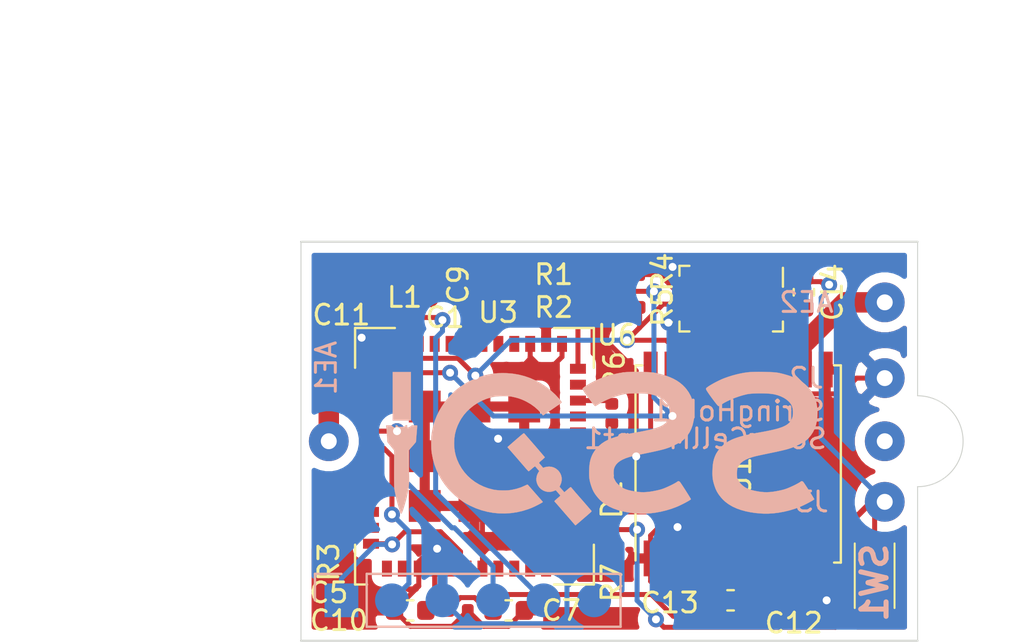
<source format=kicad_pcb>
(kicad_pcb (version 20171130) (host pcbnew "(5.1.2)-1")

  (general
    (thickness 0.6)
    (drawings 11)
    (tracks 263)
    (zones 0)
    (modules 30)
    (nets 19)
  )

  (page A3)
  (title_block
    (title "PCB for Lora Pico Tracker")
    (date 2019-10-21)
    (company "Imperial College Space Society")
    (comment 1 "Richard Ibbotson, Medad Newman")
  )

  (layers
    (0 F.Cu signal)
    (31 B.Cu signal)
    (32 B.Adhes user hide)
    (33 F.Adhes user)
    (34 B.Paste user)
    (35 F.Paste user hide)
    (36 B.SilkS user)
    (37 F.SilkS user)
    (38 B.Mask user hide)
    (39 F.Mask user hide)
    (40 Dwgs.User user)
    (41 Cmts.User user)
    (42 Eco1.User user)
    (43 Eco2.User user)
    (44 Edge.Cuts user)
    (45 Margin user hide)
    (46 B.CrtYd user)
    (47 F.CrtYd user)
    (48 B.Fab user hide)
    (49 F.Fab user hide)
  )

  (setup
    (last_trace_width 0.25)
    (user_trace_width 0.2)
    (user_trace_width 0.2933)
    (user_trace_width 0.5)
    (user_trace_width 0.8)
    (user_trace_width 0.86)
    (user_trace_width 1.028)
    (user_trace_width 2.54)
    (trace_clearance 0.2)
    (zone_clearance 0.508)
    (zone_45_only yes)
    (trace_min 0.2)
    (via_size 0.8)
    (via_drill 0.4)
    (via_min_size 0.4)
    (via_min_drill 0.3)
    (uvia_size 0.3)
    (uvia_drill 0.1)
    (uvias_allowed no)
    (uvia_min_size 0.2)
    (uvia_min_drill 0.1)
    (edge_width 0.05)
    (segment_width 0.2)
    (pcb_text_width 0.3)
    (pcb_text_size 1.5 1.5)
    (mod_edge_width 0.12)
    (mod_text_size 1 1)
    (mod_text_width 0.15)
    (pad_size 0.8 0.8)
    (pad_drill 0.8)
    (pad_to_mask_clearance 0.051)
    (solder_mask_min_width 0.25)
    (aux_axis_origin 0 0)
    (visible_elements 7FFFFFFF)
    (pcbplotparams
      (layerselection 0x3ffff_ffffffff)
      (usegerberextensions false)
      (usegerberattributes false)
      (usegerberadvancedattributes false)
      (creategerberjobfile false)
      (excludeedgelayer true)
      (linewidth 0.100000)
      (plotframeref false)
      (viasonmask false)
      (mode 1)
      (useauxorigin false)
      (hpglpennumber 1)
      (hpglpenspeed 20)
      (hpglpendiameter 15.000000)
      (psnegative false)
      (psa4output false)
      (plotreference true)
      (plotvalue true)
      (plotinvisibletext false)
      (padsonsilk false)
      (subtractmaskfromsilk false)
      (outputformat 1)
      (mirror false)
      (drillshape 0)
      (scaleselection 1)
      (outputdirectory "D:/Long term storage and temp/dead weight program downloads/Flight computer V1.1 gerbers/"))
  )

  (net 0 "")
  (net 1 GND)
  (net 2 +3V3)
  (net 3 "Net-(C9-Pad1)")
  (net 4 /I2C1_SDA)
  (net 5 /I2C1_SCL)
  (net 6 "Net-(AE2-Pad1)")
  (net 7 /SWDIO)
  (net 8 /RESET)
  (net 9 /SWCLK)
  (net 10 "Net-(R3-Pad1)")
  (net 11 /GPS_TIMEPULSE)
  (net 12 /GPS_EXTINT)
  (net 13 /GPS_SAFEBOOT)
  (net 14 "Net-(AE1-Pad1)")
  (net 15 /V_SOLAR)
  (net 16 "Net-(D1-Pad2)")
  (net 17 /LED)
  (net 18 /SWITCH)

  (net_class Default "This is the default net class."
    (clearance 0.2)
    (trace_width 0.25)
    (via_dia 0.8)
    (via_drill 0.4)
    (uvia_dia 0.3)
    (uvia_drill 0.1)
    (add_net +3V3)
    (add_net /GPS_EXTINT)
    (add_net /GPS_SAFEBOOT)
    (add_net /GPS_TIMEPULSE)
    (add_net /I2C1_SCL)
    (add_net /I2C1_SDA)
    (add_net /LED)
    (add_net /RESET)
    (add_net /SWCLK)
    (add_net /SWDIO)
    (add_net /SWITCH)
    (add_net /V_SOLAR)
    (add_net GND)
    (add_net "Net-(AE1-Pad1)")
    (add_net "Net-(AE2-Pad1)")
    (add_net "Net-(C9-Pad1)")
    (add_net "Net-(D1-Pad2)")
    (add_net "Net-(R3-Pad1)")
  )

  (net_class Power ""
    (clearance 0.2)
    (trace_width 0.5)
    (via_dia 0.8)
    (via_drill 0.4)
    (uvia_dia 0.3)
    (uvia_drill 0.1)
  )

  (module flight-computer:ICSS_Logo (layer B.Cu) (tedit 0) (tstamp 5DB8B156)
    (at 281.813 170.434)
    (fp_text reference G*** (at 0 0) (layer B.SilkS) hide
      (effects (font (size 1.524 1.524) (thickness 0.3)) (justify mirror))
    )
    (fp_text value LOGO (at 0.75 0) (layer B.SilkS) hide
      (effects (font (size 1.524 1.524) (thickness 0.3)) (justify mirror))
    )
    (fp_poly (pts (xy -1.306294 3.840191) (xy -1.278138 3.818324) (xy -1.237765 3.785294) (xy -1.18861 3.743896)
      (xy -1.15289 3.713229) (xy -1.097403 3.66527) (xy -1.027786 3.605145) (xy -0.949151 3.537269)
      (xy -0.866613 3.466054) (xy -0.785285 3.395914) (xy -0.746101 3.362135) (xy -0.669216 3.29556)
      (xy -0.609893 3.243337) (xy -0.566201 3.203527) (xy -0.536211 3.174194) (xy -0.517996 3.1534)
      (xy -0.509624 3.13921) (xy -0.509167 3.129685) (xy -0.511151 3.126253) (xy -0.523518 3.111579)
      (xy -0.549812 3.080788) (xy -0.587356 3.036987) (xy -0.633477 2.983281) (xy -0.685499 2.922779)
      (xy -0.740748 2.858586) (xy -0.796548 2.79381) (xy -0.850225 2.731556) (xy -0.899104 2.674933)
      (xy -0.94051 2.627046) (xy -0.971768 2.591002) (xy -0.988578 2.57175) (xy -1.016312 2.540257)
      (xy -1.051235 2.500606) (xy -1.073037 2.475855) (xy -1.107092 2.436998) (xy -1.149109 2.388778)
      (xy -1.190476 2.34108) (xy -1.1938 2.337235) (xy -1.227601 2.298289) (xy -1.255975 2.265894)
      (xy -1.274085 2.245567) (xy -1.276809 2.24263) (xy -1.289435 2.228371) (xy -1.315138 2.198608)
      (xy -1.350586 2.157222) (xy -1.392446 2.108098) (xy -1.408541 2.08915) (xy -1.452284 2.037742)
      (xy -1.491197 1.992242) (xy -1.521824 1.95668) (xy -1.540703 1.935081) (xy -1.54388 1.931583)
      (xy -1.553857 1.925987) (xy -1.568661 1.929295) (xy -1.591862 1.943658) (xy -1.627032 1.971229)
      (xy -1.670318 2.007783) (xy -1.720232 2.050561) (xy -1.768427 2.09181) (xy -1.808453 2.126013)
      (xy -1.82863 2.143209) (xy -1.877266 2.184568) (xy -1.999362 2.045712) (xy -2.121457 1.906855)
      (xy -2.083605 1.832367) (xy -2.035338 1.71158) (xy -2.011243 1.589) (xy -2.010931 1.467234)
      (xy -2.034013 1.348892) (xy -2.0801 1.23658) (xy -2.148802 1.132907) (xy -2.195712 1.080889)
      (xy -2.293556 1.000196) (xy -2.402249 0.941712) (xy -2.519384 0.905981) (xy -2.642555 0.893547)
      (xy -2.769353 0.904953) (xy -2.865839 0.929628) (xy -2.945329 0.955722) (xy -2.98079 0.912898)
      (xy -3.009994 0.878263) (xy -3.045888 0.836534) (xy -3.066549 0.812862) (xy -3.103663 0.77173)
      (xy -3.129599 0.741843) (xy -3.143354 0.718886) (xy -3.143927 0.698544) (xy -3.130315 0.676501)
      (xy -3.101518 0.648442) (xy -3.056532 0.610051) (xy -3.010358 0.570844) (xy -2.95836 0.525492)
      (xy -2.91395 0.485508) (xy -2.880404 0.453942) (xy -2.860997 0.433844) (xy -2.8575 0.428515)
      (xy -2.865561 0.417364) (xy -2.888596 0.389067) (xy -2.924883 0.345619) (xy -2.9727 0.289014)
      (xy -3.030325 0.22125) (xy -3.096037 0.14432) (xy -3.168114 0.060221) (xy -3.244834 -0.029052)
      (xy -3.324475 -0.121504) (xy -3.405316 -0.215139) (xy -3.485634 -0.307962) (xy -3.563709 -0.397977)
      (xy -3.637817 -0.48319) (xy -3.706238 -0.561604) (xy -3.76725 -0.631225) (xy -3.81913 -0.690056)
      (xy -3.860157 -0.736103) (xy -3.88861 -0.76737) (xy -3.897441 -0.776691) (xy -3.904121 -0.781385)
      (xy -3.91325 -0.781896) (xy -3.926834 -0.776714) (xy -3.946878 -0.764329) (xy -3.975389 -0.743232)
      (xy -4.014372 -0.711913) (xy -4.065832 -0.668862) (xy -4.131775 -0.612571) (xy -4.214207 -0.541529)
      (xy -4.243345 -0.516341) (xy -4.325053 -0.445587) (xy -4.404473 -0.376634) (xy -4.478557 -0.312142)
      (xy -4.544258 -0.25477) (xy -4.598529 -0.207178) (xy -4.638321 -0.172025) (xy -4.65316 -0.15875)
      (xy -4.737581 -0.08255) (xy -4.577176 0.1016) (xy -4.52158 0.165412) (xy -4.466603 0.228486)
      (xy -4.416412 0.286046) (xy -4.375172 0.333312) (xy -4.35016 0.36195) (xy -4.31709 0.399942)
      (xy -4.27017 0.454073) (xy -4.212097 0.521218) (xy -4.145571 0.598247) (xy -4.07329 0.682035)
      (xy -3.997953 0.769452) (xy -3.922259 0.857372) (xy -3.848907 0.942666) (xy -3.81 0.987953)
      (xy -3.766083 1.03788) (xy -3.726942 1.080122) (xy -3.695949 1.111207) (xy -3.676477 1.127663)
      (xy -3.672631 1.129374) (xy -3.657689 1.121683) (xy -3.627648 1.09988) (xy -3.586246 1.066891)
      (xy -3.537221 1.025641) (xy -3.511609 1.003352) (xy -3.456221 0.956033) (xy -3.409419 0.918815)
      (xy -3.374189 0.893915) (xy -3.353515 0.883552) (xy -3.350529 0.883637) (xy -3.336104 0.895778)
      (xy -3.309428 0.923378) (xy -3.274377 0.962273) (xy -3.236861 1.005875) (xy -3.139972 1.120878)
      (xy -3.1789 1.178558) (xy -3.23284 1.279301) (xy -3.268621 1.391534) (xy -3.284726 1.508144)
      (xy -3.279638 1.622015) (xy -3.276974 1.6383) (xy -3.243357 1.758428) (xy -3.18974 1.865956)
      (xy -3.118802 1.959462) (xy -3.033225 2.037521) (xy -2.935691 2.09871) (xy -2.828879 2.141605)
      (xy -2.715473 2.164782) (xy -2.598152 2.166818) (xy -2.479597 2.146288) (xy -2.384622 2.112192)
      (xy -2.3433 2.095958) (xy -2.313041 2.088535) (xy -2.300654 2.090342) (xy -2.28882 2.104113)
      (xy -2.264098 2.132656) (xy -2.230288 2.171589) (xy -2.19705 2.2098) (xy -2.157645 2.255166)
      (xy -2.123282 2.294905) (xy -2.09809 2.324233) (xy -2.087147 2.337186) (xy -2.082761 2.347893)
      (xy -2.087924 2.361944) (xy -2.105277 2.38253) (xy -2.137462 2.412843) (xy -2.18177 2.451486)
      (xy -2.250991 2.510995) (xy -2.302864 2.556352) (xy -2.339307 2.589962) (xy -2.362235 2.614228)
      (xy -2.373566 2.631554) (xy -2.375215 2.644344) (xy -2.3691 2.655002) (xy -2.357136 2.665932)
      (xy -2.354493 2.668127) (xy -2.341801 2.681337) (xy -2.314535 2.711589) (xy -2.274657 2.756646)
      (xy -2.224129 2.814269) (xy -2.164912 2.88222) (xy -2.098968 2.958262) (xy -2.02826 3.040156)
      (xy -2.021927 3.047507) (xy -1.951492 3.129227) (xy -1.88622 3.204839) (xy -1.827975 3.272192)
      (xy -1.778622 3.329135) (xy -1.740023 3.37352) (xy -1.714045 3.403193) (xy -1.70255 3.416006)
      (xy -1.702242 3.4163) (xy -1.691713 3.427681) (xy -1.667648 3.454856) (xy -1.63306 3.494354)
      (xy -1.590963 3.542702) (xy -1.544371 3.596426) (xy -1.496297 3.652055) (xy -1.449756 3.706116)
      (xy -1.407761 3.755135) (xy -1.385104 3.781737) (xy -1.355514 3.814996) (xy -1.331753 3.838807)
      (xy -1.31889 3.848098) (xy -1.318793 3.8481) (xy -1.306294 3.840191)) (layer B.SilkS) (width 0.01))
    (fp_poly (pts (xy -10.06805 3.256403) (xy -10.06029 3.252368) (xy -10.047912 3.234767) (xy -10.030169 3.195566)
      (xy -10.007994 3.137775) (xy -9.982318 3.064401) (xy -9.954074 2.978452) (xy -9.924196 2.882937)
      (xy -9.893616 2.780863) (xy -9.863266 2.675239) (xy -9.83408 2.569072) (xy -9.806989 2.465371)
      (xy -9.782926 2.367143) (xy -9.774447 2.33045) (xy -9.74636 2.201721) (xy -9.723979 2.086496)
      (xy -9.706816 1.979454) (xy -9.694384 1.875275) (xy -9.686196 1.768638) (xy -9.681765 1.654221)
      (xy -9.680602 1.526705) (xy -9.682222 1.380767) (xy -9.683159 1.3335) (xy -9.685345 1.225976)
      (xy -9.687726 1.100087) (xy -9.690178 0.962868) (xy -9.69258 0.821351) (xy -9.694811 0.682571)
      (xy -9.696749 0.553561) (xy -9.697125 0.52705) (xy -9.703367 0.08255) (xy -9.518934 -0.126293)
      (xy -9.465079 -0.187861) (xy -9.417421 -0.243466) (xy -9.378392 -0.290176) (xy -9.350424 -0.325062)
      (xy -9.335951 -0.345192) (xy -9.334481 -0.348543) (xy -9.33346 -0.364143) (xy -9.330578 -0.40182)
      (xy -9.326097 -0.458339) (xy -9.320276 -0.530466) (xy -9.313375 -0.614966) (xy -9.305653 -0.708605)
      (xy -9.302803 -0.74295) (xy -9.29482 -0.839927) (xy -9.28757 -0.929711) (xy -9.281319 -1.008898)
      (xy -9.276328 -1.074083) (xy -9.272864 -1.121862) (xy -9.271188 -1.148831) (xy -9.271073 -1.152525)
      (xy -9.27217 -1.165342) (xy -9.278581 -1.173609) (xy -9.294864 -1.178323) (xy -9.325579 -1.18048)
      (xy -9.375287 -1.181075) (xy -9.40187 -1.1811) (xy -9.53274 -1.1811) (xy -9.6139 -1.12395)
      (xy -9.670401 -1.088148) (xy -9.714021 -1.069967) (xy -9.737031 -1.0668) (xy -9.761869 -1.067915)
      (xy -9.774254 -1.075632) (xy -9.77852 -1.09651) (xy -9.779 -1.1303) (xy -9.781819 -1.171662)
      (xy -9.789799 -1.192131) (xy -9.79389 -1.1938) (xy -9.823026 -1.18742) (xy -9.856838 -1.171698)
      (xy -9.886735 -1.151757) (xy -9.904127 -1.132719) (xy -9.905673 -1.127125) (xy -9.908052 -1.118002)
      (xy -9.91753 -1.111763) (xy -9.938096 -1.107872) (xy -9.973738 -1.105793) (xy -10.028443 -1.104991)
      (xy -10.0711 -1.1049) (xy -10.138872 -1.105202) (xy -10.185235 -1.106465) (xy -10.214177 -1.109225)
      (xy -10.229687 -1.114018) (xy -10.235751 -1.12138) (xy -10.236513 -1.127125) (xy -10.247461 -1.147157)
      (xy -10.274694 -1.167958) (xy -10.281485 -1.171575) (xy -10.320286 -1.188826) (xy -10.342211 -1.1924)
      (xy -10.351538 -1.182678) (xy -10.352438 -1.177925) (xy -10.354903 -1.15335) (xy -10.35685 -1.1303)
      (xy -10.359532 -1.09933) (xy -10.361263 -1.082675) (xy -10.373129 -1.067321) (xy -10.400278 -1.067175)
      (xy -10.438584 -1.08106) (xy -10.483923 -1.107797) (xy -10.505839 -1.123957) (xy -10.578627 -1.1811)
      (xy -10.834656 -1.1811) (xy -10.827549 -1.127125) (xy -10.824789 -1.100629) (xy -10.820524 -1.05259)
      (xy -10.815061 -0.986801) (xy -10.808706 -0.907055) (xy -10.801767 -0.817143) (xy -10.79455 -0.720858)
      (xy -10.793398 -0.705224) (xy -10.766355 -0.337298) (xy -10.612403 -0.148492) (xy -10.563333 -0.088192)
      (xy -10.519058 -0.033553) (xy -10.482378 0.011947) (xy -10.456098 0.044832) (xy -10.443019 0.061625)
      (xy -10.442875 0.061823) (xy -10.438473 0.074638) (xy -10.435006 0.100872) (xy -10.432423 0.142457)
      (xy -10.430669 0.201328) (xy -10.42969 0.279418) (xy -10.429434 0.378659) (xy -10.429847 0.500987)
      (xy -10.429999 0.527441) (xy -10.431297 0.753998) (xy -10.432272 0.956633) (xy -10.432905 1.136822)
      (xy -10.433177 1.296041) (xy -10.433069 1.435768) (xy -10.432562 1.557478) (xy -10.431636 1.662647)
      (xy -10.430272 1.752752) (xy -10.428452 1.829269) (xy -10.426156 1.893674) (xy -10.423365 1.947444)
      (xy -10.42006 1.992055) (xy -10.416222 2.028982) (xy -10.411831 2.059704) (xy -10.410005 2.0701)
      (xy -10.377859 2.233381) (xy -10.34073 2.40447) (xy -10.300327 2.576292) (xy -10.258354 2.741771)
      (xy -10.21652 2.893833) (xy -10.189474 2.9845) (xy -10.160733 3.076202) (xy -10.137832 3.146049)
      (xy -10.119547 3.196581) (xy -10.104652 3.230341) (xy -10.091921 3.24987) (xy -10.080129 3.25771)
      (xy -10.06805 3.256403)) (layer B.SilkS) (width 0.01))
    (fp_poly (pts (xy -4.560291 3.232984) (xy -4.262746 3.189573) (xy -3.968426 3.121953) (xy -3.678854 3.03007)
      (xy -3.53695 2.975268) (xy -3.468729 2.946044) (xy -3.393821 2.911814) (xy -3.315606 2.874353)
      (xy -3.237467 2.835435) (xy -3.162785 2.796835) (xy -3.094939 2.760327) (xy -3.037313 2.727687)
      (xy -2.993286 2.70069) (xy -2.966239 2.681109) (xy -2.9591 2.671959) (xy -2.967018 2.660187)
      (xy -2.988303 2.634059) (xy -3.019257 2.598027) (xy -3.040468 2.574025) (xy -3.073725 2.536513)
      (xy -3.119722 2.484284) (xy -3.174545 2.421798) (xy -3.234283 2.353517) (xy -3.295022 2.283904)
      (xy -3.309786 2.26695) (xy -3.364266 2.204457) (xy -3.413197 2.148498) (xy -3.454108 2.101884)
      (xy -3.484528 2.067429) (xy -3.501987 2.047943) (xy -3.505073 2.0447) (xy -3.515879 2.033056)
      (xy -3.539591 2.006314) (xy -3.572552 1.968632) (xy -3.605713 1.9304) (xy -3.644822 1.88526)
      (xy -3.678905 1.84612) (xy -3.703869 1.817667) (xy -3.714691 1.805571) (xy -3.726035 1.799357)
      (xy -3.7448 1.801313) (xy -3.775515 1.812795) (xy -3.822712 1.835163) (xy -3.83669 1.842149)
      (xy -4.053316 1.937216) (xy -4.283268 2.011597) (xy -4.524158 2.064561) (xy -4.605098 2.077139)
      (xy -4.718428 2.088569) (xy -4.847831 2.094238) (xy -4.98603 2.094366) (xy -5.12575 2.089175)
      (xy -5.259715 2.078887) (xy -5.38065 2.063723) (xy -5.4483 2.051467) (xy -5.695337 1.987344)
      (xy -5.931022 1.9017) (xy -6.15416 1.795435) (xy -6.363556 1.669452) (xy -6.558014 1.524651)
      (xy -6.736338 1.361934) (xy -6.897335 1.1822) (xy -7.039807 0.986352) (xy -7.16256 0.77529)
      (xy -7.17571 0.749382) (xy -7.268045 0.542691) (xy -7.337269 0.336613) (xy -7.384447 0.126594)
      (xy -7.410644 -0.091919) (xy -7.417217 -0.282626) (xy -7.406221 -0.517909) (xy -7.37293 -0.74402)
      (xy -7.316677 -0.963255) (xy -7.236795 -1.177912) (xy -7.132615 -1.390288) (xy -7.058693 -1.516726)
      (xy -6.930386 -1.700619) (xy -6.780871 -1.873662) (xy -6.612712 -2.033953) (xy -6.428474 -2.179586)
      (xy -6.230722 -2.308656) (xy -6.02202 -2.419261) (xy -5.804933 -2.509494) (xy -5.657461 -2.557207)
      (xy -5.557975 -2.58475) (xy -5.470597 -2.606189) (xy -5.389582 -2.622253) (xy -5.309186 -2.633673)
      (xy -5.223664 -2.641181) (xy -5.12727 -2.645508) (xy -5.014259 -2.647384) (xy -4.94665 -2.647634)
      (xy -4.845332 -2.647441) (xy -4.764596 -2.646497) (xy -4.699625 -2.644493) (xy -4.645606 -2.641119)
      (xy -4.597724 -2.636064) (xy -4.551164 -2.62902) (xy -4.50111 -2.619675) (xy -4.4958 -2.618617)
      (xy -4.327086 -2.580874) (xy -4.174916 -2.537644) (xy -4.030555 -2.485913) (xy -3.885268 -2.422665)
      (xy -3.7846 -2.373134) (xy -3.570803 -2.250045) (xy -3.372824 -2.107778) (xy -3.191964 -1.947348)
      (xy -3.063175 -1.80975) (xy -3.022434 -1.762379) (xy -2.988149 -1.722355) (xy -2.963481 -1.693381)
      (xy -2.951595 -1.679161) (xy -2.951021 -1.678402) (xy -2.939843 -1.684357) (xy -2.908138 -1.70476)
      (xy -2.856152 -1.739442) (xy -2.784133 -1.788235) (xy -2.692327 -1.850971) (xy -2.580981 -1.927481)
      (xy -2.450341 -2.017598) (xy -2.300653 -2.121152) (xy -2.178796 -2.20562) (xy -2.122275 -2.245466)
      (xy -2.073553 -2.281028) (xy -2.036319 -2.309516) (xy -2.014261 -2.328141) (xy -2.009872 -2.333334)
      (xy -2.015597 -2.349792) (xy -2.036227 -2.381557) (xy -2.069179 -2.425516) (xy -2.111868 -2.478556)
      (xy -2.161712 -2.537563) (xy -2.216127 -2.599425) (xy -2.27253 -2.661029) (xy -2.328336 -2.71926)
      (xy -2.339469 -2.7305) (xy -2.564257 -2.938392) (xy -2.802711 -3.125221) (xy -3.05369 -3.290521)
      (xy -3.316055 -3.433824) (xy -3.588667 -3.554664) (xy -3.870385 -3.652572) (xy -4.160069 -3.727082)
      (xy -4.456579 -3.777727) (xy -4.758775 -3.80404) (xy -4.968514 -3.807781) (xy -5.045325 -3.80679)
      (xy -5.117528 -3.805467) (xy -5.179486 -3.803944) (xy -5.22556 -3.802353) (xy -5.2451 -3.801289)
      (xy -5.317678 -3.794084) (xy -5.407606 -3.782448) (xy -5.507463 -3.767572) (xy -5.609829 -3.750645)
      (xy -5.707284 -3.732859) (xy -5.792408 -3.715404) (xy -5.820626 -3.708952) (xy -6.101454 -3.629513)
      (xy -6.377836 -3.526201) (xy -6.64674 -3.400506) (xy -6.905136 -3.253916) (xy -7.149996 -3.087918)
      (xy -7.2644 -2.999718) (xy -7.373471 -2.90645) (xy -7.489242 -2.797635) (xy -7.605562 -2.679637)
      (xy -7.716282 -2.558821) (xy -7.81525 -2.441548) (xy -7.862156 -2.38125) (xy -8.025611 -2.14742)
      (xy -8.166 -1.911152) (xy -8.284614 -1.669318) (xy -8.382746 -1.41879) (xy -8.461689 -1.15644)
      (xy -8.522733 -0.879139) (xy -8.549412 -0.71731) (xy -8.556616 -0.649696) (xy -8.561867 -0.562035)
      (xy -8.565204 -0.459601) (xy -8.566664 -0.347669) (xy -8.566287 -0.231514) (xy -8.564111 -0.116411)
      (xy -8.560174 -0.007635) (xy -8.554515 0.089541) (xy -8.547172 0.169841) (xy -8.542697 0.2032)
      (xy -8.486232 0.496745) (xy -8.410471 0.774944) (xy -8.314636 1.03984) (xy -8.197946 1.293475)
      (xy -8.059623 1.537891) (xy -7.99488 1.6383) (xy -7.903808 1.769807) (xy -7.815735 1.886184)
      (xy -7.723882 1.995743) (xy -7.621471 2.106799) (xy -7.5692 2.160423) (xy -7.38337 2.337958)
      (xy -7.196791 2.494444) (xy -7.004082 2.633807) (xy -6.799864 2.759975) (xy -6.605394 2.863685)
      (xy -6.327943 2.98818) (xy -6.04305 3.088855) (xy -5.752239 3.165655) (xy -5.457034 3.218523)
      (xy -5.158959 3.247404) (xy -4.859536 3.252243) (xy -4.560291 3.232984)) (layer B.SilkS) (width 0.01))
    (fp_poly (pts (xy -9.5885 -3.8608) (xy -10.5029 -3.8608) (xy -10.5029 -1.4224) (xy -9.5885 -1.4224)
      (xy -9.5885 -3.8608)) (layer B.SilkS) (width 0.01))
    (fp_poly (pts (xy 8.638917 3.243221) (xy 8.908952 3.208951) (xy 9.181327 3.158431) (xy 9.451202 3.092575)
      (xy 9.713737 3.0123) (xy 9.964091 2.918522) (xy 9.9949 2.905637) (xy 10.070821 2.87221)
      (xy 10.153162 2.833751) (xy 10.238868 2.791908) (xy 10.324884 2.74833) (xy 10.408154 2.704665)
      (xy 10.485624 2.662563) (xy 10.554237 2.623672) (xy 10.610939 2.589641) (xy 10.652674 2.562118)
      (xy 10.676388 2.542753) (xy 10.6807 2.535555) (xy 10.674008 2.519585) (xy 10.655133 2.485246)
      (xy 10.625879 2.435375) (xy 10.588047 2.372806) (xy 10.54344 2.300376) (xy 10.493859 2.220919)
      (xy 10.441108 2.137272) (xy 10.386988 2.052269) (xy 10.333302 1.968746) (xy 10.281852 1.889538)
      (xy 10.23444 1.817482) (xy 10.192868 1.755412) (xy 10.15894 1.706163) (xy 10.134457 1.672572)
      (xy 10.124507 1.660526) (xy 10.088506 1.634439) (xy 10.05023 1.625827) (xy 10.017248 1.635726)
      (xy 10.007702 1.644528) (xy 9.986814 1.661797) (xy 9.947166 1.687657) (xy 9.892923 1.719767)
      (xy 9.828252 1.755781) (xy 9.757316 1.793359) (xy 9.684283 1.830156) (xy 9.638892 1.851966)
      (xy 9.517304 1.908221) (xy 9.412947 1.95414) (xy 9.320748 1.991547) (xy 9.235637 2.022264)
      (xy 9.152543 2.048114) (xy 9.066395 2.070919) (xy 8.972122 2.092504) (xy 8.9662 2.093778)
      (xy 8.780322 2.130942) (xy 8.612668 2.158123) (xy 8.458139 2.175399) (xy 8.311635 2.182848)
      (xy 8.168058 2.180549) (xy 8.022308 2.16858) (xy 7.869287 2.147019) (xy 7.703895 2.115944)
      (xy 7.6913 2.113326) (xy 7.541476 2.0779) (xy 7.412652 2.037873) (xy 7.300555 1.991183)
      (xy 7.20091 1.935767) (xy 7.109446 1.869566) (xy 7.021888 1.790516) (xy 7.021594 1.790225)
      (xy 6.967767 1.734883) (xy 6.927787 1.687842) (xy 6.895857 1.641297) (xy 6.866181 1.587446)
      (xy 6.856497 1.567975) (xy 6.800855 1.45415) (xy 6.796491 1.280904) (xy 6.795784 1.179365)
      (xy 6.800007 1.096997) (xy 6.810121 1.027884) (xy 6.82709 0.96611) (xy 6.851878 0.905757)
      (xy 6.860449 0.888111) (xy 6.923576 0.788345) (xy 7.009153 0.697112) (xy 7.11755 0.61417)
      (xy 7.249135 0.53928) (xy 7.404278 0.472201) (xy 7.583349 0.412694) (xy 7.597744 0.408532)
      (xy 7.637369 0.397384) (xy 7.677544 0.386576) (xy 7.720701 0.375566) (xy 7.769278 0.36381)
      (xy 7.82571 0.350766) (xy 7.89243 0.33589) (xy 7.971876 0.31864) (xy 8.066482 0.298472)
      (xy 8.178683 0.274844) (xy 8.310914 0.247212) (xy 8.46455 0.215254) (xy 8.657307 0.174892)
      (xy 8.827563 0.138403) (xy 8.977795 0.105048) (xy 9.110478 0.074086) (xy 9.22809 0.044778)
      (xy 9.333107 0.016385) (xy 9.428005 -0.011833) (xy 9.515261 -0.040616) (xy 9.597351 -0.070703)
      (xy 9.676753 -0.102835) (xy 9.755941 -0.13775) (xy 9.837394 -0.176188) (xy 9.923587 -0.21889)
      (xy 9.931401 -0.222835) (xy 10.034268 -0.275926) (xy 10.118181 -0.322089) (xy 10.187572 -0.364303)
      (xy 10.246876 -0.405549) (xy 10.300524 -0.448806) (xy 10.352951 -0.497056) (xy 10.381489 -0.525399)
      (xy 10.508002 -0.671555) (xy 10.614713 -0.833292) (xy 10.70142 -1.010036) (xy 10.767921 -1.201211)
      (xy 10.814014 -1.406243) (xy 10.839495 -1.624558) (xy 10.844472 -1.8415) (xy 10.830467 -2.067833)
      (xy 10.79711 -2.278616) (xy 10.743828 -2.475401) (xy 10.670049 -2.65974) (xy 10.575201 -2.833184)
      (xy 10.45871 -2.997286) (xy 10.386693 -3.082464) (xy 10.259992 -3.21105) (xy 10.120671 -3.326982)
      (xy 9.966828 -3.431275) (xy 9.796559 -3.524941) (xy 9.607963 -3.608995) (xy 9.399135 -3.684451)
      (xy 9.168173 -3.752322) (xy 9.0932 -3.771627) (xy 9.006333 -3.792889) (xy 8.931015 -3.80999)
      (xy 8.862465 -3.823515) (xy 8.795902 -3.834052) (xy 8.726544 -3.842186) (xy 8.649611 -3.848504)
      (xy 8.560322 -3.853593) (xy 8.453896 -3.858039) (xy 8.36295 -3.861205) (xy 8.18562 -3.866423)
      (xy 8.028366 -3.86954) (xy 7.88595 -3.870549) (xy 7.753133 -3.869442) (xy 7.624678 -3.866215)
      (xy 7.495347 -3.86086) (xy 7.4803 -3.860113) (xy 7.320577 -3.8463) (xy 7.14402 -3.820753)
      (xy 6.955641 -3.784688) (xy 6.760457 -3.739321) (xy 6.563481 -3.68587) (xy 6.369728 -3.62555)
      (xy 6.184214 -3.559579) (xy 6.093077 -3.523612) (xy 5.999584 -3.483417) (xy 5.901028 -3.437648)
      (xy 5.800174 -3.387894) (xy 5.699788 -3.335745) (xy 5.602635 -3.282791) (xy 5.511481 -3.230622)
      (xy 5.429092 -3.180829) (xy 5.358233 -3.135) (xy 5.30167 -3.094726) (xy 5.262168 -3.061596)
      (xy 5.242493 -3.037202) (xy 5.241288 -3.033925) (xy 5.24217 -3.008804) (xy 5.251827 -2.975266)
      (xy 5.252959 -2.972499) (xy 5.270076 -2.939969) (xy 5.300926 -2.89001) (xy 5.343683 -2.825268)
      (xy 5.396524 -2.748393) (xy 5.457623 -2.662033) (xy 5.525156 -2.568836) (xy 5.597298 -2.471449)
      (xy 5.608631 -2.456341) (xy 5.680819 -2.36114) (xy 5.739804 -2.285382) (xy 5.786833 -2.227622)
      (xy 5.823149 -2.186412) (xy 5.849998 -2.160306) (xy 5.868625 -2.147857) (xy 5.875424 -2.1463)
      (xy 5.892398 -2.153022) (xy 5.925871 -2.171438) (xy 5.971362 -2.198916) (xy 6.024394 -2.232827)
      (xy 6.037511 -2.241474) (xy 6.175458 -2.32518) (xy 6.333837 -2.407773) (xy 6.507696 -2.487296)
      (xy 6.69208 -2.561789) (xy 6.882036 -2.629296) (xy 7.07261 -2.687858) (xy 7.258849 -2.735516)
      (xy 7.321875 -2.749213) (xy 7.403144 -2.762316) (xy 7.505398 -2.772934) (xy 7.624336 -2.780998)
      (xy 7.755656 -2.786442) (xy 7.89506 -2.789198) (xy 8.038246 -2.789199) (xy 8.180915 -2.786378)
      (xy 8.318765 -2.780667) (xy 8.447496 -2.771998) (xy 8.4963 -2.767607) (xy 8.668403 -2.741571)
      (xy 8.836803 -2.698281) (xy 8.997378 -2.639459) (xy 9.146008 -2.566826) (xy 9.278573 -2.482105)
      (xy 9.378497 -2.399078) (xy 9.461222 -2.311947) (xy 9.523039 -2.225411) (xy 9.566513 -2.133788)
      (xy 9.59421 -2.031397) (xy 9.608694 -1.912554) (xy 9.610261 -1.885707) (xy 9.609916 -1.744006)
      (xy 9.593302 -1.619706) (xy 9.559509 -1.509979) (xy 9.507626 -1.411995) (xy 9.436744 -1.322925)
      (xy 9.425432 -1.311188) (xy 9.369082 -1.259833) (xy 9.303709 -1.211773) (xy 9.227777 -1.166509)
      (xy 9.139751 -1.123544) (xy 9.038093 -1.082376) (xy 8.92127 -1.042508) (xy 8.787743 -1.003439)
      (xy 8.635978 -0.964672) (xy 8.46444 -0.925706) (xy 8.27159 -0.886043) (xy 8.055895 -0.845183)
      (xy 7.9121 -0.819397) (xy 7.673738 -0.775904) (xy 7.458668 -0.733303) (xy 7.264824 -0.690996)
      (xy 7.090142 -0.648383) (xy 6.932556 -0.604864) (xy 6.790002 -0.55984) (xy 6.660414 -0.512712)
      (xy 6.541729 -0.46288) (xy 6.431881 -0.409744) (xy 6.352971 -0.366746) (xy 6.212852 -0.274837)
      (xy 6.079532 -0.164744) (xy 5.957074 -0.040816) (xy 5.849541 0.092596) (xy 5.760995 0.231143)
      (xy 5.7209 0.31004) (xy 5.672476 0.426363) (xy 5.634318 0.543945) (xy 5.605481 0.667611)
      (xy 5.585017 0.802188) (xy 5.571981 0.9525) (xy 5.56594 1.099959) (xy 5.564032 1.230235)
      (xy 5.565762 1.341507) (xy 5.571992 1.44002) (xy 5.583579 1.532018) (xy 5.601385 1.623744)
      (xy 5.626268 1.721443) (xy 5.659089 1.831359) (xy 5.672411 1.87325) (xy 5.725578 2.018913)
      (xy 5.787376 2.148613) (xy 5.862466 2.271476) (xy 5.90914 2.3368) (xy 6.006724 2.459758)
      (xy 6.103936 2.56527) (xy 6.207552 2.659681) (xy 6.32435 2.749335) (xy 6.417137 2.812371)
      (xy 6.589023 2.911572) (xy 6.782212 2.999412) (xy 6.995081 3.075464) (xy 7.226009 3.139305)
      (xy 7.473374 3.190511) (xy 7.735555 3.228656) (xy 8.010929 3.253317) (xy 8.125226 3.259345)
      (xy 8.376061 3.260324) (xy 8.638917 3.243221)) (layer B.SilkS) (width 0.01))
    (fp_poly (pts (xy 2.441317 3.243221) (xy 2.711352 3.208951) (xy 2.983727 3.158431) (xy 3.253602 3.092575)
      (xy 3.516137 3.0123) (xy 3.766491 2.918522) (xy 3.7973 2.905637) (xy 3.873221 2.87221)
      (xy 3.955562 2.833751) (xy 4.041268 2.791908) (xy 4.127284 2.74833) (xy 4.210554 2.704665)
      (xy 4.288024 2.662563) (xy 4.356637 2.623672) (xy 4.413339 2.589641) (xy 4.455074 2.562118)
      (xy 4.478788 2.542753) (xy 4.4831 2.535555) (xy 4.476408 2.519585) (xy 4.457533 2.485246)
      (xy 4.428279 2.435375) (xy 4.390447 2.372806) (xy 4.34584 2.300376) (xy 4.296259 2.220919)
      (xy 4.243508 2.137272) (xy 4.189388 2.052269) (xy 4.135702 1.968746) (xy 4.084252 1.889538)
      (xy 4.03684 1.817482) (xy 3.995268 1.755412) (xy 3.96134 1.706163) (xy 3.936857 1.672572)
      (xy 3.926907 1.660526) (xy 3.890906 1.634439) (xy 3.85263 1.625827) (xy 3.819648 1.635726)
      (xy 3.810102 1.644528) (xy 3.789214 1.661797) (xy 3.749566 1.687657) (xy 3.695323 1.719767)
      (xy 3.630652 1.755781) (xy 3.559716 1.793359) (xy 3.486683 1.830156) (xy 3.441292 1.851966)
      (xy 3.319704 1.908221) (xy 3.215347 1.95414) (xy 3.123148 1.991547) (xy 3.038037 2.022264)
      (xy 2.954943 2.048114) (xy 2.868795 2.070919) (xy 2.774522 2.092504) (xy 2.7686 2.093778)
      (xy 2.582722 2.130942) (xy 2.415068 2.158123) (xy 2.260539 2.175399) (xy 2.114035 2.182848)
      (xy 1.970458 2.180549) (xy 1.824708 2.16858) (xy 1.671687 2.147019) (xy 1.506295 2.115944)
      (xy 1.4937 2.113326) (xy 1.343876 2.0779) (xy 1.215052 2.037873) (xy 1.102955 1.991183)
      (xy 1.00331 1.935767) (xy 0.911846 1.869566) (xy 0.824288 1.790516) (xy 0.823994 1.790225)
      (xy 0.770167 1.734883) (xy 0.730187 1.687842) (xy 0.698257 1.641297) (xy 0.668581 1.587446)
      (xy 0.658897 1.567975) (xy 0.603255 1.45415) (xy 0.598891 1.280904) (xy 0.598184 1.179365)
      (xy 0.602407 1.096997) (xy 0.612521 1.027884) (xy 0.62949 0.96611) (xy 0.654278 0.905757)
      (xy 0.662849 0.888111) (xy 0.725976 0.788345) (xy 0.811553 0.697112) (xy 0.91995 0.61417)
      (xy 1.051535 0.53928) (xy 1.206678 0.472201) (xy 1.385749 0.412694) (xy 1.400144 0.408532)
      (xy 1.439769 0.397384) (xy 1.479944 0.386576) (xy 1.523101 0.375566) (xy 1.571678 0.36381)
      (xy 1.62811 0.350766) (xy 1.69483 0.33589) (xy 1.774276 0.31864) (xy 1.868882 0.298472)
      (xy 1.981083 0.274844) (xy 2.113314 0.247212) (xy 2.26695 0.215254) (xy 2.459707 0.174892)
      (xy 2.629963 0.138403) (xy 2.780195 0.105048) (xy 2.912878 0.074086) (xy 3.03049 0.044778)
      (xy 3.135507 0.016385) (xy 3.230405 -0.011833) (xy 3.317661 -0.040616) (xy 3.399751 -0.070703)
      (xy 3.479153 -0.102835) (xy 3.558341 -0.13775) (xy 3.639794 -0.176188) (xy 3.725987 -0.21889)
      (xy 3.733801 -0.222835) (xy 3.836137 -0.275633) (xy 3.919465 -0.321388) (xy 3.988157 -0.362986)
      (xy 4.046583 -0.403316) (xy 4.099114 -0.445265) (xy 4.150121 -0.491723) (xy 4.169697 -0.510845)
      (xy 4.299573 -0.657179) (xy 4.408873 -0.81816) (xy 4.497629 -0.993874) (xy 4.565871 -1.184404)
      (xy 4.613631 -1.389836) (xy 4.640939 -1.610252) (xy 4.648095 -1.80878) (xy 4.637209 -2.039137)
      (xy 4.6048 -2.256254) (xy 4.550663 -2.460698) (xy 4.474593 -2.653039) (xy 4.376385 -2.833844)
      (xy 4.255835 -3.003684) (xy 4.189093 -3.082464) (xy 4.062392 -3.21105) (xy 3.923071 -3.326982)
      (xy 3.769228 -3.431275) (xy 3.598959 -3.524941) (xy 3.410363 -3.608995) (xy 3.201535 -3.684451)
      (xy 2.970573 -3.752322) (xy 2.8956 -3.771627) (xy 2.808733 -3.792889) (xy 2.733415 -3.80999)
      (xy 2.664865 -3.823515) (xy 2.598302 -3.834052) (xy 2.528944 -3.842186) (xy 2.452011 -3.848504)
      (xy 2.362722 -3.853593) (xy 2.256296 -3.858039) (xy 2.16535 -3.861205) (xy 1.98802 -3.866423)
      (xy 1.830766 -3.86954) (xy 1.68835 -3.870549) (xy 1.555533 -3.869442) (xy 1.427078 -3.866215)
      (xy 1.297747 -3.86086) (xy 1.2827 -3.860113) (xy 1.122977 -3.8463) (xy 0.94642 -3.820753)
      (xy 0.758041 -3.784688) (xy 0.562857 -3.739321) (xy 0.365881 -3.68587) (xy 0.172128 -3.62555)
      (xy -0.013386 -3.559579) (xy -0.104523 -3.523612) (xy -0.198016 -3.483417) (xy -0.296572 -3.437648)
      (xy -0.397426 -3.387894) (xy -0.497812 -3.335745) (xy -0.594965 -3.282791) (xy -0.686119 -3.230622)
      (xy -0.768508 -3.180829) (xy -0.839367 -3.135) (xy -0.89593 -3.094726) (xy -0.935432 -3.061596)
      (xy -0.955107 -3.037202) (xy -0.956312 -3.033925) (xy -0.95543 -3.008804) (xy -0.945773 -2.975266)
      (xy -0.944641 -2.972499) (xy -0.927524 -2.939969) (xy -0.896674 -2.89001) (xy -0.853917 -2.825268)
      (xy -0.801076 -2.748393) (xy -0.739977 -2.662033) (xy -0.672444 -2.568836) (xy -0.600302 -2.471449)
      (xy -0.588969 -2.456341) (xy -0.516781 -2.36114) (xy -0.457796 -2.285382) (xy -0.410767 -2.227622)
      (xy -0.374451 -2.186412) (xy -0.347602 -2.160306) (xy -0.328975 -2.147857) (xy -0.322176 -2.1463)
      (xy -0.305202 -2.153022) (xy -0.271729 -2.171438) (xy -0.226238 -2.198916) (xy -0.173206 -2.232827)
      (xy -0.160089 -2.241474) (xy -0.022142 -2.32518) (xy 0.136237 -2.407773) (xy 0.310096 -2.487296)
      (xy 0.49448 -2.561789) (xy 0.684436 -2.629296) (xy 0.87501 -2.687858) (xy 1.061249 -2.735516)
      (xy 1.124275 -2.749213) (xy 1.205544 -2.762316) (xy 1.307798 -2.772934) (xy 1.426736 -2.780998)
      (xy 1.558056 -2.786442) (xy 1.69746 -2.789198) (xy 1.840646 -2.789199) (xy 1.983315 -2.786378)
      (xy 2.121165 -2.780667) (xy 2.249896 -2.771998) (xy 2.2987 -2.767607) (xy 2.470803 -2.741571)
      (xy 2.639203 -2.698281) (xy 2.799778 -2.639459) (xy 2.948408 -2.566826) (xy 3.080973 -2.482105)
      (xy 3.180897 -2.399078) (xy 3.263622 -2.311947) (xy 3.325439 -2.225411) (xy 3.368913 -2.133788)
      (xy 3.39661 -2.031397) (xy 3.411094 -1.912554) (xy 3.412661 -1.885707) (xy 3.412316 -1.744006)
      (xy 3.395702 -1.619706) (xy 3.361909 -1.509979) (xy 3.310026 -1.411995) (xy 3.239144 -1.322925)
      (xy 3.227832 -1.311188) (xy 3.171482 -1.259833) (xy 3.106109 -1.211773) (xy 3.030177 -1.166509)
      (xy 2.942151 -1.123544) (xy 2.840493 -1.082376) (xy 2.72367 -1.042508) (xy 2.590143 -1.003439)
      (xy 2.438378 -0.964672) (xy 2.26684 -0.925706) (xy 2.07399 -0.886043) (xy 1.858295 -0.845183)
      (xy 1.7145 -0.819397) (xy 1.476138 -0.775904) (xy 1.261068 -0.733303) (xy 1.067224 -0.690996)
      (xy 0.892542 -0.648383) (xy 0.734956 -0.604864) (xy 0.592402 -0.55984) (xy 0.462814 -0.512712)
      (xy 0.344129 -0.46288) (xy 0.234281 -0.409744) (xy 0.155371 -0.366746) (xy 0.015252 -0.274837)
      (xy -0.118068 -0.164744) (xy -0.240526 -0.040816) (xy -0.348059 0.092596) (xy -0.436605 0.231143)
      (xy -0.4767 0.31004) (xy -0.525124 0.426363) (xy -0.563282 0.543945) (xy -0.592119 0.667611)
      (xy -0.612583 0.802188) (xy -0.625619 0.9525) (xy -0.63166 1.099959) (xy -0.633568 1.230235)
      (xy -0.631838 1.341507) (xy -0.625608 1.44002) (xy -0.614021 1.532018) (xy -0.596215 1.623744)
      (xy -0.571332 1.721443) (xy -0.538511 1.831359) (xy -0.525189 1.87325) (xy -0.472022 2.018913)
      (xy -0.410224 2.148613) (xy -0.335134 2.271476) (xy -0.28846 2.3368) (xy -0.190876 2.459758)
      (xy -0.093664 2.56527) (xy 0.009952 2.659681) (xy 0.12675 2.749335) (xy 0.219537 2.812371)
      (xy 0.391423 2.911572) (xy 0.584612 2.999412) (xy 0.797481 3.075464) (xy 1.028409 3.139305)
      (xy 1.275774 3.190511) (xy 1.537955 3.228656) (xy 1.813329 3.253317) (xy 1.927626 3.259345)
      (xy 2.178461 3.260324) (xy 2.441317 3.243221)) (layer B.SilkS) (width 0.01))
  )

  (module RF_GPS:ublox_MAX (layer F.Cu) (tedit 5C292BD2) (tstamp 5DB139DF)
    (at 288.671 171.196 90)
    (descr "ublox MAX 6/7/8, (https://www.u-blox.com/sites/default/files/MAX-8-M8-FW3_HardwareIntegrationManual_%28UBX-15030059%29.pdf)")
    (tags "GPS ublox MAX 6/7/8")
    (path /5DDCC018)
    (attr smd)
    (fp_text reference U1 (at -0.635 0.127 90) (layer F.SilkS)
      (effects (font (size 1 1) (thickness 0.15)))
    )
    (fp_text value MAX-M8C (at 0 1.5 90) (layer F.Fab)
      (effects (font (size 1 1) (thickness 0.15)))
    )
    (fp_text user %R (at 0 0 90) (layer F.Fab)
      (effects (font (size 1 1) (thickness 0.15)))
    )
    (fp_line (start -4.85 -5.05) (end -4.85 5.05) (layer F.Fab) (width 0.1))
    (fp_line (start 4.85 -5.05) (end 4.85 5.05) (layer F.Fab) (width 0.1))
    (fp_line (start -4.85 -5.05) (end 4.85 -5.05) (layer F.Fab) (width 0.1))
    (fp_line (start -4.85 5.05) (end 4.85 5.05) (layer F.Fab) (width 0.1))
    (fp_line (start -4.85 -5.16) (end 4.96 -5.16) (layer F.SilkS) (width 0.12))
    (fp_line (start -4.96 5.16) (end 4.96 5.16) (layer F.SilkS) (width 0.12))
    (fp_line (start 4.96 4.82) (end 4.96 5.16) (layer F.SilkS) (width 0.12))
    (fp_line (start -4.96 4.82) (end -4.96 5.16) (layer F.SilkS) (width 0.12))
    (fp_line (start 4.96 -5.16) (end 4.96 -4.82) (layer F.SilkS) (width 0.12))
    (fp_line (start -5.9 -5.3) (end -5.9 5.3) (layer F.CrtYd) (width 0.05))
    (fp_line (start -5.9 5.3) (end 5.9 5.3) (layer F.CrtYd) (width 0.05))
    (fp_line (start 5.9 -5.3) (end 5.9 5.3) (layer F.CrtYd) (width 0.05))
    (fp_line (start -5.9 -5.3) (end 5.9 -5.3) (layer F.CrtYd) (width 0.05))
    (fp_line (start -3.85 -4.4) (end -4.85 -4.05) (layer F.Fab) (width 0.1))
    (fp_line (start -4.85 -4.75) (end -3.85 -4.4) (layer F.Fab) (width 0.1))
    (pad 1 smd rect (at -4.75 -4.4 90) (size 1.8 0.7) (layers F.Cu F.Paste F.Mask)
      (net 1 GND))
    (pad 2 smd rect (at -4.75 -3.3 90) (size 1.8 0.8) (layers F.Cu F.Paste F.Mask))
    (pad 3 smd rect (at -4.75 -2.2 90) (size 1.8 0.8) (layers F.Cu F.Paste F.Mask))
    (pad 4 smd rect (at -4.75 -1.1 90) (size 1.8 0.8) (layers F.Cu F.Paste F.Mask)
      (net 11 /GPS_TIMEPULSE))
    (pad 5 smd rect (at -4.75 0 90) (size 1.8 0.8) (layers F.Cu F.Paste F.Mask)
      (net 12 /GPS_EXTINT))
    (pad 6 smd rect (at -4.75 1.1 90) (size 1.8 0.8) (layers F.Cu F.Paste F.Mask)
      (net 2 +3V3))
    (pad 7 smd rect (at -4.75 2.2 90) (size 1.8 0.8) (layers F.Cu F.Paste F.Mask)
      (net 2 +3V3))
    (pad 8 smd rect (at -4.75 3.3 90) (size 1.8 0.8) (layers F.Cu F.Paste F.Mask)
      (net 2 +3V3))
    (pad 9 smd rect (at -4.75 4.4 90) (size 1.8 0.7) (layers F.Cu F.Paste F.Mask)
      (net 2 +3V3))
    (pad 10 smd rect (at 4.75 4.4 90) (size 1.8 0.7) (layers F.Cu F.Paste F.Mask)
      (net 1 GND))
    (pad 11 smd rect (at 4.75 3.3 90) (size 1.8 0.8) (layers F.Cu F.Paste F.Mask)
      (net 6 "Net-(AE2-Pad1)"))
    (pad 12 smd rect (at 4.75 2.2 90) (size 1.8 0.8) (layers F.Cu F.Paste F.Mask)
      (net 1 GND))
    (pad 13 smd rect (at 4.75 1.1 90) (size 1.8 0.8) (layers F.Cu F.Paste F.Mask)
      (net 1 GND))
    (pad 14 smd rect (at 4.75 0 90) (size 1.8 0.8) (layers F.Cu F.Paste F.Mask))
    (pad 15 smd rect (at 4.75 -1.1 90) (size 1.8 0.8) (layers F.Cu F.Paste F.Mask))
    (pad 16 smd rect (at 4.75 -2.2 90) (size 1.8 0.8) (layers F.Cu F.Paste F.Mask)
      (net 4 /I2C1_SDA))
    (pad 17 smd rect (at 4.75 -3.3 90) (size 1.8 0.8) (layers F.Cu F.Paste F.Mask)
      (net 5 /I2C1_SCL))
    (pad 18 smd rect (at 4.75 -4.4 90) (size 1.8 0.7) (layers F.Cu F.Paste F.Mask)
      (net 13 /GPS_SAFEBOOT))
    (model ${KISYS3DMOD}/RF_GPS.3dshapes/ublox_MAX.wrl
      (at (xyz 0 0 0))
      (scale (xyz 1 1 1))
      (rotate (xyz 0 0 0))
    )
  )

  (module flight-computer:SolderWirePad_1x01_Drill0.8mm (layer F.Cu) (tedit 5DB882A5) (tstamp 5DB7E2D0)
    (at 298.577 170.053)
    (descr "Wire solder connection")
    (tags connector)
    (path /5DB85E84)
    (attr virtual)
    (fp_text reference StringHole1 (at -9.906 -1.524) (layer B.SilkS)
      (effects (font (size 1 1) (thickness 0.15)) (justify mirror))
    )
    (fp_text value Unconnected (at 0 2.54) (layer F.Fab)
      (effects (font (size 1 1) (thickness 0.15)))
    )
    (fp_circle (center 0 0) (end 0.772511 0) (layer F.CrtYd) (width 0.12))
    (fp_text user %R (at 0 0) (layer F.Fab)
      (effects (font (size 1 1) (thickness 0.15)))
    )
    (pad "" np_thru_hole circle (at 0 0) (size 0.8 0.8) (drill 0.8) (layers *.Cu *.Mask))
  )

  (module Connector_Wire:SolderWirePad_1x01_Drill0.8mm (layer F.Cu) (tedit 5DB81A85) (tstamp 5DB13882)
    (at 266.319 169.164)
    (descr "Wire solder connection")
    (tags connector)
    (path /5DE442FF)
    (attr virtual)
    (fp_text reference AE1 (at 1.651 -2.794 90) (layer B.SilkS)
      (effects (font (size 1 1) (thickness 0.15)) (justify mirror))
    )
    (fp_text value "Lora Antenna" (at 0 2.54) (layer F.Fab)
      (effects (font (size 1 1) (thickness 0.15)))
    )
    (fp_text user %R (at 0 0) (layer F.Fab)
      (effects (font (size 1 1) (thickness 0.15)))
    )
    (pad 1 thru_hole circle (at 1.778 0.889) (size 1.99898 1.99898) (drill 0.8001) (layers *.Cu *.Mask)
      (net 14 "Net-(AE1-Pad1)"))
  )

  (module Resistor_SMD:R_0402_1005Metric (layer F.Cu) (tedit 5B301BBD) (tstamp 5DB82042)
    (at 282.321 168.656 90)
    (descr "Resistor SMD 0402 (1005 Metric), square (rectangular) end terminal, IPC_7351 nominal, (Body size source: http://www.tortai-tech.com/upload/download/2011102023233369053.pdf), generated with kicad-footprint-generator")
    (tags resistor)
    (path /5DBC5657)
    (attr smd)
    (fp_text reference R6 (at 2.159 0.127 90) (layer F.SilkS)
      (effects (font (size 1 1) (thickness 0.15)))
    )
    (fp_text value R (at 0 1.17 90) (layer F.Fab)
      (effects (font (size 1 1) (thickness 0.15)))
    )
    (fp_text user %R (at 0 0 90) (layer F.Fab)
      (effects (font (size 0.25 0.25) (thickness 0.04)))
    )
    (fp_line (start 0.93 0.47) (end -0.93 0.47) (layer F.CrtYd) (width 0.05))
    (fp_line (start 0.93 -0.47) (end 0.93 0.47) (layer F.CrtYd) (width 0.05))
    (fp_line (start -0.93 -0.47) (end 0.93 -0.47) (layer F.CrtYd) (width 0.05))
    (fp_line (start -0.93 0.47) (end -0.93 -0.47) (layer F.CrtYd) (width 0.05))
    (fp_line (start 0.5 0.25) (end -0.5 0.25) (layer F.Fab) (width 0.1))
    (fp_line (start 0.5 -0.25) (end 0.5 0.25) (layer F.Fab) (width 0.1))
    (fp_line (start -0.5 -0.25) (end 0.5 -0.25) (layer F.Fab) (width 0.1))
    (fp_line (start -0.5 0.25) (end -0.5 -0.25) (layer F.Fab) (width 0.1))
    (pad 2 smd roundrect (at 0.485 0 90) (size 0.59 0.64) (layers F.Cu F.Paste F.Mask) (roundrect_rratio 0.25)
      (net 17 /LED))
    (pad 1 smd roundrect (at -0.485 0 90) (size 0.59 0.64) (layers F.Cu F.Paste F.Mask) (roundrect_rratio 0.25)
      (net 16 "Net-(D1-Pad2)"))
    (model ${KISYS3DMOD}/Resistor_SMD.3dshapes/R_0402_1005Metric.wrl
      (at (xyz 0 0 0))
      (scale (xyz 1 1 1))
      (rotate (xyz 0 0 0))
    )
  )

  (module LED_SMD:LED_0402_1005Metric (layer F.Cu) (tedit 5B301BBE) (tstamp 5DB81F17)
    (at 282.321 170.688 90)
    (descr "LED SMD 0402 (1005 Metric), square (rectangular) end terminal, IPC_7351 nominal, (Body size source: http://www.tortai-tech.com/upload/download/2011102023233369053.pdf), generated with kicad-footprint-generator")
    (tags LED)
    (path /5DBC4B62)
    (attr smd)
    (fp_text reference D1 (at -2.286 0 90) (layer F.SilkS)
      (effects (font (size 1 1) (thickness 0.15)))
    )
    (fp_text value LED (at 0 1.17 90) (layer F.Fab)
      (effects (font (size 1 1) (thickness 0.15)))
    )
    (fp_text user %R (at 0 0 90) (layer F.Fab)
      (effects (font (size 0.25 0.25) (thickness 0.04)))
    )
    (fp_line (start 0.93 0.47) (end -0.93 0.47) (layer F.CrtYd) (width 0.05))
    (fp_line (start 0.93 -0.47) (end 0.93 0.47) (layer F.CrtYd) (width 0.05))
    (fp_line (start -0.93 -0.47) (end 0.93 -0.47) (layer F.CrtYd) (width 0.05))
    (fp_line (start -0.93 0.47) (end -0.93 -0.47) (layer F.CrtYd) (width 0.05))
    (fp_line (start -0.3 0.25) (end -0.3 -0.25) (layer F.Fab) (width 0.1))
    (fp_line (start -0.4 0.25) (end -0.4 -0.25) (layer F.Fab) (width 0.1))
    (fp_line (start 0.5 0.25) (end -0.5 0.25) (layer F.Fab) (width 0.1))
    (fp_line (start 0.5 -0.25) (end 0.5 0.25) (layer F.Fab) (width 0.1))
    (fp_line (start -0.5 -0.25) (end 0.5 -0.25) (layer F.Fab) (width 0.1))
    (fp_line (start -0.5 0.25) (end -0.5 -0.25) (layer F.Fab) (width 0.1))
    (fp_circle (center -1.09 0) (end -1.04 0) (layer F.SilkS) (width 0.1))
    (pad 2 smd roundrect (at 0.485 0 90) (size 0.59 0.64) (layers F.Cu F.Paste F.Mask) (roundrect_rratio 0.25)
      (net 16 "Net-(D1-Pad2)"))
    (pad 1 smd roundrect (at -0.485 0 90) (size 0.59 0.64) (layers F.Cu F.Paste F.Mask) (roundrect_rratio 0.25)
      (net 1 GND))
    (model ${KISYS3DMOD}/LED_SMD.3dshapes/LED_0402_1005Metric.wrl
      (at (xyz 0 0 0))
      (scale (xyz 1 1 1))
      (rotate (xyz 0 0 0))
    )
  )

  (module flight-computer:EVPAWCD4A (layer F.Cu) (tedit 5DB78D58) (tstamp 5DB8AF44)
    (at 295.529 177.292 270)
    (descr EVPAWCD4A)
    (tags Switch)
    (path /5DC04C37)
    (attr smd)
    (fp_text reference SW1 (at -0.127 0 270) (layer B.SilkS)
      (effects (font (size 1.27 1.27) (thickness 0.254)) (justify mirror))
    )
    (fp_text value SW_Push (at 2.54 3.81 270) (layer F.Fab) hide
      (effects (font (size 1.27 1.27) (thickness 0.254)))
    )
    (fp_line (start -2.1 1) (end 1.15 1) (layer F.SilkS) (width 0.1))
    (fp_line (start -2.1 -1) (end 1.15 -1) (layer F.SilkS) (width 0.1))
    (fp_line (start -2.54 1.27) (end -2.54 -1.27) (layer Dwgs.User) (width 0.1))
    (fp_line (start 1.524 1.27) (end -2.54 1.27) (layer Dwgs.User) (width 0.1))
    (fp_line (start 1.524 -1.27) (end 1.524 1.27) (layer Dwgs.User) (width 0.1))
    (fp_line (start -2.54 -1.27) (end 1.524 -1.27) (layer Dwgs.User) (width 0.1))
    (fp_line (start 1.175 1) (end 1.175 -1) (layer Dwgs.User) (width 0.2))
    (fp_line (start -2.125 1) (end 1.175 1) (layer Dwgs.User) (width 0.2))
    (fp_line (start -2.125 -1) (end -2.125 1) (layer Dwgs.User) (width 0.2))
    (fp_line (start 1.175 -1) (end -2.125 -1) (layer Dwgs.User) (width 0.2))
    (pad 2 smd rect (at -2.1 0 270) (size 0.55 1.5) (layers F.Cu F.Paste F.Mask)
      (net 2 +3V3))
    (pad 1 smd rect (at 1.15 0 270) (size 0.55 1.5) (layers F.Cu F.Paste F.Mask)
      (net 18 /SWITCH))
  )

  (module Resistor_SMD:R_0402_1005Metric (layer F.Cu) (tedit 5B301BBD) (tstamp 5DB52631)
    (at 282.321 174.879 270)
    (descr "Resistor SMD 0402 (1005 Metric), square (rectangular) end terminal, IPC_7351 nominal, (Body size source: http://www.tortai-tech.com/upload/download/2011102023233369053.pdf), generated with kicad-footprint-generator")
    (tags resistor)
    (path /5DC0F569)
    (attr smd)
    (fp_text reference R7 (at 2.286 0 90) (layer F.SilkS)
      (effects (font (size 1 1) (thickness 0.15)))
    )
    (fp_text value 100K (at 0 1.17 90) (layer F.Fab)
      (effects (font (size 1 1) (thickness 0.15)))
    )
    (fp_text user %R (at 0 0 90) (layer F.Fab)
      (effects (font (size 0.25 0.25) (thickness 0.04)))
    )
    (fp_line (start 0.93 0.47) (end -0.93 0.47) (layer F.CrtYd) (width 0.05))
    (fp_line (start 0.93 -0.47) (end 0.93 0.47) (layer F.CrtYd) (width 0.05))
    (fp_line (start -0.93 -0.47) (end 0.93 -0.47) (layer F.CrtYd) (width 0.05))
    (fp_line (start -0.93 0.47) (end -0.93 -0.47) (layer F.CrtYd) (width 0.05))
    (fp_line (start 0.5 0.25) (end -0.5 0.25) (layer F.Fab) (width 0.1))
    (fp_line (start 0.5 -0.25) (end 0.5 0.25) (layer F.Fab) (width 0.1))
    (fp_line (start -0.5 -0.25) (end 0.5 -0.25) (layer F.Fab) (width 0.1))
    (fp_line (start -0.5 0.25) (end -0.5 -0.25) (layer F.Fab) (width 0.1))
    (pad 2 smd roundrect (at 0.485 0 270) (size 0.59 0.64) (layers F.Cu F.Paste F.Mask) (roundrect_rratio 0.25)
      (net 1 GND))
    (pad 1 smd roundrect (at -0.485 0 270) (size 0.59 0.64) (layers F.Cu F.Paste F.Mask) (roundrect_rratio 0.25)
      (net 18 /SWITCH))
    (model ${KISYS3DMOD}/Resistor_SMD.3dshapes/R_0402_1005Metric.wrl
      (at (xyz 0 0 0))
      (scale (xyz 1 1 1))
      (rotate (xyz 0 0 0))
    )
  )

  (module RF_Module:CMWX1ZZABZ (layer F.Cu) (tedit 5C444AF1) (tstamp 5DB2FC74)
    (at 275.419 170.808 90)
    (descr https://wireless.murata.com/RFM/data/type_abz.pdf)
    (tags "iot lora sigfox")
    (path /5DC84013)
    (attr smd)
    (fp_text reference U3 (at 7.232 1.187) (layer F.SilkS)
      (effects (font (size 1 1) (thickness 0.15)))
    )
    (fp_text value CMWX1ZZABZ-078 (at 0 7.2 90) (layer F.Fab)
      (effects (font (size 1 1) (thickness 0.15)))
    )
    (fp_line (start -6.45 4) (end -6.45 6) (layer F.SilkS) (width 0.12))
    (fp_line (start -6.45 6) (end -4.45 6) (layer F.SilkS) (width 0.12))
    (fp_line (start 6.45 4) (end 6.45 6) (layer F.SilkS) (width 0.12))
    (fp_line (start 4.45 6) (end 6.45 6) (layer F.SilkS) (width 0.12))
    (fp_line (start -6.45 -6) (end -6.45 -5.4) (layer F.SilkS) (width 0.12))
    (fp_line (start -6.45 -6) (end -4.45 -6) (layer F.SilkS) (width 0.12))
    (fp_line (start 4.45 -6) (end 6.45 -6) (layer F.SilkS) (width 0.12))
    (fp_line (start 6.45 -6) (end 6.45 -4) (layer F.SilkS) (width 0.12))
    (fp_line (start -5.25 -5.8) (end 6.25 -5.8) (layer F.Fab) (width 0.1))
    (fp_line (start 6.25 -5.8) (end 6.25 5.8) (layer F.Fab) (width 0.1))
    (fp_line (start -6.25 5.8) (end 6.25 5.8) (layer F.Fab) (width 0.1))
    (fp_line (start -6.25 -4.8) (end -6.25 5.8) (layer F.Fab) (width 0.1))
    (fp_line (start -5.25 -5.8) (end -6.25 -4.8) (layer F.Fab) (width 0.1))
    (fp_line (start -6.5 6.05) (end 6.5 6.05) (layer F.CrtYd) (width 0.05))
    (fp_line (start -6.5 6.05) (end -6.5 -6.05) (layer F.CrtYd) (width 0.05))
    (fp_line (start -6.5 -6.05) (end 6.5 -6.05) (layer F.CrtYd) (width 0.05))
    (fp_line (start 6.5 -6.05) (end 6.5 6.05) (layer F.CrtYd) (width 0.05))
    (fp_text user %R (at 0 0 90) (layer F.Fab)
      (effects (font (size 1 1) (thickness 0.15)))
    )
    (pad 38 smd rect (at 3.6 -5.2 180) (size 0.8 0.5) (layers F.Cu F.Paste F.Mask))
    (pad 26 smd rect (at 5.65 3.6 90) (size 0.8 0.5) (layers F.Cu F.Paste F.Mask)
      (net 3 "Net-(C9-Pad1)"))
    (pad 25 smd rect (at 5.65 4.4 90) (size 0.8 0.5) (layers F.Cu F.Paste F.Mask)
      (net 1 GND))
    (pad 24 smd rect (at 4.4 5.2) (size 0.8 0.5) (layers F.Cu F.Paste F.Mask)
      (net 15 /V_SOLAR))
    (pad 23 smd rect (at 3.6 5.2) (size 0.8 0.5) (layers F.Cu F.Paste F.Mask))
    (pad 22 smd rect (at 2.8 5.2) (size 0.8 0.5) (layers F.Cu F.Paste F.Mask)
      (net 17 /LED))
    (pad 21 smd rect (at 2 5.2) (size 0.8 0.5) (layers F.Cu F.Paste F.Mask))
    (pad 20 smd rect (at 1.2 5.2) (size 0.8 0.5) (layers F.Cu F.Paste F.Mask))
    (pad 19 smd rect (at 0.4 5.2 180) (size 0.8 0.5) (layers F.Cu F.Paste F.Mask))
    (pad 18 smd rect (at -0.4 5.2 180) (size 0.8 0.5) (layers F.Cu F.Paste F.Mask))
    (pad 17 smd rect (at -1.2 5.2 180) (size 0.8 0.5) (layers F.Cu F.Paste F.Mask)
      (net 13 /GPS_SAFEBOOT))
    (pad 16 smd rect (at -2 5.2 180) (size 0.8 0.5) (layers F.Cu F.Paste F.Mask)
      (net 12 /GPS_EXTINT))
    (pad 15 smd rect (at -2.8 5.2 180) (size 0.8 0.5) (layers F.Cu F.Paste F.Mask)
      (net 11 /GPS_TIMEPULSE))
    (pad 14 smd rect (at -3.6 5.2 180) (size 0.8 0.5) (layers F.Cu F.Paste F.Mask)
      (net 18 /SWITCH))
    (pad 13 smd rect (at -4.4 5.2 180) (size 0.8 0.5) (layers F.Cu F.Paste F.Mask))
    (pad 12 smd rect (at -5.65 4.4 90) (size 0.8 0.5) (layers F.Cu F.Paste F.Mask))
    (pad 41 smd rect (at 1.2 -5.2 180) (size 0.8 0.5) (layers F.Cu F.Paste F.Mask)
      (net 7 /SWDIO))
    (pad 40 smd rect (at 2 -5.2 180) (size 0.8 0.5) (layers F.Cu F.Paste F.Mask))
    (pad 39 smd rect (at 2.8 -5.2 180) (size 0.8 0.5) (layers F.Cu F.Paste F.Mask))
    (pad 37 smd rect (at 4.4 -5.2 180) (size 0.8 0.5) (layers F.Cu F.Paste F.Mask))
    (pad 36 smd rect (at 5.65 -4.4 90) (size 0.8 0.5) (layers F.Cu F.Paste F.Mask)
      (net 4 /I2C1_SDA))
    (pad 35 smd rect (at 5.65 -3.6 90) (size 0.8 0.5) (layers F.Cu F.Paste F.Mask)
      (net 5 /I2C1_SCL))
    (pad 34 smd rect (at 5.65 -2.8 90) (size 0.8 0.5) (layers F.Cu F.Paste F.Mask)
      (net 8 /RESET))
    (pad 33 smd rect (at 5.65 -2 90) (size 0.8 0.5) (layers F.Cu F.Paste F.Mask))
    (pad 32 smd rect (at 5.65 -1.2 90) (size 0.8 0.5) (layers F.Cu F.Paste F.Mask))
    (pad 31 smd rect (at 5.65 -0.4 90) (size 0.8 0.5) (layers F.Cu F.Paste F.Mask))
    (pad 30 smd rect (at 5.65 0.4 90) (size 0.8 0.5) (layers F.Cu F.Paste F.Mask))
    (pad 29 smd rect (at 5.65 1.2 90) (size 0.8 0.5) (layers F.Cu F.Paste F.Mask))
    (pad 28 smd rect (at 5.65 2 90) (size 0.8 0.5) (layers F.Cu F.Paste F.Mask))
    (pad 27 smd rect (at 5.65 2.8 90) (size 0.8 0.5) (layers F.Cu F.Paste F.Mask)
      (net 1 GND))
    (pad 11 smd rect (at -5.65 3.6 90) (size 0.8 0.5) (layers F.Cu F.Paste F.Mask))
    (pad 10 smd rect (at -5.65 2.8 90) (size 0.8 0.5) (layers F.Cu F.Paste F.Mask))
    (pad 9 smd rect (at -5.65 2 90) (size 0.8 0.5) (layers F.Cu F.Paste F.Mask))
    (pad 8 smd rect (at -5.65 1.2 90) (size 0.8 0.5) (layers F.Cu F.Paste F.Mask))
    (pad 7 smd rect (at -5.65 0.4 90) (size 0.8 0.5) (layers F.Cu F.Paste F.Mask)
      (net 1 GND))
    (pad 6 smd rect (at -5.65 -0.4 90) (size 0.8 0.5) (layers F.Cu F.Paste F.Mask)
      (net 2 +3V3))
    (pad 5 smd rect (at -5.65 -1.2 90) (size 0.8 0.5) (layers F.Cu F.Paste F.Mask)
      (net 2 +3V3))
    (pad 4 smd rect (at -5.65 -2 90) (size 0.8 0.5) (layers F.Cu F.Paste F.Mask)
      (net 2 +3V3))
    (pad 3 smd rect (at -5.65 -2.8 90) (size 0.8 0.5) (layers F.Cu F.Paste F.Mask)
      (net 1 GND))
    (pad 2 smd rect (at -5.65 -3.6 90) (size 0.8 0.5) (layers F.Cu F.Paste F.Mask))
    (pad 1 smd rect (at -5.65 -4.4 90) (size 0.8 0.5) (layers F.Cu F.Paste F.Mask))
    (pad 42 smd rect (at 0.4 -5.2 180) (size 0.8 0.5) (layers F.Cu F.Paste F.Mask)
      (net 9 /SWCLK))
    (pad 43 smd rect (at -0.4 -5.2 180) (size 0.8 0.5) (layers F.Cu F.Paste F.Mask)
      (net 10 "Net-(R3-Pad1)"))
    (pad 44 smd rect (at -1.2 -5.2 180) (size 0.8 0.5) (layers F.Cu F.Paste F.Mask)
      (net 1 GND))
    (pad 45 smd rect (at -2 -5.2 180) (size 0.8 0.5) (layers F.Cu F.Paste F.Mask))
    (pad 46 smd rect (at -2.8 -5.2 180) (size 0.8 0.5) (layers F.Cu F.Paste F.Mask))
    (pad 47 smd rect (at -3.6 -5.2 180) (size 0.8 0.5) (layers F.Cu F.Paste F.Mask))
    (pad 48 smd rect (at -4.4 -5.2 180) (size 0.8 0.5) (layers F.Cu F.Paste F.Mask)
      (net 2 +3V3))
    (pad 49 smd rect (at -2.5 -2.5 180) (size 1.6 1.6) (layers F.Cu F.Paste F.Mask)
      (net 1 GND))
    (pad 50 smd rect (at 0 -2.5 180) (size 1.6 1.6) (layers F.Cu F.Paste F.Mask)
      (net 1 GND))
    (pad 51 smd rect (at 2.5 -2.5 180) (size 1.6 1.6) (layers F.Cu F.Paste F.Mask)
      (net 1 GND))
    (pad 52 smd rect (at -2.5 0 180) (size 1.6 1.6) (layers F.Cu F.Paste F.Mask)
      (net 1 GND))
    (pad 53 smd rect (at 0 0 180) (size 1.6 1.6) (layers F.Cu F.Paste F.Mask)
      (net 1 GND))
    (pad 54 smd rect (at 2.5 0 180) (size 1.6 1.6) (layers F.Cu F.Paste F.Mask)
      (net 1 GND))
    (pad 55 smd rect (at -2.5 2.5 180) (size 1.6 1.6) (layers F.Cu F.Paste F.Mask)
      (net 1 GND))
    (pad 56 smd rect (at 0 2.5 180) (size 1.6 1.6) (layers F.Cu F.Paste F.Mask)
      (net 1 GND))
    (pad 57 smd rect (at 2.5 2.5 180) (size 1.6 1.6) (layers F.Cu F.Paste F.Mask)
      (net 1 GND))
    (model ${KISYS3DMOD}/RF_Module.3dshapes/CMWX1ZZABZ.wrl
      (at (xyz 0 0 0))
      (scale (xyz 1 1 1))
      (rotate (xyz 0 0 0))
    )
  )

  (module Connector_Wire:SolderWirePad_1x01_Drill0.8mm (layer F.Cu) (tedit 5A2676A0) (tstamp 5DB3FC54)
    (at 296.037 170.053 90)
    (descr "Wire solder connection")
    (tags connector)
    (path /5DCBAB7A)
    (attr virtual)
    (fp_text reference SolarCellMount1 (at 0.127 -9.017 180) (layer B.SilkS)
      (effects (font (size 1 1) (thickness 0.15)) (justify mirror))
    )
    (fp_text value Unconnected (at 0 2.54 90) (layer F.Fab)
      (effects (font (size 1 1) (thickness 0.15)))
    )
    (fp_line (start 1.5 1.5) (end -1.5 1.5) (layer F.CrtYd) (width 0.05))
    (fp_line (start 1.5 1.5) (end 1.5 -1.5) (layer F.CrtYd) (width 0.05))
    (fp_line (start -1.5 -1.5) (end -1.5 1.5) (layer F.CrtYd) (width 0.05))
    (fp_line (start -1.5 -1.5) (end 1.5 -1.5) (layer F.CrtYd) (width 0.05))
    (fp_text user %R (at 0 0 90) (layer F.Fab)
      (effects (font (size 1 1) (thickness 0.15)))
    )
    (pad 1 thru_hole circle (at 0 0 90) (size 1.99898 1.99898) (drill 0.8001) (layers *.Cu *.Mask))
  )

  (module Connector_Wire:SolderWirePad_1x01_Drill0.8mm (layer F.Cu) (tedit 5A2676A0) (tstamp 5DB3DEF2)
    (at 296.037 173.101 270)
    (descr "Wire solder connection")
    (tags connector)
    (path /5DC8A70A)
    (attr virtual)
    (fp_text reference J3 (at 0 3.683 180) (layer B.SilkS)
      (effects (font (size 1 1) (thickness 0.15)) (justify mirror))
    )
    (fp_text value 3.3V (at 0 2.54 90) (layer F.Fab)
      (effects (font (size 1 1) (thickness 0.15)))
    )
    (fp_line (start 1.5 1.5) (end -1.5 1.5) (layer F.CrtYd) (width 0.05))
    (fp_line (start 1.5 1.5) (end 1.5 -1.5) (layer F.CrtYd) (width 0.05))
    (fp_line (start -1.5 -1.5) (end -1.5 1.5) (layer F.CrtYd) (width 0.05))
    (fp_line (start -1.5 -1.5) (end 1.5 -1.5) (layer F.CrtYd) (width 0.05))
    (fp_text user %R (at 0 0 90) (layer F.Fab)
      (effects (font (size 1 1) (thickness 0.15)))
    )
    (pad 1 thru_hole circle (at 0 0 270) (size 1.99898 1.99898) (drill 0.8001) (layers *.Cu *.Mask)
      (net 2 +3V3))
  )

  (module Connector_Wire:SolderWirePad_1x01_Drill0.8mm (layer F.Cu) (tedit 5A2676A0) (tstamp 5DB3DEDC)
    (at 296.037 166.878 270)
    (descr "Wire solder connection")
    (tags connector)
    (path /5DC8B635)
    (attr virtual)
    (fp_text reference J2 (at 0 3.937 180) (layer B.SilkS)
      (effects (font (size 1 1) (thickness 0.15)) (justify mirror))
    )
    (fp_text value GND (at 0 2.54 90) (layer F.Fab)
      (effects (font (size 1 1) (thickness 0.15)))
    )
    (fp_line (start 1.5 1.5) (end -1.5 1.5) (layer F.CrtYd) (width 0.05))
    (fp_line (start 1.5 1.5) (end 1.5 -1.5) (layer F.CrtYd) (width 0.05))
    (fp_line (start -1.5 -1.5) (end -1.5 1.5) (layer F.CrtYd) (width 0.05))
    (fp_line (start -1.5 -1.5) (end 1.5 -1.5) (layer F.CrtYd) (width 0.05))
    (fp_text user %R (at 0 0 90) (layer F.Fab)
      (effects (font (size 1 1) (thickness 0.15)))
    )
    (pad 1 thru_hole circle (at 0 0 270) (size 1.99898 1.99898) (drill 0.8001) (layers *.Cu *.Mask)
      (net 1 GND))
  )

  (module Connector_Wire:SolderWirePad_1x01_Drill0.8mm (layer F.Cu) (tedit 5A2676A0) (tstamp 5DB1388A)
    (at 296.037 163.068 90)
    (descr "Wire solder connection")
    (tags connector)
    (path /5DDA946B)
    (attr virtual)
    (fp_text reference AE2 (at 0 -3.937) (layer B.SilkS)
      (effects (font (size 1 1) (thickness 0.15)) (justify mirror))
    )
    (fp_text value "GPS Antenna" (at 5.715 -1.524 180) (layer F.Fab)
      (effects (font (size 1 1) (thickness 0.15)))
    )
    (fp_line (start 1.5 1.5) (end -1.5 1.5) (layer F.CrtYd) (width 0.05))
    (fp_line (start 1.5 1.5) (end 1.5 -1.5) (layer F.CrtYd) (width 0.05))
    (fp_line (start -1.5 -1.5) (end -1.5 1.5) (layer F.CrtYd) (width 0.05))
    (fp_line (start -1.5 -1.5) (end 1.5 -1.5) (layer F.CrtYd) (width 0.05))
    (fp_text user %R (at 0 0 90) (layer F.Fab)
      (effects (font (size 1 1) (thickness 0.15)))
    )
    (pad 1 thru_hole circle (at 0 0 90) (size 1.99898 1.99898) (drill 0.8001) (layers *.Cu *.Mask)
      (net 6 "Net-(AE2-Pad1)"))
  )

  (module Resistor_SMD:R_0402_1005Metric (layer F.Cu) (tedit 5B301BBD) (tstamp 5DB3FC8E)
    (at 281.328 163.322)
    (descr "Resistor SMD 0402 (1005 Metric), square (rectangular) end terminal, IPC_7351 nominal, (Body size source: http://www.tortai-tech.com/upload/download/2011102023233369053.pdf), generated with kicad-footprint-generator")
    (tags resistor)
    (path /5DCD0192)
    (attr smd)
    (fp_text reference R2 (at -1.928 0 180) (layer F.SilkS)
      (effects (font (size 1 1) (thickness 0.15)))
    )
    (fp_text value 100K (at 0 1.17) (layer F.Fab)
      (effects (font (size 1 1) (thickness 0.15)))
    )
    (fp_text user %R (at 0 0) (layer F.Fab)
      (effects (font (size 0.25 0.25) (thickness 0.04)))
    )
    (fp_line (start 0.93 0.47) (end -0.93 0.47) (layer F.CrtYd) (width 0.05))
    (fp_line (start 0.93 -0.47) (end 0.93 0.47) (layer F.CrtYd) (width 0.05))
    (fp_line (start -0.93 -0.47) (end 0.93 -0.47) (layer F.CrtYd) (width 0.05))
    (fp_line (start -0.93 0.47) (end -0.93 -0.47) (layer F.CrtYd) (width 0.05))
    (fp_line (start 0.5 0.25) (end -0.5 0.25) (layer F.Fab) (width 0.1))
    (fp_line (start 0.5 -0.25) (end 0.5 0.25) (layer F.Fab) (width 0.1))
    (fp_line (start -0.5 -0.25) (end 0.5 -0.25) (layer F.Fab) (width 0.1))
    (fp_line (start -0.5 0.25) (end -0.5 -0.25) (layer F.Fab) (width 0.1))
    (pad 2 smd roundrect (at 0.485 0) (size 0.59 0.64) (layers F.Cu F.Paste F.Mask) (roundrect_rratio 0.25)
      (net 1 GND))
    (pad 1 smd roundrect (at -0.485 0) (size 0.59 0.64) (layers F.Cu F.Paste F.Mask) (roundrect_rratio 0.25)
      (net 15 /V_SOLAR))
    (model ${KISYS3DMOD}/Resistor_SMD.3dshapes/R_0402_1005Metric.wrl
      (at (xyz 0 0 0))
      (scale (xyz 1 1 1))
      (rotate (xyz 0 0 0))
    )
  )

  (module Resistor_SMD:R_0402_1005Metric (layer F.Cu) (tedit 5B301BBD) (tstamp 5DB3FC7F)
    (at 281.305 161.671 180)
    (descr "Resistor SMD 0402 (1005 Metric), square (rectangular) end terminal, IPC_7351 nominal, (Body size source: http://www.tortai-tech.com/upload/download/2011102023233369053.pdf), generated with kicad-footprint-generator")
    (tags resistor)
    (path /5DCCF4D3)
    (attr smd)
    (fp_text reference R1 (at 1.905 0) (layer F.SilkS)
      (effects (font (size 1 1) (thickness 0.15)))
    )
    (fp_text value 100K (at 0 1.17) (layer F.Fab)
      (effects (font (size 1 1) (thickness 0.15)))
    )
    (fp_text user %R (at 0 0) (layer F.Fab)
      (effects (font (size 0.25 0.25) (thickness 0.04)))
    )
    (fp_line (start 0.93 0.47) (end -0.93 0.47) (layer F.CrtYd) (width 0.05))
    (fp_line (start 0.93 -0.47) (end 0.93 0.47) (layer F.CrtYd) (width 0.05))
    (fp_line (start -0.93 -0.47) (end 0.93 -0.47) (layer F.CrtYd) (width 0.05))
    (fp_line (start -0.93 0.47) (end -0.93 -0.47) (layer F.CrtYd) (width 0.05))
    (fp_line (start 0.5 0.25) (end -0.5 0.25) (layer F.Fab) (width 0.1))
    (fp_line (start 0.5 -0.25) (end 0.5 0.25) (layer F.Fab) (width 0.1))
    (fp_line (start -0.5 -0.25) (end 0.5 -0.25) (layer F.Fab) (width 0.1))
    (fp_line (start -0.5 0.25) (end -0.5 -0.25) (layer F.Fab) (width 0.1))
    (pad 2 smd roundrect (at 0.485 0 180) (size 0.59 0.64) (layers F.Cu F.Paste F.Mask) (roundrect_rratio 0.25)
      (net 15 /V_SOLAR))
    (pad 1 smd roundrect (at -0.485 0 180) (size 0.59 0.64) (layers F.Cu F.Paste F.Mask) (roundrect_rratio 0.25)
      (net 2 +3V3))
    (model ${KISYS3DMOD}/Resistor_SMD.3dshapes/R_0402_1005Metric.wrl
      (at (xyz 0 0 0))
      (scale (xyz 1 1 1))
      (rotate (xyz 0 0 0))
    )
  )

  (module Resistor_SMD:R_0402_1005Metric (layer F.Cu) (tedit 5B301BBD) (tstamp 5DB1398F)
    (at 283.233 163.322)
    (descr "Resistor SMD 0402 (1005 Metric), square (rectangular) end terminal, IPC_7351 nominal, (Body size source: http://www.tortai-tech.com/upload/download/2011102023233369053.pdf), generated with kicad-footprint-generator")
    (tags resistor)
    (path /5DC8415A)
    (attr smd)
    (fp_text reference R5 (at 1.628 0 90) (layer F.SilkS)
      (effects (font (size 1 1) (thickness 0.15)))
    )
    (fp_text value 4.7K (at 0 1.17) (layer F.Fab)
      (effects (font (size 1 1) (thickness 0.15)))
    )
    (fp_text user %R (at 0 0) (layer F.Fab)
      (effects (font (size 0.25 0.25) (thickness 0.04)))
    )
    (fp_line (start 0.93 0.47) (end -0.93 0.47) (layer F.CrtYd) (width 0.05))
    (fp_line (start 0.93 -0.47) (end 0.93 0.47) (layer F.CrtYd) (width 0.05))
    (fp_line (start -0.93 -0.47) (end 0.93 -0.47) (layer F.CrtYd) (width 0.05))
    (fp_line (start -0.93 0.47) (end -0.93 -0.47) (layer F.CrtYd) (width 0.05))
    (fp_line (start 0.5 0.25) (end -0.5 0.25) (layer F.Fab) (width 0.1))
    (fp_line (start 0.5 -0.25) (end 0.5 0.25) (layer F.Fab) (width 0.1))
    (fp_line (start -0.5 -0.25) (end 0.5 -0.25) (layer F.Fab) (width 0.1))
    (fp_line (start -0.5 0.25) (end -0.5 -0.25) (layer F.Fab) (width 0.1))
    (pad 2 smd roundrect (at 0.485 0) (size 0.59 0.64) (layers F.Cu F.Paste F.Mask) (roundrect_rratio 0.25)
      (net 5 /I2C1_SCL))
    (pad 1 smd roundrect (at -0.485 0) (size 0.59 0.64) (layers F.Cu F.Paste F.Mask) (roundrect_rratio 0.25)
      (net 2 +3V3))
    (model ${KISYS3DMOD}/Resistor_SMD.3dshapes/R_0402_1005Metric.wrl
      (at (xyz 0 0 0))
      (scale (xyz 1 1 1))
      (rotate (xyz 0 0 0))
    )
  )

  (module Resistor_SMD:R_0402_1005Metric (layer F.Cu) (tedit 5B301BBD) (tstamp 5DB2AF4A)
    (at 283.21 161.671 180)
    (descr "Resistor SMD 0402 (1005 Metric), square (rectangular) end terminal, IPC_7351 nominal, (Body size source: http://www.tortai-tech.com/upload/download/2011102023233369053.pdf), generated with kicad-footprint-generator")
    (tags resistor)
    (path /5DC84150)
    (attr smd)
    (fp_text reference R4 (at -1.651 0.127 270) (layer F.SilkS)
      (effects (font (size 1 1) (thickness 0.15)))
    )
    (fp_text value 4.7K (at 0 1.17) (layer F.Fab)
      (effects (font (size 1 1) (thickness 0.15)))
    )
    (fp_text user %R (at 0 0) (layer F.Fab)
      (effects (font (size 0.25 0.25) (thickness 0.04)))
    )
    (fp_line (start 0.93 0.47) (end -0.93 0.47) (layer F.CrtYd) (width 0.05))
    (fp_line (start 0.93 -0.47) (end 0.93 0.47) (layer F.CrtYd) (width 0.05))
    (fp_line (start -0.93 -0.47) (end 0.93 -0.47) (layer F.CrtYd) (width 0.05))
    (fp_line (start -0.93 0.47) (end -0.93 -0.47) (layer F.CrtYd) (width 0.05))
    (fp_line (start 0.5 0.25) (end -0.5 0.25) (layer F.Fab) (width 0.1))
    (fp_line (start 0.5 -0.25) (end 0.5 0.25) (layer F.Fab) (width 0.1))
    (fp_line (start -0.5 -0.25) (end 0.5 -0.25) (layer F.Fab) (width 0.1))
    (fp_line (start -0.5 0.25) (end -0.5 -0.25) (layer F.Fab) (width 0.1))
    (pad 2 smd roundrect (at 0.485 0 180) (size 0.59 0.64) (layers F.Cu F.Paste F.Mask) (roundrect_rratio 0.25)
      (net 4 /I2C1_SDA))
    (pad 1 smd roundrect (at -0.485 0 180) (size 0.59 0.64) (layers F.Cu F.Paste F.Mask) (roundrect_rratio 0.25)
      (net 2 +3V3))
    (model ${KISYS3DMOD}/Resistor_SMD.3dshapes/R_0402_1005Metric.wrl
      (at (xyz 0 0 0))
      (scale (xyz 1 1 1))
      (rotate (xyz 0 0 0))
    )
  )

  (module Capacitor_SMD:C_0402_1005Metric (layer F.Cu) (tedit 5B301BBE) (tstamp 5DB13917)
    (at 291.361 178.054 180)
    (descr "Capacitor SMD 0402 (1005 Metric), square (rectangular) end terminal, IPC_7351 nominal, (Body size source: http://www.tortai-tech.com/upload/download/2011102023233369053.pdf), generated with kicad-footprint-generator")
    (tags capacitor)
    (path /5DC841CA)
    (attr smd)
    (fp_text reference C12 (at -0.104 -1.143 180) (layer F.SilkS)
      (effects (font (size 1 1) (thickness 0.15)))
    )
    (fp_text value 100nF (at 0 1.17) (layer F.Fab)
      (effects (font (size 1 1) (thickness 0.15)))
    )
    (fp_text user %R (at 0 0) (layer F.Fab)
      (effects (font (size 0.25 0.25) (thickness 0.04)))
    )
    (fp_line (start 0.93 0.47) (end -0.93 0.47) (layer F.CrtYd) (width 0.05))
    (fp_line (start 0.93 -0.47) (end 0.93 0.47) (layer F.CrtYd) (width 0.05))
    (fp_line (start -0.93 -0.47) (end 0.93 -0.47) (layer F.CrtYd) (width 0.05))
    (fp_line (start -0.93 0.47) (end -0.93 -0.47) (layer F.CrtYd) (width 0.05))
    (fp_line (start 0.5 0.25) (end -0.5 0.25) (layer F.Fab) (width 0.1))
    (fp_line (start 0.5 -0.25) (end 0.5 0.25) (layer F.Fab) (width 0.1))
    (fp_line (start -0.5 -0.25) (end 0.5 -0.25) (layer F.Fab) (width 0.1))
    (fp_line (start -0.5 0.25) (end -0.5 -0.25) (layer F.Fab) (width 0.1))
    (pad 2 smd roundrect (at 0.485 0 180) (size 0.59 0.64) (layers F.Cu F.Paste F.Mask) (roundrect_rratio 0.25)
      (net 1 GND))
    (pad 1 smd roundrect (at -0.485 0 180) (size 0.59 0.64) (layers F.Cu F.Paste F.Mask) (roundrect_rratio 0.25)
      (net 2 +3V3))
    (model ${KISYS3DMOD}/Capacitor_SMD.3dshapes/C_0402_1005Metric.wrl
      (at (xyz 0 0 0))
      (scale (xyz 1 1 1))
      (rotate (xyz 0 0 0))
    )
  )

  (module femto_footprints:special_test_pads (layer B.Cu) (tedit 5CC65C4A) (tstamp 5DB13953)
    (at 268.732 178.054 270)
    (descr "Through hole straight pin header, 1x06, 2.54mm pitch, single row")
    (tags "Through hole pin header THT 1x06 2.54mm single row")
    (path /5DC84045)
    (fp_text reference J1 (at -2.286 3.556) (layer B.SilkS) hide
      (effects (font (size 1 1) (thickness 0.15)) (justify mirror))
    )
    (fp_text value Conn_01x06 (at 0 -15.03 270) (layer B.Fab) hide
      (effects (font (size 1 1) (thickness 0.15)) (justify mirror))
    )
    (fp_line (start -0.635 1.27) (end 1.27 1.27) (layer B.Fab) (width 0.1))
    (fp_line (start 1.27 1.27) (end 1.27 -13.97) (layer B.Fab) (width 0.1))
    (fp_line (start 1.27 -13.97) (end -1.27 -13.97) (layer B.Fab) (width 0.1))
    (fp_line (start -1.27 -13.97) (end -1.27 0.635) (layer B.Fab) (width 0.1))
    (fp_line (start -1.27 0.635) (end -0.635 1.27) (layer B.Fab) (width 0.1))
    (fp_line (start -1.33 -14.03) (end 1.33 -14.03) (layer B.SilkS) (width 0.12))
    (fp_line (start -1.33 -1.27) (end -1.33 -14.03) (layer B.SilkS) (width 0.12))
    (fp_line (start 1.33 -1.27) (end 1.33 -14.03) (layer B.SilkS) (width 0.12))
    (fp_line (start -1.33 -1.27) (end 1.33 -1.27) (layer B.SilkS) (width 0.12))
    (fp_line (start -1.33 0) (end -1.33 1.33) (layer B.SilkS) (width 0.12))
    (fp_line (start -1.33 1.33) (end 0 1.33) (layer B.SilkS) (width 0.12))
    (fp_line (start -1.8 1.8) (end -1.8 -14.5) (layer B.CrtYd) (width 0.05))
    (fp_line (start -1.8 -14.5) (end 1.8 -14.5) (layer B.CrtYd) (width 0.05))
    (fp_line (start 1.8 -14.5) (end 1.8 1.8) (layer B.CrtYd) (width 0.05))
    (fp_line (start 1.8 1.8) (end -1.8 1.8) (layer B.CrtYd) (width 0.05))
    (fp_text user %R (at 0 -6.35) (layer B.Fab) hide
      (effects (font (size 1 1) (thickness 0.15)) (justify mirror))
    )
    (pad 1 smd rect (at 0 0 270) (size 1.7 1.7) (layers B.Cu B.Mask)
      (net 2 +3V3) (zone_connect 2))
    (pad 2 smd oval (at 0 -2.54 270) (size 1.7 1.7) (layers B.Cu B.Mask)
      (net 9 /SWCLK))
    (pad 3 smd oval (at 0 -5.08 270) (size 1.7 1.7) (layers B.Cu B.Mask)
      (net 1 GND))
    (pad 4 smd oval (at 0 -7.62 270) (size 1.7 1.7) (layers B.Cu B.Mask)
      (net 7 /SWDIO))
    (pad 5 smd oval (at 0 -10.16 270) (size 1.7 1.7) (layers B.Cu B.Mask)
      (net 8 /RESET) (zone_connect 2))
    (pad 6 smd oval (at 0 -12.7 270) (size 1.7 1.7) (layers B.Cu B.Mask))
  )

  (module Capacitor_SMD:C_0402_1005Metric (layer F.Cu) (tedit 5B301BBE) (tstamp 5DB13899)
    (at 272.057 163.83 180)
    (descr "Capacitor SMD 0402 (1005 Metric), square (rectangular) end terminal, IPC_7351 nominal, (Body size source: http://www.tortai-tech.com/upload/download/2011102023233369053.pdf), generated with kicad-footprint-generator")
    (tags capacitor)
    (path /5DC8406E)
    (attr smd)
    (fp_text reference C1 (at -1.882 0) (layer F.SilkS)
      (effects (font (size 1 1) (thickness 0.15)))
    )
    (fp_text value 100nF (at 0 1.17) (layer F.Fab)
      (effects (font (size 1 1) (thickness 0.15)))
    )
    (fp_text user %R (at 0 0) (layer F.Fab)
      (effects (font (size 0.25 0.25) (thickness 0.04)))
    )
    (fp_line (start 0.93 0.47) (end -0.93 0.47) (layer F.CrtYd) (width 0.05))
    (fp_line (start 0.93 -0.47) (end 0.93 0.47) (layer F.CrtYd) (width 0.05))
    (fp_line (start -0.93 -0.47) (end 0.93 -0.47) (layer F.CrtYd) (width 0.05))
    (fp_line (start -0.93 0.47) (end -0.93 -0.47) (layer F.CrtYd) (width 0.05))
    (fp_line (start 0.5 0.25) (end -0.5 0.25) (layer F.Fab) (width 0.1))
    (fp_line (start 0.5 -0.25) (end 0.5 0.25) (layer F.Fab) (width 0.1))
    (fp_line (start -0.5 -0.25) (end 0.5 -0.25) (layer F.Fab) (width 0.1))
    (fp_line (start -0.5 0.25) (end -0.5 -0.25) (layer F.Fab) (width 0.1))
    (pad 2 smd roundrect (at 0.485 0 180) (size 0.59 0.64) (layers F.Cu F.Paste F.Mask) (roundrect_rratio 0.25)
      (net 1 GND))
    (pad 1 smd roundrect (at -0.485 0 180) (size 0.59 0.64) (layers F.Cu F.Paste F.Mask) (roundrect_rratio 0.25)
      (net 8 /RESET))
    (model ${KISYS3DMOD}/Capacitor_SMD.3dshapes/C_0402_1005Metric.wrl
      (at (xyz 0 0 0))
      (scale (xyz 1 1 1))
      (rotate (xyz 0 0 0))
    )
  )

  (module Capacitor_SMD:C_0402_1005Metric (layer F.Cu) (tedit 5B301BBE) (tstamp 5DB2C58A)
    (at 274.597 178.562)
    (descr "Capacitor SMD 0402 (1005 Metric), square (rectangular) end terminal, IPC_7351 nominal, (Body size source: http://www.tortai-tech.com/upload/download/2011102023233369053.pdf), generated with kicad-footprint-generator")
    (tags capacitor)
    (path /5DC84080)
    (attr smd)
    (fp_text reference C5 (at -6.5 -0.889) (layer F.SilkS)
      (effects (font (size 1 1) (thickness 0.15)))
    )
    (fp_text value 100nF (at 0.358 3.429) (layer F.Fab)
      (effects (font (size 1 1) (thickness 0.15)))
    )
    (fp_line (start -0.5 0.25) (end -0.5 -0.25) (layer F.Fab) (width 0.1))
    (fp_line (start -0.5 -0.25) (end 0.5 -0.25) (layer F.Fab) (width 0.1))
    (fp_line (start 0.5 -0.25) (end 0.5 0.25) (layer F.Fab) (width 0.1))
    (fp_line (start 0.5 0.25) (end -0.5 0.25) (layer F.Fab) (width 0.1))
    (fp_line (start -0.93 0.47) (end -0.93 -0.47) (layer F.CrtYd) (width 0.05))
    (fp_line (start -0.93 -0.47) (end 0.93 -0.47) (layer F.CrtYd) (width 0.05))
    (fp_line (start 0.93 -0.47) (end 0.93 0.47) (layer F.CrtYd) (width 0.05))
    (fp_line (start 0.93 0.47) (end -0.93 0.47) (layer F.CrtYd) (width 0.05))
    (fp_text user %R (at 0 0) (layer F.Fab)
      (effects (font (size 0.25 0.25) (thickness 0.04)))
    )
    (pad 1 smd roundrect (at -0.485 0) (size 0.59 0.64) (layers F.Cu F.Paste F.Mask) (roundrect_rratio 0.25)
      (net 2 +3V3))
    (pad 2 smd roundrect (at 0.485 0) (size 0.59 0.64) (layers F.Cu F.Paste F.Mask) (roundrect_rratio 0.25)
      (net 1 GND))
    (model ${KISYS3DMOD}/Capacitor_SMD.3dshapes/C_0402_1005Metric.wrl
      (at (xyz 0 0 0))
      (scale (xyz 1 1 1))
      (rotate (xyz 0 0 0))
    )
  )

  (module Capacitor_SMD:C_0603_1608Metric (layer F.Cu) (tedit 5B301BBE) (tstamp 5DB138D9)
    (at 277.1395 178.562)
    (descr "Capacitor SMD 0603 (1608 Metric), square (rectangular) end terminal, IPC_7351 nominal, (Body size source: http://www.tortai-tech.com/upload/download/2011102023233369053.pdf), generated with kicad-footprint-generator")
    (tags capacitor)
    (path /5DC84094)
    (attr smd)
    (fp_text reference C7 (at 2.6415 0) (layer F.SilkS)
      (effects (font (size 1 1) (thickness 0.15)))
    )
    (fp_text value 1uF (at 0 1.43) (layer F.Fab)
      (effects (font (size 1 1) (thickness 0.15)))
    )
    (fp_line (start -0.8 0.4) (end -0.8 -0.4) (layer F.Fab) (width 0.1))
    (fp_line (start -0.8 -0.4) (end 0.8 -0.4) (layer F.Fab) (width 0.1))
    (fp_line (start 0.8 -0.4) (end 0.8 0.4) (layer F.Fab) (width 0.1))
    (fp_line (start 0.8 0.4) (end -0.8 0.4) (layer F.Fab) (width 0.1))
    (fp_line (start -0.162779 -0.51) (end 0.162779 -0.51) (layer F.SilkS) (width 0.12))
    (fp_line (start -0.162779 0.51) (end 0.162779 0.51) (layer F.SilkS) (width 0.12))
    (fp_line (start -1.48 0.73) (end -1.48 -0.73) (layer F.CrtYd) (width 0.05))
    (fp_line (start -1.48 -0.73) (end 1.48 -0.73) (layer F.CrtYd) (width 0.05))
    (fp_line (start 1.48 -0.73) (end 1.48 0.73) (layer F.CrtYd) (width 0.05))
    (fp_line (start 1.48 0.73) (end -1.48 0.73) (layer F.CrtYd) (width 0.05))
    (fp_text user %R (at 0 0) (layer F.Fab)
      (effects (font (size 0.4 0.4) (thickness 0.06)))
    )
    (pad 1 smd roundrect (at -0.7875 0) (size 0.875 0.95) (layers F.Cu F.Paste F.Mask) (roundrect_rratio 0.25)
      (net 2 +3V3))
    (pad 2 smd roundrect (at 0.7875 0) (size 0.875 0.95) (layers F.Cu F.Paste F.Mask) (roundrect_rratio 0.25)
      (net 1 GND))
    (model ${KISYS3DMOD}/Capacitor_SMD.3dshapes/C_0603_1608Metric.wrl
      (at (xyz 0 0 0))
      (scale (xyz 1 1 1))
      (rotate (xyz 0 0 0))
    )
  )

  (module Capacitor_SMD:C_0402_1005Metric (layer F.Cu) (tedit 5B301BBE) (tstamp 5DB138E8)
    (at 273.431 162.179 270)
    (descr "Capacitor SMD 0402 (1005 Metric), square (rectangular) end terminal, IPC_7351 nominal, (Body size source: http://www.tortai-tech.com/upload/download/2011102023233369053.pdf), generated with kicad-footprint-generator")
    (tags capacitor)
    (path /5DC840E6)
    (attr smd)
    (fp_text reference C9 (at 0 -1.17 90) (layer F.SilkS)
      (effects (font (size 1 1) (thickness 0.15)))
    )
    (fp_text value NF (at 0 1.17 90) (layer F.Fab)
      (effects (font (size 1 1) (thickness 0.15)))
    )
    (fp_line (start -0.5 0.25) (end -0.5 -0.25) (layer F.Fab) (width 0.1))
    (fp_line (start -0.5 -0.25) (end 0.5 -0.25) (layer F.Fab) (width 0.1))
    (fp_line (start 0.5 -0.25) (end 0.5 0.25) (layer F.Fab) (width 0.1))
    (fp_line (start 0.5 0.25) (end -0.5 0.25) (layer F.Fab) (width 0.1))
    (fp_line (start -0.93 0.47) (end -0.93 -0.47) (layer F.CrtYd) (width 0.05))
    (fp_line (start -0.93 -0.47) (end 0.93 -0.47) (layer F.CrtYd) (width 0.05))
    (fp_line (start 0.93 -0.47) (end 0.93 0.47) (layer F.CrtYd) (width 0.05))
    (fp_line (start 0.93 0.47) (end -0.93 0.47) (layer F.CrtYd) (width 0.05))
    (fp_text user %R (at -2.152001 -0.270001 90) (layer F.Fab)
      (effects (font (size 0.25 0.25) (thickness 0.04)))
    )
    (pad 1 smd roundrect (at -0.485 0 270) (size 0.59 0.64) (layers F.Cu F.Paste F.Mask) (roundrect_rratio 0.25)
      (net 3 "Net-(C9-Pad1)"))
    (pad 2 smd roundrect (at 0.485 0 270) (size 0.59 0.64) (layers F.Cu F.Paste F.Mask) (roundrect_rratio 0.25)
      (net 1 GND))
    (model ${KISYS3DMOD}/Capacitor_SMD.3dshapes/C_0402_1005Metric.wrl
      (at (xyz 0 0 0))
      (scale (xyz 1 1 1))
      (rotate (xyz 0 0 0))
    )
  )

  (module Capacitor_SMD:C_0603_1608Metric (layer F.Cu) (tedit 5B301BBE) (tstamp 5DB138F9)
    (at 272.1865 178.562 180)
    (descr "Capacitor SMD 0603 (1608 Metric), square (rectangular) end terminal, IPC_7351 nominal, (Body size source: http://www.tortai-tech.com/upload/download/2011102023233369053.pdf), generated with kicad-footprint-generator")
    (tags capacitor)
    (path /5DC8409B)
    (attr smd)
    (fp_text reference C10 (at 3.5815 -0.508) (layer F.SilkS)
      (effects (font (size 1 1) (thickness 0.15)))
    )
    (fp_text value 10uF (at 0 1.43) (layer F.Fab)
      (effects (font (size 1 1) (thickness 0.15)))
    )
    (fp_text user %R (at 0 0) (layer F.Fab)
      (effects (font (size 0.4 0.4) (thickness 0.06)))
    )
    (fp_line (start 1.48 0.73) (end -1.48 0.73) (layer F.CrtYd) (width 0.05))
    (fp_line (start 1.48 -0.73) (end 1.48 0.73) (layer F.CrtYd) (width 0.05))
    (fp_line (start -1.48 -0.73) (end 1.48 -0.73) (layer F.CrtYd) (width 0.05))
    (fp_line (start -1.48 0.73) (end -1.48 -0.73) (layer F.CrtYd) (width 0.05))
    (fp_line (start -0.162779 0.51) (end 0.162779 0.51) (layer F.SilkS) (width 0.12))
    (fp_line (start -0.162779 -0.51) (end 0.162779 -0.51) (layer F.SilkS) (width 0.12))
    (fp_line (start 0.8 0.4) (end -0.8 0.4) (layer F.Fab) (width 0.1))
    (fp_line (start 0.8 -0.4) (end 0.8 0.4) (layer F.Fab) (width 0.1))
    (fp_line (start -0.8 -0.4) (end 0.8 -0.4) (layer F.Fab) (width 0.1))
    (fp_line (start -0.8 0.4) (end -0.8 -0.4) (layer F.Fab) (width 0.1))
    (pad 2 smd roundrect (at 0.7875 0 180) (size 0.875 0.95) (layers F.Cu F.Paste F.Mask) (roundrect_rratio 0.25)
      (net 1 GND))
    (pad 1 smd roundrect (at -0.7875 0 180) (size 0.875 0.95) (layers F.Cu F.Paste F.Mask) (roundrect_rratio 0.25)
      (net 2 +3V3))
    (model ${KISYS3DMOD}/Capacitor_SMD.3dshapes/C_0603_1608Metric.wrl
      (at (xyz 0 0 0))
      (scale (xyz 1 1 1))
      (rotate (xyz 0 0 0))
    )
  )

  (module Capacitor_SMD:C_0402_1005Metric (layer F.Cu) (tedit 5B301BBE) (tstamp 5DB13908)
    (at 270.51 162.156 270)
    (descr "Capacitor SMD 0402 (1005 Metric), square (rectangular) end terminal, IPC_7351 nominal, (Body size source: http://www.tortai-tech.com/upload/download/2011102023233369053.pdf), generated with kicad-footprint-generator")
    (tags capacitor)
    (path /5DC840ED)
    (attr smd)
    (fp_text reference C11 (at 1.547 1.778 180) (layer F.SilkS)
      (effects (font (size 1 1) (thickness 0.15)))
    )
    (fp_text value NF (at 0 1.17 90) (layer F.Fab)
      (effects (font (size 1 1) (thickness 0.15)))
    )
    (fp_line (start -0.5 0.25) (end -0.5 -0.25) (layer F.Fab) (width 0.1))
    (fp_line (start -0.5 -0.25) (end 0.5 -0.25) (layer F.Fab) (width 0.1))
    (fp_line (start 0.5 -0.25) (end 0.5 0.25) (layer F.Fab) (width 0.1))
    (fp_line (start 0.5 0.25) (end -0.5 0.25) (layer F.Fab) (width 0.1))
    (fp_line (start -0.93 0.47) (end -0.93 -0.47) (layer F.CrtYd) (width 0.05))
    (fp_line (start -0.93 -0.47) (end 0.93 -0.47) (layer F.CrtYd) (width 0.05))
    (fp_line (start 0.93 -0.47) (end 0.93 0.47) (layer F.CrtYd) (width 0.05))
    (fp_line (start 0.93 0.47) (end -0.93 0.47) (layer F.CrtYd) (width 0.05))
    (fp_text user %R (at 0 0 90) (layer F.Fab)
      (effects (font (size 0.25 0.25) (thickness 0.04)))
    )
    (pad 1 smd roundrect (at -0.485 0 270) (size 0.59 0.64) (layers F.Cu F.Paste F.Mask) (roundrect_rratio 0.25)
      (net 14 "Net-(AE1-Pad1)"))
    (pad 2 smd roundrect (at 0.485 0 270) (size 0.59 0.64) (layers F.Cu F.Paste F.Mask) (roundrect_rratio 0.25)
      (net 1 GND))
    (model ${KISYS3DMOD}/Capacitor_SMD.3dshapes/C_0402_1005Metric.wrl
      (at (xyz 0 0 0))
      (scale (xyz 1 1 1))
      (rotate (xyz 0 0 0))
    )
  )

  (module Capacitor_SMD:C_0603_1608Metric (layer F.Cu) (tedit 5B301BBE) (tstamp 5DB13928)
    (at 288.29 178.054 180)
    (descr "Capacitor SMD 0603 (1608 Metric), square (rectangular) end terminal, IPC_7351 nominal, (Body size source: http://www.tortai-tech.com/upload/download/2011102023233369053.pdf), generated with kicad-footprint-generator")
    (tags capacitor)
    (path /5DC841D3)
    (attr smd)
    (fp_text reference C13 (at 3.048 -0.127) (layer F.SilkS)
      (effects (font (size 1 1) (thickness 0.15)))
    )
    (fp_text value 10uF (at 0 1.43) (layer F.Fab)
      (effects (font (size 1 1) (thickness 0.15)))
    )
    (fp_line (start -0.8 0.4) (end -0.8 -0.4) (layer F.Fab) (width 0.1))
    (fp_line (start -0.8 -0.4) (end 0.8 -0.4) (layer F.Fab) (width 0.1))
    (fp_line (start 0.8 -0.4) (end 0.8 0.4) (layer F.Fab) (width 0.1))
    (fp_line (start 0.8 0.4) (end -0.8 0.4) (layer F.Fab) (width 0.1))
    (fp_line (start -0.162779 -0.51) (end 0.162779 -0.51) (layer F.SilkS) (width 0.12))
    (fp_line (start -0.162779 0.51) (end 0.162779 0.51) (layer F.SilkS) (width 0.12))
    (fp_line (start -1.48 0.73) (end -1.48 -0.73) (layer F.CrtYd) (width 0.05))
    (fp_line (start -1.48 -0.73) (end 1.48 -0.73) (layer F.CrtYd) (width 0.05))
    (fp_line (start 1.48 -0.73) (end 1.48 0.73) (layer F.CrtYd) (width 0.05))
    (fp_line (start 1.48 0.73) (end -1.48 0.73) (layer F.CrtYd) (width 0.05))
    (fp_text user %R (at 0 0) (layer F.Fab)
      (effects (font (size 0.4 0.4) (thickness 0.06)))
    )
    (pad 1 smd roundrect (at -0.7875 0 180) (size 0.875 0.95) (layers F.Cu F.Paste F.Mask) (roundrect_rratio 0.25)
      (net 2 +3V3))
    (pad 2 smd roundrect (at 0.7875 0 180) (size 0.875 0.95) (layers F.Cu F.Paste F.Mask) (roundrect_rratio 0.25)
      (net 1 GND))
    (model ${KISYS3DMOD}/Capacitor_SMD.3dshapes/C_0603_1608Metric.wrl
      (at (xyz 0 0 0))
      (scale (xyz 1 1 1))
      (rotate (xyz 0 0 0))
    )
  )

  (module Capacitor_SMD:C_0603_1608Metric (layer F.Cu) (tedit 5B301BBE) (tstamp 5DB41064)
    (at 291.973 162.56 270)
    (descr "Capacitor SMD 0603 (1608 Metric), square (rectangular) end terminal, IPC_7351 nominal, (Body size source: http://www.tortai-tech.com/upload/download/2011102023233369053.pdf), generated with kicad-footprint-generator")
    (tags capacitor)
    (path /5DC84133)
    (attr smd)
    (fp_text reference C14 (at 0 -1.43 90) (layer F.SilkS)
      (effects (font (size 1 1) (thickness 0.15)))
    )
    (fp_text value 220nF (at 0 1.43 90) (layer F.Fab)
      (effects (font (size 1 1) (thickness 0.15)))
    )
    (fp_line (start -0.8 0.4) (end -0.8 -0.4) (layer F.Fab) (width 0.1))
    (fp_line (start -0.8 -0.4) (end 0.8 -0.4) (layer F.Fab) (width 0.1))
    (fp_line (start 0.8 -0.4) (end 0.8 0.4) (layer F.Fab) (width 0.1))
    (fp_line (start 0.8 0.4) (end -0.8 0.4) (layer F.Fab) (width 0.1))
    (fp_line (start -0.162779 -0.51) (end 0.162779 -0.51) (layer F.SilkS) (width 0.12))
    (fp_line (start -0.162779 0.51) (end 0.162779 0.51) (layer F.SilkS) (width 0.12))
    (fp_line (start -1.48 0.73) (end -1.48 -0.73) (layer F.CrtYd) (width 0.05))
    (fp_line (start -1.48 -0.73) (end 1.48 -0.73) (layer F.CrtYd) (width 0.05))
    (fp_line (start 1.48 -0.73) (end 1.48 0.73) (layer F.CrtYd) (width 0.05))
    (fp_line (start 1.48 0.73) (end -1.48 0.73) (layer F.CrtYd) (width 0.05))
    (fp_text user %R (at 0 0 90) (layer F.Fab)
      (effects (font (size 0.4 0.4) (thickness 0.06)))
    )
    (pad 1 smd roundrect (at -0.7875 0 270) (size 0.875 0.95) (layers F.Cu F.Paste F.Mask) (roundrect_rratio 0.25)
      (net 2 +3V3))
    (pad 2 smd roundrect (at 0.7875 0 270) (size 0.875 0.95) (layers F.Cu F.Paste F.Mask) (roundrect_rratio 0.25)
      (net 1 GND))
    (model ${KISYS3DMOD}/Capacitor_SMD.3dshapes/C_0603_1608Metric.wrl
      (at (xyz 0 0 0))
      (scale (xyz 1 1 1))
      (rotate (xyz 0 0 0))
    )
  )

  (module Capacitor_SMD:C_0402_1005Metric (layer F.Cu) (tedit 5B301BBE) (tstamp 5DB13962)
    (at 271.93 161.671)
    (descr "Capacitor SMD 0402 (1005 Metric), square (rectangular) end terminal, IPC_7351 nominal, (Body size source: http://www.tortai-tech.com/upload/download/2011102023233369053.pdf), generated with kicad-footprint-generator")
    (tags capacitor)
    (path /5DC840F4)
    (attr smd)
    (fp_text reference L1 (at -0.023 1.143) (layer F.SilkS)
      (effects (font (size 1 1) (thickness 0.15)))
    )
    (fp_text value NF (at 0 1.17) (layer F.Fab)
      (effects (font (size 1 1) (thickness 0.15)))
    )
    (fp_text user %R (at 0 0) (layer F.Fab)
      (effects (font (size 0.25 0.25) (thickness 0.04)))
    )
    (fp_line (start 0.93 0.47) (end -0.93 0.47) (layer F.CrtYd) (width 0.05))
    (fp_line (start 0.93 -0.47) (end 0.93 0.47) (layer F.CrtYd) (width 0.05))
    (fp_line (start -0.93 -0.47) (end 0.93 -0.47) (layer F.CrtYd) (width 0.05))
    (fp_line (start -0.93 0.47) (end -0.93 -0.47) (layer F.CrtYd) (width 0.05))
    (fp_line (start 0.5 0.25) (end -0.5 0.25) (layer F.Fab) (width 0.1))
    (fp_line (start 0.5 -0.25) (end 0.5 0.25) (layer F.Fab) (width 0.1))
    (fp_line (start -0.5 -0.25) (end 0.5 -0.25) (layer F.Fab) (width 0.1))
    (fp_line (start -0.5 0.25) (end -0.5 -0.25) (layer F.Fab) (width 0.1))
    (pad 2 smd roundrect (at 0.485 0) (size 0.59 0.64) (layers F.Cu F.Paste F.Mask) (roundrect_rratio 0.25)
      (net 3 "Net-(C9-Pad1)"))
    (pad 1 smd roundrect (at -0.485 0) (size 0.59 0.64) (layers F.Cu F.Paste F.Mask) (roundrect_rratio 0.25)
      (net 14 "Net-(AE1-Pad1)"))
    (model ${KISYS3DMOD}/Capacitor_SMD.3dshapes/C_0402_1005Metric.wrl
      (at (xyz 0 0 0))
      (scale (xyz 1 1 1))
      (rotate (xyz 0 0 0))
    )
  )

  (module Resistor_SMD:R_0402_1005Metric (layer F.Cu) (tedit 5B301BBD) (tstamp 5DB13971)
    (at 268.097 174.244 270)
    (descr "Resistor SMD 0402 (1005 Metric), square (rectangular) end terminal, IPC_7351 nominal, (Body size source: http://www.tortai-tech.com/upload/download/2011102023233369053.pdf), generated with kicad-footprint-generator")
    (tags resistor)
    (path /5DC84036)
    (attr smd)
    (fp_text reference R3 (at 1.882 0 90) (layer F.SilkS)
      (effects (font (size 1 1) (thickness 0.15)))
    )
    (fp_text value 10K (at 0 1.17 90) (layer F.Fab)
      (effects (font (size 1 1) (thickness 0.15)))
    )
    (fp_line (start -0.5 0.25) (end -0.5 -0.25) (layer F.Fab) (width 0.1))
    (fp_line (start -0.5 -0.25) (end 0.5 -0.25) (layer F.Fab) (width 0.1))
    (fp_line (start 0.5 -0.25) (end 0.5 0.25) (layer F.Fab) (width 0.1))
    (fp_line (start 0.5 0.25) (end -0.5 0.25) (layer F.Fab) (width 0.1))
    (fp_line (start -0.93 0.47) (end -0.93 -0.47) (layer F.CrtYd) (width 0.05))
    (fp_line (start -0.93 -0.47) (end 0.93 -0.47) (layer F.CrtYd) (width 0.05))
    (fp_line (start 0.93 -0.47) (end 0.93 0.47) (layer F.CrtYd) (width 0.05))
    (fp_line (start 0.93 0.47) (end -0.93 0.47) (layer F.CrtYd) (width 0.05))
    (fp_text user %R (at 0 0 90) (layer F.Fab)
      (effects (font (size 0.25 0.25) (thickness 0.04)))
    )
    (pad 1 smd roundrect (at -0.485 0 270) (size 0.59 0.64) (layers F.Cu F.Paste F.Mask) (roundrect_rratio 0.25)
      (net 10 "Net-(R3-Pad1)"))
    (pad 2 smd roundrect (at 0.485 0 270) (size 0.59 0.64) (layers F.Cu F.Paste F.Mask) (roundrect_rratio 0.25)
      (net 1 GND))
    (model ${KISYS3DMOD}/Resistor_SMD.3dshapes/R_0402_1005Metric.wrl
      (at (xyz 0 0 0))
      (scale (xyz 1 1 1))
      (rotate (xyz 0 0 0))
    )
  )

  (module Package_LGA:LGA-8_3x5mm_P1.25mm (layer F.Cu) (tedit 5A02F217) (tstamp 5DB13A4B)
    (at 288.32 162.882 270)
    (descr LGA-8)
    (tags "lga land grid array")
    (path /5DC8412A)
    (attr smd)
    (fp_text reference U6 (at 1.837 5.745 180) (layer F.SilkS)
      (effects (font (size 1 1) (thickness 0.15)))
    )
    (fp_text value MS5607-02BA (at 0 3.65 90) (layer F.Fab)
      (effects (font (size 1 1) (thickness 0.15)))
    )
    (fp_text user %R (at 0 0 90) (layer F.Fab)
      (effects (font (size 0.5 0.5) (thickness 0.075)))
    )
    (fp_line (start 1.5 -2.5) (end 1.5 2.5) (layer F.Fab) (width 0.1))
    (fp_line (start 1.5 2.5) (end -1.5 2.5) (layer F.Fab) (width 0.1))
    (fp_line (start -1.5 2.5) (end -1.5 -1.75) (layer F.Fab) (width 0.1))
    (fp_line (start -1.5 -1.75) (end -0.75 -2.5) (layer F.Fab) (width 0.1))
    (fp_line (start -0.75 -2.5) (end 1.5 -2.5) (layer F.Fab) (width 0.1))
    (fp_line (start 1.15 -2.6) (end 1.65 -2.6) (layer F.SilkS) (width 0.12))
    (fp_line (start 1.65 -2.6) (end 1.65 -2.1) (layer F.SilkS) (width 0.12))
    (fp_line (start 1.65 2.1) (end 1.65 2.6) (layer F.SilkS) (width 0.12))
    (fp_line (start 1.65 2.6) (end 1.15 2.6) (layer F.SilkS) (width 0.12))
    (fp_line (start -1.15 2.6) (end -1.65 2.6) (layer F.SilkS) (width 0.12))
    (fp_line (start -1.65 2.6) (end -1.65 2.1) (layer F.SilkS) (width 0.12))
    (fp_line (start -1.55 -2.6) (end -0.6 -2.6) (layer F.SilkS) (width 0.12))
    (fp_line (start -1.8 -2.75) (end 1.8 -2.75) (layer F.CrtYd) (width 0.05))
    (fp_line (start -1.8 -2.75) (end -1.8 2.75) (layer F.CrtYd) (width 0.05))
    (fp_line (start 1.8 2.75) (end 1.8 -2.75) (layer F.CrtYd) (width 0.05))
    (fp_line (start 1.8 2.75) (end -1.8 2.75) (layer F.CrtYd) (width 0.05))
    (pad 4 smd rect (at -1.075 1.875 270) (size 0.95 0.55) (layers F.Cu F.Paste F.Mask)
      (net 1 GND))
    (pad 1 smd rect (at -1.075 -1.875 270) (size 0.95 0.55) (layers F.Cu F.Paste F.Mask)
      (net 2 +3V3))
    (pad 2 smd rect (at -1.075 -0.625 270) (size 0.95 0.55) (layers F.Cu F.Paste F.Mask)
      (net 2 +3V3))
    (pad 3 smd rect (at -1.075 0.625 270) (size 0.95 0.55) (layers F.Cu F.Paste F.Mask)
      (net 1 GND))
    (pad 8 smd rect (at 1.075 -1.875 270) (size 0.95 0.55) (layers F.Cu F.Paste F.Mask)
      (net 5 /I2C1_SCL))
    (pad 7 smd rect (at 1.075 -0.625 270) (size 0.95 0.55) (layers F.Cu F.Paste F.Mask)
      (net 4 /I2C1_SDA))
    (pad 6 smd rect (at 1.075 0.625 270) (size 0.95 0.55) (layers F.Cu F.Paste F.Mask))
    (pad 5 smd rect (at 1.075 1.875 270) (size 0.95 0.55) (layers F.Cu F.Paste F.Mask)
      (net 1 GND))
    (model ${KISYS3DMOD}/Package_LGA.3dshapes/LGA-8_3x5mm_P1.25mm.wrl
      (at (xyz 0 0 0))
      (scale (xyz 1 1 1))
      (rotate (xyz 0 0 0))
    )
  )

  (dimension 10.033 (width 0.15) (layer Dwgs.User)
    (gr_text "10.033 mm" (at 258.415 165.0365 270) (layer Dwgs.User)
      (effects (font (size 1 1) (thickness 0.15)))
    )
    (feature1 (pts (xy 266.7 170.053) (xy 259.128579 170.053)))
    (feature2 (pts (xy 266.7 160.02) (xy 259.128579 160.02)))
    (crossbar (pts (xy 259.715 160.02) (xy 259.715 170.053)))
    (arrow1a (pts (xy 259.715 170.053) (xy 259.128579 168.926496)))
    (arrow1b (pts (xy 259.715 170.053) (xy 260.301421 168.926496)))
    (arrow2a (pts (xy 259.715 160.02) (xy 259.128579 161.146504)))
    (arrow2b (pts (xy 259.715 160.02) (xy 260.301421 161.146504)))
  )
  (gr_line (start 266.7 172.085) (end 266.7 166.37) (layer Edge.Cuts) (width 0.05) (tstamp 5DB87E1B))
  (gr_line (start 266.7 160.02) (end 266.7 166.37) (layer Edge.Cuts) (width 0.05))
  (gr_line (start 266.7 180.086) (end 266.7 172.085) (layer Edge.Cuts) (width 0.05))
  (gr_line (start 297.688 160.02) (end 297.688 167.767) (layer Edge.Cuts) (width 0.05) (tstamp 5DB7ED29))
  (gr_arc (start 297.688 170.053) (end 297.688 172.339) (angle -180) (layer Edge.Cuts) (width 0.05))
  (gr_line (start 297.688 180.086) (end 297.688 172.339) (layer Edge.Cuts) (width 0.05))
  (dimension 20.066 (width 0.15) (layer Dwgs.User)
    (gr_text "20.066 mm" (at 255.24 170.053 90) (layer Dwgs.User)
      (effects (font (size 1 1) (thickness 0.15)))
    )
    (feature1 (pts (xy 266.7 160.02) (xy 255.953579 160.02)))
    (feature2 (pts (xy 266.7 180.086) (xy 255.953579 180.086)))
    (crossbar (pts (xy 256.54 180.086) (xy 256.54 160.02)))
    (arrow1a (pts (xy 256.54 160.02) (xy 257.126421 161.146504)))
    (arrow1b (pts (xy 256.54 160.02) (xy 255.953579 161.146504)))
    (arrow2a (pts (xy 256.54 180.086) (xy 257.126421 178.959496)))
    (arrow2b (pts (xy 256.54 180.086) (xy 255.953579 178.959496)))
  )
  (dimension 30.988 (width 0.15) (layer Dwgs.User)
    (gr_text "30.988 mm" (at 282.194 148.56) (layer Dwgs.User)
      (effects (font (size 1 1) (thickness 0.15)))
    )
    (feature1 (pts (xy 297.688 160.02) (xy 297.688 149.273579)))
    (feature2 (pts (xy 266.7 160.02) (xy 266.7 149.273579)))
    (crossbar (pts (xy 266.7 149.86) (xy 297.688 149.86)))
    (arrow1a (pts (xy 297.688 149.86) (xy 296.561496 150.446421)))
    (arrow1b (pts (xy 297.688 149.86) (xy 296.561496 149.273579)))
    (arrow2a (pts (xy 266.7 149.86) (xy 267.826504 150.446421)))
    (arrow2b (pts (xy 266.7 149.86) (xy 267.826504 149.273579)))
  )
  (gr_line (start 297.688 180.086) (end 266.7 180.086) (layer Edge.Cuts) (width 0.1) (tstamp 5DB2FBA0))
  (gr_line (start 266.7 160.02) (end 297.688 160.02) (layer Edge.Cuts) (width 0.1))

  (segment (start 272.19901 179.36201) (end 271.399 178.562) (width 0.25) (layer F.Cu) (net 1) (status 20))
  (segment (start 274.300222 179.36201) (end 272.19901 179.36201) (width 0.25) (layer F.Cu) (net 1))
  (segment (start 274.747832 178.9144) (end 274.300222 179.36201) (width 0.25) (layer F.Cu) (net 1))
  (segment (start 274.747832 178.896168) (end 274.747832 178.9144) (width 0.25) (layer F.Cu) (net 1))
  (segment (start 275.082 178.562) (end 274.747832 178.896168) (width 0.25) (layer F.Cu) (net 1) (status 10))
  (segment (start 272.619 177.342) (end 271.399 178.562) (width 0.25) (layer F.Cu) (net 1) (status 20))
  (segment (start 272.619 176.458) (end 272.619 177.342) (width 0.25) (layer F.Cu) (net 1) (status 10))
  (segment (start 275.819 173.708) (end 275.419 173.308) (width 0.25) (layer F.Cu) (net 1) (status 30))
  (segment (start 275.819 176.458) (end 275.819 173.708) (width 0.25) (layer F.Cu) (net 1) (status 30))
  (segment (start 294.623508 166.878) (end 296.037 166.878) (width 0.25) (layer F.Cu) (net 1) (status 20))
  (segment (start 293.830507 167.671001) (end 294.623508 166.878) (width 0.25) (layer F.Cu) (net 1))
  (segment (start 291.310999 167.671001) (end 293.830507 167.671001) (width 0.25) (layer F.Cu) (net 1))
  (segment (start 291.245999 167.606001) (end 291.310999 167.671001) (width 0.25) (layer F.Cu) (net 1))
  (segment (start 291.245999 164.328501) (end 291.245999 167.606001) (width 0.25) (layer F.Cu) (net 1))
  (segment (start 291.973 163.6015) (end 291.245999 164.328501) (width 0.25) (layer F.Cu) (net 1) (status 10))
  (segment (start 284.271 177.096) (end 284.271 175.946) (width 0.25) (layer F.Cu) (net 1) (status 20))
  (segment (start 287.5025 178.054) (end 286.619501 177.171001) (width 0.25) (layer F.Cu) (net 1) (status 10))
  (segment (start 286.619501 177.171001) (end 284.346001 177.171001) (width 0.25) (layer F.Cu) (net 1))
  (segment (start 284.346001 177.171001) (end 284.271 177.096) (width 0.25) (layer F.Cu) (net 1))
  (segment (start 275.88201 179.36201) (end 275.082 178.562) (width 0.25) (layer F.Cu) (net 1) (status 20))
  (segment (start 277.12699 179.36201) (end 275.88201 179.36201) (width 0.25) (layer F.Cu) (net 1))
  (segment (start 277.927 178.562) (end 277.12699 179.36201) (width 0.25) (layer F.Cu) (net 1) (status 10))
  (via (at 285.373653 161.285347) (size 0.8) (drill 0.4) (layers F.Cu B.Cu) (net 1))
  (segment (start 286.445 161.807) (end 285.895306 161.807) (width 0.25) (layer F.Cu) (net 1) (status 10))
  (segment (start 285.895306 161.807) (end 285.373653 161.285347) (width 0.25) (layer F.Cu) (net 1))
  (via (at 285.163221 164.088653) (size 0.8) (drill 0.4) (layers F.Cu B.Cu) (net 1))
  (segment (start 286.445 163.957) (end 285.294874 163.957) (width 0.25) (layer F.Cu) (net 1) (status 10))
  (segment (start 285.294874 163.957) (end 285.163221 164.088653) (width 0.25) (layer F.Cu) (net 1))
  (segment (start 285.163221 161.495779) (end 285.373653 161.285347) (width 0.25) (layer B.Cu) (net 1))
  (segment (start 271.572 163.41) (end 271.572 163.83) (width 0.25) (layer F.Cu) (net 1) (status 20))
  (segment (start 271.79701 163.18499) (end 271.572 163.41) (width 0.25) (layer F.Cu) (net 1))
  (segment (start 273.30501 163.18499) (end 271.79701 163.18499) (width 0.25) (layer F.Cu) (net 1))
  (segment (start 273.431 163.059) (end 273.30501 163.18499) (width 0.25) (layer F.Cu) (net 1))
  (segment (start 273.431 162.664) (end 273.431 163.059) (width 0.25) (layer F.Cu) (net 1) (status 10))
  (via (at 269.748 164.846) (size 0.8) (drill 0.4) (layers F.Cu B.Cu) (net 1))
  (via (at 293.116 178.054) (size 0.8) (drill 0.4) (layers F.Cu B.Cu) (net 1))
  (segment (start 292.47099 178.69901) (end 293.116 178.054) (width 0.25) (layer F.Cu) (net 1))
  (segment (start 291.10101 178.69901) (end 292.47099 178.69901) (width 0.25) (layer F.Cu) (net 1))
  (segment (start 290.876 178.054) (end 290.876 178.474) (width 0.25) (layer F.Cu) (net 1) (status 10))
  (segment (start 290.876 178.474) (end 291.10101 178.69901) (width 0.25) (layer F.Cu) (net 1))
  (segment (start 273.812 175.727975) (end 273.542013 175.457988) (width 0.25) (layer B.Cu) (net 1))
  (segment (start 273.812 178.054) (end 273.812 175.727975) (width 0.25) (layer B.Cu) (net 1) (status 10))
  (segment (start 272.619 176.105989) (end 273.267001 175.457988) (width 0.25) (layer F.Cu) (net 1) (status 10))
  (via (at 273.542013 175.457988) (size 0.8) (drill 0.4) (layers F.Cu B.Cu) (net 1))
  (segment (start 273.267001 175.457988) (end 273.542013 175.457988) (width 0.25) (layer F.Cu) (net 1))
  (segment (start 272.619 176.458) (end 272.619 176.105989) (width 0.25) (layer F.Cu) (net 1) (status 30))
  (segment (start 269.569 172.008) (end 270.219 172.008) (width 0.25) (layer F.Cu) (net 1))
  (segment (start 269.493999 172.083001) (end 269.569 172.008) (width 0.25) (layer F.Cu) (net 1))
  (segment (start 269.493999 173.350233) (end 269.493999 172.083001) (width 0.25) (layer F.Cu) (net 1))
  (segment (start 268.4494 174.394832) (end 269.493999 173.350233) (width 0.25) (layer F.Cu) (net 1))
  (segment (start 268.431168 174.394832) (end 268.4494 174.394832) (width 0.25) (layer F.Cu) (net 1))
  (segment (start 268.097 174.729) (end 268.431168 174.394832) (width 0.25) (layer F.Cu) (net 1))
  (segment (start 280.067001 173.387001) (end 277.005999 170.325999) (width 0.25) (layer B.Cu) (net 1))
  (segment (start 274.987001 179.229001) (end 279.621999 179.229001) (width 0.25) (layer B.Cu) (net 1))
  (segment (start 277.005999 170.325999) (end 276.606 169.926) (width 0.25) (layer B.Cu) (net 1))
  (segment (start 273.812 178.054) (end 274.987001 179.229001) (width 0.25) (layer B.Cu) (net 1))
  (segment (start 280.067001 178.783999) (end 280.067001 173.387001) (width 0.25) (layer B.Cu) (net 1))
  (segment (start 279.621999 179.229001) (end 280.067001 178.783999) (width 0.25) (layer B.Cu) (net 1))
  (via (at 276.606 169.926) (size 0.8) (drill 0.4) (layers F.Cu B.Cu) (net 1))
  (segment (start 275.419 170.808) (end 275.724 170.808) (width 0.25) (layer F.Cu) (net 1))
  (segment (start 275.724 170.808) (end 276.606 169.926) (width 0.25) (layer F.Cu) (net 1))
  (via (at 285.623 174.371) (size 0.8) (drill 0.4) (layers F.Cu B.Cu) (net 1))
  (segment (start 284.696 174.371) (end 285.623 174.371) (width 0.25) (layer F.Cu) (net 1))
  (segment (start 284.271 175.946) (end 284.271 174.796) (width 0.25) (layer F.Cu) (net 1))
  (segment (start 284.271 174.796) (end 284.696 174.371) (width 0.25) (layer F.Cu) (net 1))
  (segment (start 279.819 165.808) (end 279.819 165.158) (width 0.25) (layer F.Cu) (net 1))
  (segment (start 279.384 166.243) (end 279.819 165.808) (width 0.25) (layer F.Cu) (net 1))
  (segment (start 278.654 166.243) (end 279.384 166.243) (width 0.25) (layer F.Cu) (net 1))
  (segment (start 278.219 165.158) (end 278.219 165.808) (width 0.25) (layer F.Cu) (net 1))
  (segment (start 278.219 165.808) (end 278.654 166.243) (width 0.25) (layer F.Cu) (net 1))
  (via (at 283.546 170.815) (size 0.8) (drill 0.4) (layers F.Cu B.Cu) (net 1))
  (segment (start 282.321 171.173) (end 283.188 171.173) (width 0.25) (layer F.Cu) (net 1))
  (segment (start 283.188 171.173) (end 283.546 170.815) (width 0.25) (layer F.Cu) (net 1))
  (segment (start 281.813 163.742) (end 281.813 163.322) (width 0.25) (layer F.Cu) (net 1))
  (segment (start 281.813 164.776002) (end 281.813 163.742) (width 0.25) (layer F.Cu) (net 1))
  (segment (start 283.546 166.509002) (end 281.813 164.776002) (width 0.25) (layer F.Cu) (net 1))
  (segment (start 283.546 170.815) (end 283.546 166.509002) (width 0.25) (layer F.Cu) (net 1))
  (segment (start 272.974 178.562) (end 273.419 178.117) (width 0.25) (layer F.Cu) (net 2) (status 10))
  (segment (start 273.419 178.117) (end 273.419 176.458) (width 0.25) (layer F.Cu) (net 2) (status 20))
  (segment (start 289.771 177.3605) (end 289.771 175.946) (width 0.25) (layer F.Cu) (net 2) (status 20))
  (segment (start 289.0775 178.054) (end 289.771 177.3605) (width 0.25) (layer F.Cu) (net 2) (status 10))
  (segment (start 291.846 176.071) (end 291.971 175.946) (width 0.25) (layer F.Cu) (net 2) (status 30))
  (segment (start 291.846 178.054) (end 291.846 176.071) (width 0.25) (layer F.Cu) (net 2) (status 30))
  (segment (start 289.263 178.054) (end 289.0775 178.054) (width 0.25) (layer F.Cu) (net 2) (status 30))
  (segment (start 290.871 176.446) (end 289.263 178.054) (width 0.25) (layer F.Cu) (net 2) (status 30))
  (segment (start 290.871 175.946) (end 290.871 176.446) (width 0.25) (layer F.Cu) (net 2) (status 30))
  (segment (start 291.846 176.921) (end 291.846 178.054) (width 0.2933) (layer F.Cu) (net 2) (status 20))
  (segment (start 290.871 175.946) (end 291.846 176.921) (width 0.2933) (layer F.Cu) (net 2) (status 10))
  (segment (start 291.971 175.946) (end 293.071 175.946) (width 0.2933) (layer F.Cu) (net 2) (status 30))
  (segment (start 295.366 173.101) (end 296.037 173.101) (width 0.2933) (layer F.Cu) (net 2) (status 30))
  (segment (start 293.071 175.396) (end 295.366 173.101) (width 0.2933) (layer F.Cu) (net 2) (status 30))
  (segment (start 293.071 175.946) (end 293.071 175.396) (width 0.2933) (layer F.Cu) (net 2) (status 30))
  (segment (start 291.7535 161.807) (end 291.973 162.0265) (width 0.2933) (layer F.Cu) (net 2) (status 30))
  (segment (start 290.195 161.807) (end 291.7535 161.807) (width 0.2933) (layer F.Cu) (net 2) (status 30))
  (segment (start 290.195 161.163) (end 290.195 161.807) (width 0.2933) (layer F.Cu) (net 2) (status 20))
  (segment (start 289.814 160.782) (end 290.195 161.163) (width 0.2933) (layer F.Cu) (net 2))
  (segment (start 289.2017 160.782) (end 289.814 160.782) (width 0.2933) (layer F.Cu) (net 2))
  (segment (start 288.945 161.807) (end 288.945 161.0387) (width 0.2933) (layer F.Cu) (net 2) (status 10))
  (segment (start 288.945 161.0387) (end 289.2017 160.782) (width 0.2933) (layer F.Cu) (net 2))
  (segment (start 272.974 178.562) (end 274.112 178.562) (width 0.25) (layer F.Cu) (net 2) (status 30))
  (segment (start 274.446168 178.227832) (end 274.112 178.562) (width 0.25) (layer F.Cu) (net 2) (status 20))
  (segment (start 274.446168 178.181832) (end 274.446168 178.227832) (width 0.25) (layer F.Cu) (net 2))
  (segment (start 274.71101 177.91699) (end 274.446168 178.181832) (width 0.25) (layer F.Cu) (net 2))
  (segment (start 275.425222 177.91699) (end 274.71101 177.91699) (width 0.25) (layer F.Cu) (net 2))
  (segment (start 276.070232 178.562) (end 275.425222 177.91699) (width 0.25) (layer F.Cu) (net 2) (status 10))
  (segment (start 276.352 178.562) (end 276.070232 178.562) (width 0.25) (layer F.Cu) (net 2) (status 30))
  (segment (start 275.019 176.458) (end 273.419 176.458) (width 0.25) (layer F.Cu) (net 2) (status 30))
  (segment (start 283.695 161.251) (end 283.695 161.671) (width 0.25) (layer F.Cu) (net 2) (status 20))
  (segment (start 283.46999 161.02599) (end 283.695 161.251) (width 0.25) (layer F.Cu) (net 2))
  (segment (start 282.381778 161.02599) (end 283.46999 161.02599) (width 0.25) (layer F.Cu) (net 2))
  (segment (start 282.10499 161.302778) (end 282.381778 161.02599) (width 0.25) (layer F.Cu) (net 2))
  (segment (start 282.10499 161.50601) (end 282.10499 161.302778) (width 0.25) (layer F.Cu) (net 2))
  (segment (start 281.94 161.671) (end 282.10499 161.50601) (width 0.25) (layer F.Cu) (net 2) (status 10))
  (segment (start 281.79 161.671) (end 281.94 161.671) (width 0.25) (layer F.Cu) (net 2) (status 30))
  (segment (start 282.748 162.902) (end 282.748 163.322) (width 0.25) (layer F.Cu) (net 2) (status 20))
  (segment (start 282.124168 162.278168) (end 282.748 162.902) (width 0.25) (layer F.Cu) (net 2))
  (segment (start 282.124168 162.005168) (end 282.124168 162.278168) (width 0.25) (layer F.Cu) (net 2))
  (segment (start 281.79 161.671) (end 282.124168 162.005168) (width 0.25) (layer F.Cu) (net 2) (status 10))
  (segment (start 284.734 161.671) (end 283.695 161.671) (width 0.25) (layer F.Cu) (net 2) (status 20))
  (segment (start 285.670001 162.607001) (end 284.734 161.671) (width 0.25) (layer F.Cu) (net 2))
  (segment (start 288.344999 162.607001) (end 285.670001 162.607001) (width 0.25) (layer F.Cu) (net 2))
  (segment (start 288.945 161.807) (end 288.945 162.007) (width 0.25) (layer F.Cu) (net 2) (status 30))
  (segment (start 288.945 162.007) (end 288.344999 162.607001) (width 0.25) (layer F.Cu) (net 2) (status 10))
  (via (at 293.243 162.179) (size 0.8) (drill 0.4) (layers F.Cu B.Cu) (net 2))
  (segment (start 291.973 162.0265) (end 292.8365 162.0265) (width 0.25) (layer F.Cu) (net 2) (status 10))
  (segment (start 292.8365 162.0265) (end 293.243 162.433) (width 0.25) (layer F.Cu) (net 2))
  (segment (start 292.843001 169.907001) (end 296.037 173.101) (width 0.25) (layer B.Cu) (net 2) (status 20))
  (segment (start 292.843001 162.832999) (end 292.843001 169.907001) (width 0.25) (layer B.Cu) (net 2))
  (segment (start 293.243 162.433) (end 292.843001 162.832999) (width 0.25) (layer B.Cu) (net 2))
  (segment (start 295.529 173.609) (end 296.037 173.101) (width 0.25) (layer F.Cu) (net 2) (status 30))
  (segment (start 295.529 175.192) (end 295.529 173.609) (width 0.25) (layer F.Cu) (net 2) (status 30))
  (segment (start 288.27749 178.85401) (end 289.0775 178.054) (width 0.25) (layer F.Cu) (net 2) (status 20))
  (segment (start 285.40701 178.85401) (end 288.27749 178.85401) (width 0.25) (layer F.Cu) (net 2))
  (segment (start 277.15201 177.76199) (end 284.31499 177.76199) (width 0.25) (layer F.Cu) (net 2))
  (segment (start 276.352 178.562) (end 277.15201 177.76199) (width 0.25) (layer F.Cu) (net 2) (status 10))
  (segment (start 284.31499 177.76199) (end 285.40701 178.85401) (width 0.25) (layer F.Cu) (net 2))
  (segment (start 274.719 175.808) (end 274.719 175.60729) (width 0.25) (layer F.Cu) (net 2))
  (segment (start 268.732 178.054) (end 268.732 176.954) (width 0.25) (layer B.Cu) (net 2) (status 10))
  (segment (start 270.219 175.208) (end 271.24427 175.208) (width 0.25) (layer F.Cu) (net 2) (status 10))
  (via (at 271.278511 175.242241) (size 0.8) (drill 0.4) (layers F.Cu B.Cu) (net 2))
  (segment (start 274.719 175.60729) (end 273.717711 174.606001) (width 0.25) (layer F.Cu) (net 2))
  (segment (start 274.219 176.458) (end 274.219 176.308) (width 0.25) (layer F.Cu) (net 2) (status 30))
  (segment (start 268.732 176.954) (end 270.443759 175.242241) (width 0.25) (layer B.Cu) (net 2))
  (segment (start 271.914751 174.606001) (end 271.278511 175.242241) (width 0.25) (layer F.Cu) (net 2))
  (segment (start 274.219 176.308) (end 274.719 175.808) (width 0.25) (layer F.Cu) (net 2) (status 10))
  (segment (start 270.443759 175.242241) (end 271.278511 175.242241) (width 0.25) (layer B.Cu) (net 2))
  (segment (start 271.24427 175.208) (end 271.278511 175.242241) (width 0.25) (layer F.Cu) (net 2))
  (segment (start 273.717711 174.606001) (end 271.914751 174.606001) (width 0.25) (layer F.Cu) (net 2))
  (segment (start 279.019 165.158) (end 279.019 164.846) (width 0.5) (layer F.Cu) (net 3))
  (segment (start 279.019 165.158) (end 279.019 163.957) (width 0.5) (layer F.Cu) (net 3))
  (segment (start 272.543 161.694) (end 272.52 161.671) (width 0.8) (layer F.Cu) (net 3))
  (segment (start 273.431 161.694) (end 272.543 161.694) (width 0.8) (layer F.Cu) (net 3))
  (segment (start 273.431 161.694) (end 274.066 161.694) (width 0.8) (layer F.Cu) (net 3))
  (segment (start 279.019 163.957) (end 279.019 162.941) (width 1.028) (layer F.Cu) (net 3))
  (segment (start 277.772 161.694) (end 275.313 161.694) (width 1.028) (layer F.Cu) (net 3))
  (segment (start 279.019 162.941) (end 277.772 161.694) (width 1.028) (layer F.Cu) (net 3))
  (segment (start 274.066 161.694) (end 275.313 161.694) (width 1.028) (layer F.Cu) (net 3))
  (segment (start 275.313 161.694) (end 276.756 161.694) (width 1.028) (layer F.Cu) (net 3))
  (segment (start 286.471 165.2527) (end 286.471 166.446) (width 0.2933) (layer F.Cu) (net 4) (status 20))
  (segment (start 286.7507 164.973) (end 286.471 165.2527) (width 0.2933) (layer F.Cu) (net 4))
  (segment (start 288.945 163.957) (end 287.929 164.973) (width 0.2933) (layer F.Cu) (net 4) (status 10))
  (segment (start 287.929 164.973) (end 286.7507 164.973) (width 0.2933) (layer F.Cu) (net 4))
  (via (at 285.369 168.783) (size 0.8) (drill 0.4) (layers F.Cu B.Cu) (net 4))
  (segment (start 285.369 168.698) (end 285.369 168.783) (width 0.25) (layer F.Cu) (net 4))
  (segment (start 286.471 166.446) (end 286.471 167.596) (width 0.25) (layer F.Cu) (net 4) (status 10))
  (segment (start 286.471 167.596) (end 285.369 168.698) (width 0.25) (layer F.Cu) (net 4))
  (via (at 274.193 166.608019) (size 0.8) (drill 0.4) (layers F.Cu B.Cu) (net 4))
  (segment (start 271.019 165.808) (end 271.819019 166.608019) (width 0.25) (layer F.Cu) (net 4))
  (segment (start 271.819019 166.608019) (end 274.193 166.608019) (width 0.25) (layer F.Cu) (net 4))
  (segment (start 271.019 165.158) (end 271.019 165.808) (width 0.25) (layer F.Cu) (net 4) (status 10))
  (segment (start 285.369 168.783) (end 276.367981 168.783) (width 0.25) (layer B.Cu) (net 4))
  (segment (start 276.367981 168.783) (end 274.193 166.608019) (width 0.25) (layer B.Cu) (net 4))
  (via (at 284.438221 162.513391) (size 0.8) (drill 0.4) (layers F.Cu B.Cu) (net 4))
  (segment (start 282.725 161.671) (end 282.725 162.091) (width 0.25) (layer F.Cu) (net 4) (status 10))
  (segment (start 285.369 168.783) (end 284.438221 167.852221) (width 0.25) (layer B.Cu) (net 4))
  (segment (start 284.438221 167.852221) (end 284.438221 162.513391) (width 0.25) (layer B.Cu) (net 4))
  (segment (start 283.147391 162.513391) (end 284.438221 162.513391) (width 0.25) (layer F.Cu) (net 4))
  (segment (start 282.725 162.091) (end 283.147391 162.513391) (width 0.25) (layer F.Cu) (net 4))
  (via (at 283.083 164.973) (size 0.8) (drill 0.4) (layers F.Cu B.Cu) (net 5))
  (segment (start 283.718 164.338) (end 283.718 163.322) (width 0.25) (layer F.Cu) (net 5) (status 20))
  (segment (start 283.083 164.973) (end 283.718 164.338) (width 0.25) (layer F.Cu) (net 5))
  (segment (start 277.240998 164.973) (end 275.463 166.750998) (width 0.25) (layer B.Cu) (net 5))
  (segment (start 283.083 164.973) (end 277.240998 164.973) (width 0.25) (layer B.Cu) (net 5))
  (via (at 275.463 166.750998) (size 0.8) (drill 0.4) (layers F.Cu B.Cu) (net 5))
  (segment (start 271.819 165.158) (end 271.819 165.808) (width 0.25) (layer F.Cu) (net 5) (status 10))
  (segment (start 271.894001 165.883001) (end 274.595003 165.883001) (width 0.25) (layer F.Cu) (net 5))
  (segment (start 274.595003 165.883001) (end 275.463 166.750998) (width 0.25) (layer F.Cu) (net 5))
  (segment (start 271.819 165.808) (end 271.894001 165.883001) (width 0.25) (layer F.Cu) (net 5))
  (segment (start 285.048 164.973) (end 283.083 164.973) (width 0.25) (layer F.Cu) (net 5))
  (segment (start 285.371 165.296) (end 285.048 164.973) (width 0.25) (layer F.Cu) (net 5))
  (segment (start 285.371 166.446) (end 285.371 165.296) (width 0.25) (layer F.Cu) (net 5) (status 10))
  (segment (start 284.899001 163.156999) (end 283.083 164.973) (width 0.25) (layer F.Cu) (net 5))
  (segment (start 289.594999 163.156999) (end 284.899001 163.156999) (width 0.25) (layer F.Cu) (net 5))
  (segment (start 290.195 163.957) (end 290.195 163.757) (width 0.25) (layer F.Cu) (net 5) (status 30))
  (segment (start 290.195 163.757) (end 289.594999 163.156999) (width 0.25) (layer F.Cu) (net 5) (status 10))
  (segment (start 294.046624 163.068) (end 292.085009 165.029615) (width 1.028) (layer F.Cu) (net 6))
  (segment (start 296.037 163.068) (end 294.046624 163.068) (width 1.028) (layer F.Cu) (net 6))
  (segment (start 291.971 165.143624) (end 292.085009 165.029615) (width 0.8) (layer F.Cu) (net 6))
  (segment (start 291.971 166.446) (end 291.971 165.143624) (width 0.8) (layer F.Cu) (net 6))
  (via (at 271.526 169.545) (size 0.8) (drill 0.4) (layers F.Cu B.Cu) (net 7))
  (segment (start 270.282 169.545) (end 270.219 169.608) (width 0.25) (layer F.Cu) (net 7) (status 30))
  (segment (start 271.526 169.545) (end 270.282 169.545) (width 0.25) (layer F.Cu) (net 7) (status 20))
  (segment (start 271.526 171.646996) (end 271.526 169.545) (width 0.25) (layer B.Cu) (net 7))
  (segment (start 276.352 176.345996) (end 274.414002 174.407998) (width 0.25) (layer B.Cu) (net 7))
  (segment (start 274.414002 174.407998) (end 274.287002 174.407998) (width 0.25) (layer B.Cu) (net 7))
  (segment (start 276.352 178.054) (end 276.352 176.345996) (width 0.25) (layer B.Cu) (net 7) (status 10))
  (segment (start 274.287002 174.407998) (end 271.526 171.646996) (width 0.25) (layer B.Cu) (net 7))
  (segment (start 272.619 163.907) (end 272.542 163.83) (width 0.25) (layer F.Cu) (net 8) (status 30))
  (segment (start 272.619 165.158) (end 272.619 163.907) (width 0.25) (layer F.Cu) (net 8) (status 30))
  (via (at 273.812 163.957) (size 0.8) (drill 0.4) (layers F.Cu B.Cu) (net 8))
  (segment (start 272.542 163.83) (end 273.685 163.83) (width 0.25) (layer F.Cu) (net 8) (status 10))
  (segment (start 273.685 163.83) (end 273.812 163.957) (width 0.25) (layer F.Cu) (net 8))
  (segment (start 278.042001 177.204001) (end 278.892 178.054) (width 0.25) (layer B.Cu) (net 8) (status 30))
  (segment (start 273.467999 172.629999) (end 278.042001 177.204001) (width 0.25) (layer B.Cu) (net 8) (status 20))
  (segment (start 273.467999 164.866686) (end 273.467999 172.629999) (width 0.25) (layer B.Cu) (net 8))
  (segment (start 273.812 164.522685) (end 273.467999 164.866686) (width 0.25) (layer B.Cu) (net 8))
  (segment (start 273.812 163.957) (end 273.812 164.522685) (width 0.25) (layer B.Cu) (net 8))
  (segment (start 271.272 170.811) (end 271.272 173.736) (width 0.25) (layer F.Cu) (net 9))
  (segment (start 272.121999 174.585999) (end 271.272 173.736) (width 0.25) (layer B.Cu) (net 9))
  (via (at 271.272 173.736) (size 0.8) (drill 0.4) (layers F.Cu B.Cu) (net 9))
  (segment (start 270.869 170.408) (end 271.272 170.811) (width 0.25) (layer F.Cu) (net 9))
  (segment (start 270.219 170.408) (end 270.869 170.408) (width 0.25) (layer F.Cu) (net 9) (status 10))
  (segment (start 272.121999 177.204001) (end 272.121999 174.585999) (width 0.25) (layer B.Cu) (net 9) (status 10))
  (segment (start 271.272 178.054) (end 272.121999 177.204001) (width 0.25) (layer B.Cu) (net 9) (status 30))
  (segment (start 268.097 173.364) (end 268.097 173.759) (width 0.25) (layer F.Cu) (net 10))
  (segment (start 268.097 172.68) (end 268.097 173.364) (width 0.25) (layer F.Cu) (net 10))
  (segment (start 269.569 171.208) (end 268.097 172.68) (width 0.25) (layer F.Cu) (net 10))
  (segment (start 270.219 171.208) (end 269.569 171.208) (width 0.25) (layer F.Cu) (net 10))
  (segment (start 287.571 174.796) (end 287.571 175.946) (width 0.25) (layer F.Cu) (net 11) (status 20))
  (segment (start 286.383 173.608) (end 287.571 174.796) (width 0.25) (layer F.Cu) (net 11))
  (segment (start 280.619 173.608) (end 286.383 173.608) (width 0.25) (layer F.Cu) (net 11) (status 10))
  (segment (start 288.671 174.796) (end 288.671 175.946) (width 0.25) (layer F.Cu) (net 12) (status 20))
  (segment (start 286.683 172.808) (end 288.671 174.796) (width 0.25) (layer F.Cu) (net 12))
  (segment (start 280.619 172.808) (end 286.683 172.808) (width 0.25) (layer F.Cu) (net 12) (status 10))
  (segment (start 284.271 167.596) (end 284.271 166.446) (width 0.25) (layer F.Cu) (net 13))
  (segment (start 284.271 171.786) (end 284.271 167.596) (width 0.25) (layer F.Cu) (net 13))
  (segment (start 283.718 172.339) (end 284.271 171.786) (width 0.25) (layer F.Cu) (net 13))
  (segment (start 282.475 172.339) (end 283.718 172.339) (width 0.25) (layer F.Cu) (net 13))
  (segment (start 280.619 172.008) (end 282.144 172.008) (width 0.25) (layer F.Cu) (net 13))
  (segment (start 282.144 172.008) (end 282.475 172.339) (width 0.25) (layer F.Cu) (net 13))
  (segment (start 271.40599 161.63199) (end 271.40599 161.671) (width 1.028) (layer F.Cu) (net 14))
  (segment (start 269.98065 161.63199) (end 271.40599 161.63199) (width 1.028) (layer F.Cu) (net 14))
  (segment (start 268.097 170.053) (end 268.097 163.51564) (width 1.028) (layer F.Cu) (net 14))
  (segment (start 268.097 163.51564) (end 269.98065 161.63199) (width 1.028) (layer F.Cu) (net 14))
  (segment (start 280.619 163.546) (end 280.843 163.322) (width 0.25) (layer F.Cu) (net 15) (status 30))
  (segment (start 280.619 166.408) (end 280.619 163.546) (width 0.25) (layer F.Cu) (net 15) (status 30))
  (segment (start 280.82 163.299) (end 280.843 163.322) (width 0.25) (layer F.Cu) (net 15) (status 30))
  (segment (start 280.82 161.671) (end 280.82 163.299) (width 0.25) (layer F.Cu) (net 15) (status 30))
  (segment (start 282.321 169.141) (end 282.321 170.203) (width 0.25) (layer F.Cu) (net 16))
  (segment (start 282.158 168.008) (end 282.321 168.171) (width 0.25) (layer F.Cu) (net 17))
  (segment (start 280.619 168.008) (end 282.158 168.008) (width 0.25) (layer F.Cu) (net 17))
  (via (at 283.591 174.498) (size 0.8) (drill 0.4) (layers F.Cu B.Cu) (net 18))
  (segment (start 282.425 174.498) (end 282.321 174.394) (width 0.25) (layer F.Cu) (net 18) (status 30))
  (segment (start 283.591 174.498) (end 282.425 174.498) (width 0.25) (layer F.Cu) (net 18) (status 20))
  (segment (start 282.307 174.408) (end 282.321 174.394) (width 0.25) (layer F.Cu) (net 18) (status 30))
  (segment (start 280.619 174.408) (end 282.307 174.408) (width 0.25) (layer F.Cu) (net 18) (status 30))
  (segment (start 283.591 174.498) (end 283.591 178.06332) (width 0.25) (layer B.Cu) (net 18))
  (via (at 284.53884 179.01116) (size 0.8) (drill 0.4) (layers F.Cu B.Cu) (net 18))
  (segment (start 283.591 178.06332) (end 284.53884 179.01116) (width 0.25) (layer B.Cu) (net 18))
  (segment (start 284.938839 179.411159) (end 284.53884 179.01116) (width 0.25) (layer F.Cu) (net 18))
  (segment (start 295.529 178.442) (end 294.529 178.442) (width 0.25) (layer F.Cu) (net 18) (status 10))
  (segment (start 294.529 178.442) (end 293.559841 179.411159) (width 0.25) (layer F.Cu) (net 18))
  (segment (start 293.559841 179.411159) (end 284.938839 179.411159) (width 0.25) (layer F.Cu) (net 18))

  (zone (net 1) (net_name GND) (layer F.Cu) (tstamp 5DB8A590) (hatch edge 0.508)
    (connect_pads (clearance 0.508))
    (min_thickness 0.254)
    (fill yes (arc_segments 32) (thermal_gap 0.508) (thermal_bridge_width 0.508))
    (polygon
      (pts
        (xy 266.7 160.02) (xy 266.7 180.086) (xy 297.688 180.086) (xy 297.688 160.02)
      )
    )
    (filled_polygon
      (pts
        (xy 269.180928 173.058) (xy 269.193188 173.182482) (xy 269.200929 173.208) (xy 269.193188 173.233518) (xy 269.180928 173.358)
        (xy 269.180928 173.858) (xy 269.193188 173.982482) (xy 269.200929 174.008) (xy 269.193188 174.033518) (xy 269.180928 174.158)
        (xy 269.180928 174.658) (xy 269.193188 174.782482) (xy 269.200929 174.808) (xy 269.193188 174.833518) (xy 269.180928 174.958)
        (xy 269.180928 175.458) (xy 269.193188 175.582482) (xy 269.229498 175.70218) (xy 269.288463 175.812494) (xy 269.367815 175.909185)
        (xy 269.464506 175.988537) (xy 269.57482 176.047502) (xy 269.694518 176.083812) (xy 269.819 176.096072) (xy 270.130928 176.096072)
        (xy 270.130928 176.858) (xy 270.143188 176.982482) (xy 270.179498 177.10218) (xy 270.238463 177.212494) (xy 270.317815 177.309185)
        (xy 270.414506 177.388537) (xy 270.52482 177.447502) (xy 270.644518 177.483812) (xy 270.733535 177.492579) (xy 270.71732 177.497498)
        (xy 270.607006 177.556463) (xy 270.510315 177.635815) (xy 270.430963 177.732506) (xy 270.371998 177.84282) (xy 270.335688 177.962518)
        (xy 270.323428 178.087) (xy 270.3265 178.27625) (xy 270.48525 178.435) (xy 271.272 178.435) (xy 271.272 178.415)
        (xy 271.526 178.415) (xy 271.526 178.435) (xy 271.546 178.435) (xy 271.546 178.689) (xy 271.526 178.689)
        (xy 271.526 178.709) (xy 271.272 178.709) (xy 271.272 178.689) (xy 270.48525 178.689) (xy 270.3265 178.84775)
        (xy 270.323428 179.037) (xy 270.335688 179.161482) (xy 270.371998 179.28118) (xy 270.430963 179.391494) (xy 270.438764 179.401)
        (xy 267.36 179.401) (xy 267.36 175.50324) (xy 267.422506 175.554537) (xy 267.53282 175.613502) (xy 267.652518 175.649812)
        (xy 267.777 175.662072) (xy 267.81125 175.659) (xy 267.97 175.50025) (xy 267.97 174.856) (xy 268.224 174.856)
        (xy 268.224 175.50025) (xy 268.38275 175.659) (xy 268.417 175.662072) (xy 268.541482 175.649812) (xy 268.66118 175.613502)
        (xy 268.771494 175.554537) (xy 268.868185 175.475185) (xy 268.947537 175.378494) (xy 269.006502 175.26818) (xy 269.042812 175.148482)
        (xy 269.055072 175.024) (xy 269.052 175.01475) (xy 268.89325 174.856) (xy 268.224 174.856) (xy 267.97 174.856)
        (xy 267.95 174.856) (xy 267.95 174.692072) (xy 268.2695 174.692072) (xy 268.422757 174.676977) (xy 268.570125 174.632274)
        (xy 268.626763 174.602) (xy 268.89325 174.602) (xy 269.052 174.44325) (xy 269.055072 174.434) (xy 269.042812 174.309518)
        (xy 269.006502 174.18982) (xy 269.002688 174.182684) (xy 269.039977 174.059757) (xy 269.055072 173.9065) (xy 269.055072 173.6115)
        (xy 269.039977 173.458243) (xy 268.995274 173.310875) (xy 268.922679 173.17506) (xy 268.857 173.09503) (xy 268.857 172.994801)
        (xy 269.180928 172.670873)
      )
    )
    (filled_polygon
      (pts
        (xy 297.028 179.401) (xy 294.644802 179.401) (xy 294.698644 179.347158) (xy 294.779 179.355072) (xy 296.279 179.355072)
        (xy 296.403482 179.342812) (xy 296.52318 179.306502) (xy 296.633494 179.247537) (xy 296.730185 179.168185) (xy 296.809537 179.071494)
        (xy 296.868502 178.96118) (xy 296.904812 178.841482) (xy 296.917072 178.717) (xy 296.917072 178.167) (xy 296.904812 178.042518)
        (xy 296.868502 177.92282) (xy 296.809537 177.812506) (xy 296.730185 177.715815) (xy 296.633494 177.636463) (xy 296.52318 177.577498)
        (xy 296.403482 177.541188) (xy 296.279 177.528928) (xy 294.779 177.528928) (xy 294.654518 177.541188) (xy 294.53482 177.577498)
        (xy 294.424506 177.636463) (xy 294.341315 177.704736) (xy 294.236753 177.736454) (xy 294.104724 177.807026) (xy 293.988999 177.901999)
        (xy 293.965201 177.930997) (xy 293.24504 178.651159) (xy 292.652976 178.651159) (xy 292.719274 178.527125) (xy 292.763977 178.379757)
        (xy 292.779072 178.2265) (xy 292.779072 177.8815) (xy 292.763977 177.728243) (xy 292.719274 177.580875) (xy 292.66456 177.478513)
        (xy 292.721 177.484072) (xy 293.421 177.484072) (xy 293.545482 177.471812) (xy 293.66518 177.435502) (xy 293.775494 177.376537)
        (xy 293.872185 177.297185) (xy 293.951537 177.200494) (xy 294.010502 177.09018) (xy 294.046812 176.970482) (xy 294.059072 176.846)
        (xy 294.059072 175.513347) (xy 294.140928 175.431491) (xy 294.140928 175.467) (xy 294.153188 175.591482) (xy 294.189498 175.71118)
        (xy 294.248463 175.821494) (xy 294.327815 175.918185) (xy 294.424506 175.997537) (xy 294.53482 176.056502) (xy 294.654518 176.092812)
        (xy 294.779 176.105072) (xy 296.279 176.105072) (xy 296.403482 176.092812) (xy 296.52318 176.056502) (xy 296.633494 175.997537)
        (xy 296.730185 175.918185) (xy 296.809537 175.821494) (xy 296.868502 175.71118) (xy 296.904812 175.591482) (xy 296.917072 175.467)
        (xy 296.917072 174.917) (xy 296.904812 174.792518) (xy 296.868502 174.67282) (xy 296.809537 174.562506) (xy 296.801978 174.553296)
        (xy 296.811222 174.549467) (xy 297.028001 174.40462)
      )
    )
    (filled_polygon
      (pts
        (xy 283.543614 178.709262) (xy 283.50384 178.909221) (xy 283.50384 179.113099) (xy 283.543614 179.313058) (xy 283.580041 179.401)
        (xy 278.887236 179.401) (xy 278.895037 179.391494) (xy 278.954002 179.28118) (xy 278.990312 179.161482) (xy 279.002572 179.037)
        (xy 278.9995 178.84775) (xy 278.84075 178.689) (xy 278.054 178.689) (xy 278.054 178.709) (xy 277.8 178.709)
        (xy 277.8 178.689) (xy 277.78 178.689) (xy 277.78 178.52199) (xy 283.621185 178.52199)
      )
    )
    (filled_polygon
      (pts
        (xy 275.142431 178.709) (xy 275.045072 178.709) (xy 275.045072 178.696059) (xy 275.050865 178.689) (xy 275.060722 178.67699)
        (xy 275.110421 178.67699)
      )
    )
    (filled_polygon
      (pts
        (xy 290.912928 178.201) (xy 290.749 178.201) (xy 290.749 178.181) (xy 290.729 178.181) (xy 290.729 177.927)
        (xy 290.749 177.927) (xy 290.749 177.907) (xy 290.912928 177.907)
      )
    )
    (filled_polygon
      (pts
        (xy 285.946518 177.471812) (xy 286.071 177.484072) (xy 286.436277 177.484072) (xy 286.426928 177.579) (xy 286.43 177.76825)
        (xy 286.58875 177.927) (xy 287.3755 177.927) (xy 287.3755 177.907) (xy 287.6295 177.907) (xy 287.6295 177.927)
        (xy 287.6495 177.927) (xy 287.6495 178.09401) (xy 285.721813 178.09401) (xy 285.111873 177.484072) (xy 285.771 177.484072)
        (xy 285.895482 177.471812) (xy 285.921 177.464071)
      )
    )
    (filled_polygon
      (pts
        (xy 272.491998 177.493) (xy 272.49708 177.493) (xy 272.427358 177.51415) (xy 272.279225 177.593329) (xy 272.25757 177.6111)
        (xy 272.190994 177.556463) (xy 272.08068 177.497498) (xy 272.074269 177.495553) (xy 272.193482 177.483812) (xy 272.217418 177.476551)
        (xy 272.230706 177.480905) (xy 272.33725 177.493) (xy 272.491998 177.338252)
      )
    )
    (filled_polygon
      (pts
        (xy 282.468 175.491) (xy 282.448 175.491) (xy 282.448 176.13525) (xy 282.60675 176.294) (xy 282.641 176.297072)
        (xy 282.765482 176.284812) (xy 282.88518 176.248502) (xy 282.995494 176.189537) (xy 283.092185 176.110185) (xy 283.171537 176.013494)
        (xy 283.230502 175.90318) (xy 283.266812 175.783482) (xy 283.279072 175.659) (xy 283.276 175.64975) (xy 283.117252 175.491002)
        (xy 283.276 175.491002) (xy 283.276 175.487799) (xy 283.285157 175.491592) (xy 283.286 175.66025) (xy 283.44475 175.819)
        (xy 284.144 175.819) (xy 284.144 175.799) (xy 284.332928 175.799) (xy 284.332928 176.093) (xy 284.144 176.093)
        (xy 284.144 176.073) (xy 283.44475 176.073) (xy 283.286 176.23175) (xy 283.282928 176.846) (xy 283.295188 176.970482)
        (xy 283.304746 177.00199) (xy 280.688894 177.00199) (xy 280.694812 176.982482) (xy 280.707072 176.858) (xy 280.707072 176.096072)
        (xy 281.019 176.096072) (xy 281.143482 176.083812) (xy 281.26318 176.047502) (xy 281.373494 175.988537) (xy 281.431623 175.940832)
        (xy 281.470463 176.013494) (xy 281.549815 176.110185) (xy 281.646506 176.189537) (xy 281.75682 176.248502) (xy 281.876518 176.284812)
        (xy 282.001 176.297072) (xy 282.03525 176.294) (xy 282.194 176.13525) (xy 282.194 175.491) (xy 282.174 175.491)
        (xy 282.174 175.327072) (xy 282.468 175.327072)
      )
    )
    (filled_polygon
      (pts
        (xy 273.456836 175.419928) (xy 273.169 175.419928) (xy 273.044518 175.432188) (xy 273.020582 175.439449) (xy 273.007294 175.435095)
        (xy 272.90075 175.423) (xy 272.742 175.58175) (xy 272.742 175.586967) (xy 272.717815 175.606815) (xy 272.638463 175.703506)
        (xy 272.619 175.739918) (xy 272.599537 175.703506) (xy 272.520185 175.606815) (xy 272.496 175.586967) (xy 272.496 175.58175)
        (xy 272.33725 175.423) (xy 272.296922 175.427578) (xy 272.309171 175.366001) (xy 273.40291 175.366001)
      )
    )
    (filled_polygon
      (pts
        (xy 278.238463 165.912494) (xy 278.317815 166.009185) (xy 278.342 166.029033) (xy 278.342 166.03425) (xy 278.50075 166.193)
        (xy 278.607294 166.180905) (xy 278.620582 166.176551) (xy 278.644518 166.183812) (xy 278.769 166.196072) (xy 279.269 166.196072)
        (xy 279.393482 166.183812) (xy 279.417418 166.176551) (xy 279.430706 166.180905) (xy 279.53725 166.193) (xy 279.581876 166.148374)
        (xy 279.580928 166.158) (xy 279.580928 166.658) (xy 279.593188 166.782482) (xy 279.600929 166.808) (xy 279.593188 166.833518)
        (xy 279.580928 166.958) (xy 279.580928 167.458) (xy 279.593188 167.582482) (xy 279.600929 167.608) (xy 279.593188 167.633518)
        (xy 279.580928 167.758) (xy 279.580928 168.258) (xy 279.593188 168.382482) (xy 279.600929 168.408) (xy 279.593188 168.433518)
        (xy 279.580928 168.558) (xy 279.580928 169.058) (xy 279.593188 169.182482) (xy 279.600929 169.208) (xy 279.593188 169.233518)
        (xy 279.580928 169.358) (xy 279.580928 169.858) (xy 279.593188 169.982482) (xy 279.600929 170.008) (xy 279.593188 170.033518)
        (xy 279.580928 170.158) (xy 279.580928 170.658) (xy 279.593188 170.782482) (xy 279.600929 170.808) (xy 279.593188 170.833518)
        (xy 279.580928 170.958) (xy 279.580928 171.458) (xy 279.593188 171.582482) (xy 279.600929 171.608) (xy 279.593188 171.633518)
        (xy 279.580928 171.758) (xy 279.580928 172.258) (xy 279.593188 172.382482) (xy 279.600929 172.408) (xy 279.593188 172.433518)
        (xy 279.580928 172.558) (xy 279.580928 173.058) (xy 279.593188 173.182482) (xy 279.600929 173.208) (xy 279.593188 173.233518)
        (xy 279.580928 173.358) (xy 279.580928 173.858) (xy 279.593188 173.982482) (xy 279.600929 174.008) (xy 279.593188 174.033518)
        (xy 279.580928 174.158) (xy 279.580928 174.658) (xy 279.593188 174.782482) (xy 279.600929 174.808) (xy 279.593188 174.833518)
        (xy 279.580928 174.958) (xy 279.580928 175.419928) (xy 279.569 175.419928) (xy 279.444518 175.432188) (xy 279.419 175.439929)
        (xy 279.393482 175.432188) (xy 279.269 175.419928) (xy 278.769 175.419928) (xy 278.644518 175.432188) (xy 278.619 175.439929)
        (xy 278.593482 175.432188) (xy 278.469 175.419928) (xy 277.969 175.419928) (xy 277.844518 175.432188) (xy 277.819 175.439929)
        (xy 277.793482 175.432188) (xy 277.669 175.419928) (xy 277.169 175.419928) (xy 277.044518 175.432188) (xy 277.019 175.439929)
        (xy 276.993482 175.432188) (xy 276.869 175.419928) (xy 276.369 175.419928) (xy 276.244518 175.432188) (xy 276.220582 175.439449)
        (xy 276.207294 175.435095) (xy 276.10075 175.423) (xy 275.942 175.58175) (xy 275.942 175.586967) (xy 275.917815 175.606815)
        (xy 275.838463 175.703506) (xy 275.819 175.739918) (xy 275.799537 175.703506) (xy 275.720185 175.606815) (xy 275.696 175.586967)
        (xy 275.696 175.58175) (xy 275.53725 175.423) (xy 275.459955 175.431775) (xy 275.424546 175.315044) (xy 275.353974 175.183014)
        (xy 275.332627 175.157002) (xy 275.282799 175.096286) (xy 275.282795 175.096282) (xy 275.259001 175.067289) (xy 275.230008 175.043495)
        (xy 274.930722 174.74421) (xy 275.13325 174.743) (xy 275.292 174.58425) (xy 275.292 173.435) (xy 275.546 173.435)
        (xy 275.546 174.58425) (xy 275.70475 174.743) (xy 276.219 174.746072) (xy 276.343482 174.733812) (xy 276.46318 174.697502)
        (xy 276.573494 174.638537) (xy 276.669 174.560158) (xy 276.764506 174.638537) (xy 276.87482 174.697502) (xy 276.994518 174.733812)
        (xy 277.119 174.746072) (xy 277.63325 174.743) (xy 277.792 174.58425) (xy 277.792 173.435) (xy 278.046 173.435)
        (xy 278.046 174.58425) (xy 278.20475 174.743) (xy 278.719 174.746072) (xy 278.843482 174.733812) (xy 278.96318 174.697502)
        (xy 279.073494 174.638537) (xy 279.170185 174.559185) (xy 279.249537 174.462494) (xy 279.308502 174.35218) (xy 279.344812 174.232482)
        (xy 279.357072 174.108) (xy 279.354 173.59375) (xy 279.19525 173.435) (xy 278.046 173.435) (xy 277.792 173.435)
        (xy 275.546 173.435) (xy 275.292 173.435) (xy 273.046 173.435) (xy 273.046 173.455) (xy 272.792 173.455)
        (xy 272.792 173.435) (xy 272.772 173.435) (xy 272.772 173.181) (xy 272.792 173.181) (xy 272.792 170.935)
        (xy 273.046 170.935) (xy 273.046 173.181) (xy 275.292 173.181) (xy 275.292 170.935) (xy 275.546 170.935)
        (xy 275.546 173.181) (xy 277.792 173.181) (xy 277.792 170.935) (xy 278.046 170.935) (xy 278.046 173.181)
        (xy 279.19525 173.181) (xy 279.354 173.02225) (xy 279.357072 172.508) (xy 279.344812 172.383518) (xy 279.308502 172.26382)
        (xy 279.249537 172.153506) (xy 279.171158 172.058) (xy 279.249537 171.962494) (xy 279.308502 171.85218) (xy 279.344812 171.732482)
        (xy 279.357072 171.608) (xy 279.354 171.09375) (xy 279.19525 170.935) (xy 278.046 170.935) (xy 277.792 170.935)
        (xy 275.546 170.935) (xy 275.292 170.935) (xy 273.046 170.935) (xy 272.792 170.935) (xy 272.772 170.935)
        (xy 272.772 170.681) (xy 272.792 170.681) (xy 272.792 168.435) (xy 273.046 168.435) (xy 273.046 170.681)
        (xy 275.292 170.681) (xy 275.292 168.435) (xy 275.546 168.435) (xy 275.546 170.681) (xy 277.792 170.681)
        (xy 277.792 168.435) (xy 278.046 168.435) (xy 278.046 170.681) (xy 279.19525 170.681) (xy 279.354 170.52225)
        (xy 279.357072 170.008) (xy 279.344812 169.883518) (xy 279.308502 169.76382) (xy 279.249537 169.653506) (xy 279.171158 169.558)
        (xy 279.249537 169.462494) (xy 279.308502 169.35218) (xy 279.344812 169.232482) (xy 279.357072 169.108) (xy 279.354 168.59375)
        (xy 279.19525 168.435) (xy 278.046 168.435) (xy 277.792 168.435) (xy 275.546 168.435) (xy 275.292 168.435)
        (xy 273.046 168.435) (xy 272.792 168.435) (xy 271.64275 168.435) (xy 271.56775 168.51) (xy 271.424061 168.51)
        (xy 271.255644 168.5435) (xy 271.244812 168.433518) (xy 271.237071 168.408) (xy 271.244812 168.382482) (xy 271.257072 168.258)
        (xy 271.257072 167.758) (xy 271.244812 167.633518) (xy 271.237071 167.608) (xy 271.244812 167.582482) (xy 271.257072 167.458)
        (xy 271.257072 167.121279) (xy 271.279018 167.14802) (xy 271.394743 167.242993) (xy 271.516133 167.307878) (xy 271.493188 167.383518)
        (xy 271.480928 167.508) (xy 271.484 168.02225) (xy 271.64275 168.181) (xy 272.792 168.181) (xy 272.792 168.161)
        (xy 273.046 168.161) (xy 273.046 168.181) (xy 275.292 168.181) (xy 275.292 168.161) (xy 275.546 168.161)
        (xy 275.546 168.181) (xy 277.792 168.181) (xy 277.792 167.03175) (xy 278.046 167.03175) (xy 278.046 168.181)
        (xy 279.19525 168.181) (xy 279.354 168.02225) (xy 279.357072 167.508) (xy 279.344812 167.383518) (xy 279.308502 167.26382)
        (xy 279.249537 167.153506) (xy 279.170185 167.056815) (xy 279.073494 166.977463) (xy 278.96318 166.918498) (xy 278.843482 166.882188)
        (xy 278.719 166.869928) (xy 278.20475 166.873) (xy 278.046 167.03175) (xy 277.792 167.03175) (xy 277.63325 166.873)
        (xy 277.119 166.869928) (xy 276.994518 166.882188) (xy 276.87482 166.918498) (xy 276.764506 166.977463) (xy 276.669 167.055842)
        (xy 276.573494 166.977463) (xy 276.482866 166.929021) (xy 276.498 166.852937) (xy 276.498 166.649059) (xy 276.458226 166.4491)
        (xy 276.380205 166.260742) (xy 276.334739 166.192698) (xy 276.369 166.196072) (xy 276.869 166.196072) (xy 276.993482 166.183812)
        (xy 277.019 166.176071) (xy 277.044518 166.183812) (xy 277.169 166.196072) (xy 277.669 166.196072) (xy 277.793482 166.183812)
        (xy 277.817418 166.176551) (xy 277.830706 166.180905) (xy 277.93725 166.193) (xy 278.096 166.03425) (xy 278.096 166.029033)
        (xy 278.120185 166.009185) (xy 278.199537 165.912494) (xy 278.219 165.876082)
      )
    )
    (filled_polygon
      (pts
        (xy 294.995073 164.337592) (xy 295.262778 164.516467) (xy 295.560237 164.639678) (xy 295.876017 164.70249) (xy 296.197983 164.70249)
        (xy 296.513763 164.639678) (xy 296.811222 164.516467) (xy 297.028001 164.37162) (xy 297.028001 165.707391) (xy 296.992444 165.742948)
        (xy 296.896742 165.478601) (xy 296.607213 165.337762) (xy 296.295771 165.256115) (xy 295.974385 165.236795) (xy 295.655405 165.280546)
        (xy 295.351089 165.385686) (xy 295.177258 165.478601) (xy 295.081555 165.74295) (xy 296.037 166.698395) (xy 296.051143 166.684253)
        (xy 296.230748 166.863858) (xy 296.216605 166.878) (xy 296.230748 166.892143) (xy 296.051143 167.071748) (xy 296.037 167.057605)
        (xy 295.081555 168.01305) (xy 295.177258 168.277399) (xy 295.466787 168.418238) (xy 295.643924 168.464676) (xy 295.560237 168.481322)
        (xy 295.262778 168.604533) (xy 294.995073 168.783408) (xy 294.767408 169.011073) (xy 294.588533 169.278778) (xy 294.465322 169.576237)
        (xy 294.40251 169.892017) (xy 294.40251 170.213983) (xy 294.465322 170.529763) (xy 294.588533 170.827222) (xy 294.767408 171.094927)
        (xy 294.995073 171.322592) (xy 295.262778 171.501467) (xy 295.445132 171.577) (xy 295.262778 171.652533) (xy 294.995073 171.831408)
        (xy 294.767408 172.059073) (xy 294.588533 172.326778) (xy 294.465322 172.624237) (xy 294.40251 172.940017) (xy 294.40251 172.95907)
        (xy 292.953653 174.407928) (xy 292.721 174.407928) (xy 292.596518 174.420188) (xy 292.546 174.435512) (xy 292.495482 174.420188)
        (xy 292.371 174.407928) (xy 291.571 174.407928) (xy 291.446518 174.420188) (xy 291.421 174.427929) (xy 291.395482 174.420188)
        (xy 291.271 174.407928) (xy 290.471 174.407928) (xy 290.346518 174.420188) (xy 290.321 174.427929) (xy 290.295482 174.420188)
        (xy 290.171 174.407928) (xy 289.371 174.407928) (xy 289.32761 174.412201) (xy 289.305974 174.371724) (xy 289.234799 174.284997)
        (xy 289.211001 174.255999) (xy 289.182004 174.232202) (xy 287.246804 172.297003) (xy 287.223001 172.267999) (xy 287.107276 172.173026)
        (xy 286.975247 172.102454) (xy 286.831986 172.058997) (xy 286.720333 172.048) (xy 286.720322 172.048) (xy 286.683 172.044324)
        (xy 286.645678 172.048) (xy 284.985721 172.048) (xy 285.020003 171.934986) (xy 285.031 171.823333) (xy 285.031 171.823324)
        (xy 285.034676 171.786001) (xy 285.031 171.748678) (xy 285.031 169.763272) (xy 285.067102 169.778226) (xy 285.267061 169.818)
        (xy 285.470939 169.818) (xy 285.670898 169.778226) (xy 285.859256 169.700205) (xy 286.028774 169.586937) (xy 286.172937 169.442774)
        (xy 286.286205 169.273256) (xy 286.364226 169.084898) (xy 286.404 168.884939) (xy 286.404 168.737801) (xy 286.982003 168.159799)
        (xy 287.011001 168.136001) (xy 287.105974 168.020276) (xy 287.12761 167.979799) (xy 287.171 167.984072) (xy 287.971 167.984072)
        (xy 288.095482 167.971812) (xy 288.121 167.964071) (xy 288.146518 167.971812) (xy 288.271 167.984072) (xy 289.071 167.984072)
        (xy 289.195482 167.971812) (xy 289.221 167.964071) (xy 289.246518 167.971812) (xy 289.371 167.984072) (xy 289.48525 167.981)
        (xy 289.644 167.82225) (xy 289.644 167.621053) (xy 289.660502 167.59018) (xy 289.696812 167.470482) (xy 289.709072 167.346)
        (xy 289.832928 167.346) (xy 289.845188 167.470482) (xy 289.881498 167.59018) (xy 289.898 167.621053) (xy 289.898 167.82225)
        (xy 290.05675 167.981) (xy 290.171 167.984072) (xy 290.295482 167.971812) (xy 290.321 167.964071) (xy 290.346518 167.971812)
        (xy 290.471 167.984072) (xy 290.58525 167.981) (xy 290.744 167.82225) (xy 290.744 167.621053) (xy 290.760502 167.59018)
        (xy 290.796812 167.470482) (xy 290.809072 167.346) (xy 290.806 166.73175) (xy 290.744 166.66975) (xy 290.744 166.573)
        (xy 289.898 166.573) (xy 289.898 166.66975) (xy 289.836 166.73175) (xy 289.832928 167.346) (xy 289.709072 167.346)
        (xy 289.709072 166.299) (xy 289.898 166.299) (xy 289.898 166.319) (xy 290.744 166.319) (xy 290.744 166.299)
        (xy 290.932928 166.299) (xy 290.932928 167.346) (xy 290.945188 167.470482) (xy 290.981498 167.59018) (xy 290.998 167.621053)
        (xy 290.998 167.82225) (xy 291.15675 167.981) (xy 291.271 167.984072) (xy 291.395482 167.971812) (xy 291.421 167.964071)
        (xy 291.446518 167.971812) (xy 291.571 167.984072) (xy 292.371 167.984072) (xy 292.495482 167.971812) (xy 292.546 167.956488)
        (xy 292.596518 167.971812) (xy 292.721 167.984072) (xy 292.78525 167.981) (xy 292.944 167.82225) (xy 292.944 167.621053)
        (xy 292.960502 167.59018) (xy 292.996812 167.470482) (xy 293.009072 167.346) (xy 293.009072 166.573) (xy 293.198 166.573)
        (xy 293.198 167.82225) (xy 293.35675 167.981) (xy 293.421 167.984072) (xy 293.545482 167.971812) (xy 293.66518 167.935502)
        (xy 293.775494 167.876537) (xy 293.872185 167.797185) (xy 293.951537 167.700494) (xy 294.010502 167.59018) (xy 294.046812 167.470482)
        (xy 294.059072 167.346) (xy 294.057045 166.940615) (xy 294.395795 166.940615) (xy 294.439546 167.259595) (xy 294.544686 167.563911)
        (xy 294.637601 167.737742) (xy 294.90195 167.833445) (xy 295.857395 166.878) (xy 294.90195 165.922555) (xy 294.637601 166.018258)
        (xy 294.496762 166.307787) (xy 294.415115 166.619229) (xy 294.395795 166.940615) (xy 294.057045 166.940615) (xy 294.056 166.73175)
        (xy 293.89725 166.573) (xy 293.198 166.573) (xy 293.009072 166.573) (xy 293.009072 166.299) (xy 293.198 166.299)
        (xy 293.198 166.319) (xy 293.89725 166.319) (xy 294.056 166.16025) (xy 294.059072 165.546) (xy 294.046812 165.421518)
        (xy 294.010502 165.30182) (xy 293.951537 165.191506) (xy 293.872185 165.094815) (xy 293.775494 165.015463) (xy 293.741997 164.997558)
        (xy 294.522556 164.217) (xy 294.874481 164.217)
      )
    )
    (filled_polygon
      (pts
        (xy 286.108127 174.407928) (xy 286.071 174.407928) (xy 285.946518 174.420188) (xy 285.921 174.427929) (xy 285.895482 174.420188)
        (xy 285.771 174.407928) (xy 284.971 174.407928) (xy 284.846518 174.420188) (xy 284.796 174.435512) (xy 284.745482 174.420188)
        (xy 284.626 174.40842) (xy 284.626 174.396061) (xy 284.620418 174.368) (xy 286.068199 174.368)
      )
    )
    (filled_polygon
      (pts
        (xy 281.814928 163.4945) (xy 281.830023 163.647757) (xy 281.874726 163.795125) (xy 281.94 163.917243) (xy 281.94 164.11825)
        (xy 282.09875 164.277) (xy 282.108 164.280072) (xy 282.232482 164.267812) (xy 282.344535 164.233821) (xy 282.355225 164.237064)
        (xy 282.279063 164.313226) (xy 282.165795 164.482744) (xy 282.087774 164.671102) (xy 282.048 164.871061) (xy 282.048 165.074939)
        (xy 282.087774 165.274898) (xy 282.165795 165.463256) (xy 282.279063 165.632774) (xy 282.423226 165.776937) (xy 282.592744 165.890205)
        (xy 282.781102 165.968226) (xy 282.981061 166.008) (xy 283.184939 166.008) (xy 283.282928 165.988509) (xy 283.282928 167.346)
        (xy 283.295188 167.470482) (xy 283.331498 167.59018) (xy 283.390463 167.700494) (xy 283.469815 167.797185) (xy 283.511001 167.830985)
        (xy 283.511 171.471198) (xy 283.403199 171.579) (xy 283.26814 171.579) (xy 283.279072 171.468) (xy 283.276 171.45875)
        (xy 283.11725 171.3) (xy 282.448 171.3) (xy 282.448 171.308736) (xy 282.436247 171.302454) (xy 282.292986 171.258997)
        (xy 282.181333 171.248) (xy 282.181322 171.248) (xy 282.174 171.247279) (xy 282.174 171.136072) (xy 282.4935 171.136072)
        (xy 282.646757 171.120977) (xy 282.794125 171.076274) (xy 282.850763 171.046) (xy 283.11725 171.046) (xy 283.276 170.88725)
        (xy 283.279072 170.878) (xy 283.266812 170.753518) (xy 283.230502 170.63382) (xy 283.226688 170.626684) (xy 283.263977 170.503757)
        (xy 283.279072 170.3505) (xy 283.279072 170.0555) (xy 283.263977 169.902243) (xy 283.219274 169.754875) (xy 283.174976 169.672)
        (xy 283.219274 169.589125) (xy 283.263977 169.441757) (xy 283.279072 169.2885) (xy 283.279072 168.9935) (xy 283.263977 168.840243)
        (xy 283.219274 168.692875) (xy 283.199564 168.656) (xy 283.219274 168.619125) (xy 283.263977 168.471757) (xy 283.279072 168.3185)
        (xy 283.279072 168.0235) (xy 283.263977 167.870243) (xy 283.219274 167.722875) (xy 283.146679 167.58706) (xy 283.048983 167.468017)
        (xy 282.92994 167.370321) (xy 282.794125 167.297726) (xy 282.646757 167.253023) (xy 282.4935 167.237928) (xy 282.1485 167.237928)
        (xy 282.046241 167.248) (xy 281.657072 167.248) (xy 281.657072 166.958) (xy 281.644812 166.833518) (xy 281.637071 166.808)
        (xy 281.644812 166.782482) (xy 281.657072 166.658) (xy 281.657072 166.158) (xy 281.644812 166.033518) (xy 281.608502 165.91382)
        (xy 281.549537 165.803506) (xy 281.470185 165.706815) (xy 281.379 165.631982) (xy 281.379 164.263408) (xy 281.393518 164.267812)
        (xy 281.518 164.280072) (xy 281.52725 164.277) (xy 281.686 164.11825) (xy 281.686 163.851763) (xy 281.716274 163.795125)
        (xy 281.760977 163.647757) (xy 281.776072 163.4945) (xy 281.776072 163.175) (xy 281.814928 163.175)
      )
    )
    (filled_polygon
      (pts
        (xy 272.145007 162.654841) (xy 272.340105 162.714024) (xy 272.476 162.727408) (xy 272.476 162.791002) (xy 272.634748 162.791002)
        (xy 272.553822 162.871928) (xy 272.3945 162.871928) (xy 272.241243 162.887023) (xy 272.118316 162.924312) (xy 272.11118 162.920498)
        (xy 271.991482 162.884188) (xy 271.867 162.871928) (xy 271.85775 162.875) (xy 271.699 163.03375) (xy 271.699 163.300237)
        (xy 271.668726 163.356875) (xy 271.624023 163.504243) (xy 271.608928 163.6575) (xy 271.608928 163.977) (xy 271.445 163.977)
        (xy 271.445 163.957) (xy 270.80075 163.957) (xy 270.642 164.11575) (xy 270.640414 164.133433) (xy 270.52482 164.168498)
        (xy 270.414506 164.227463) (xy 270.317815 164.306815) (xy 270.238463 164.403506) (xy 270.179498 164.51382) (xy 270.143188 164.633518)
        (xy 270.130928 164.758) (xy 270.130928 165.519928) (xy 269.819 165.519928) (xy 269.694518 165.532188) (xy 269.57482 165.568498)
        (xy 269.464506 165.627463) (xy 269.367815 165.706815) (xy 269.288463 165.803506) (xy 269.246 165.882947) (xy 269.246 163.99157)
        (xy 269.800095 163.437476) (xy 269.835506 163.466537) (xy 269.94582 163.525502) (xy 270.065518 163.561812) (xy 270.19 163.574072)
        (xy 270.22425 163.571) (xy 270.383 163.41225) (xy 270.383 162.854571) (xy 270.456581 162.78099) (xy 270.637 162.78099)
        (xy 270.637 163.41225) (xy 270.647519 163.422769) (xy 270.638928 163.51) (xy 270.642 163.54425) (xy 270.80075 163.703)
        (xy 271.445 163.703) (xy 271.445 163.096124) (xy 271.455812 163.060482) (xy 271.468072 162.936) (xy 271.465 162.92675)
        (xy 271.359201 162.820951) (xy 271.40599 162.825559) (xy 271.631233 162.803374) (xy 271.847821 162.737673) (xy 272.047429 162.630981)
        (xy 272.068309 162.613845)
      )
    )
    (filled_polygon
      (pts
        (xy 291.143506 164.315537) (xy 291.1721 164.330821) (xy 291.125029 164.388177) (xy 291.108072 164.419901) (xy 291.108072 164.286457)
      )
    )
    (filled_polygon
      (pts
        (xy 286.592 164.084) (xy 286.572 164.084) (xy 286.572 164.104) (xy 286.318 164.104) (xy 286.318 164.084)
        (xy 285.69375 164.084) (xy 285.535 164.24275) (xy 285.532606 164.387538) (xy 285.472276 164.338026) (xy 285.340247 164.267454)
        (xy 285.196986 164.223997) (xy 285.085333 164.213) (xy 285.085322 164.213) (xy 285.048 164.209324) (xy 285.010678 164.213)
        (xy 284.917802 164.213) (xy 285.213803 163.916999) (xy 286.592 163.916999)
      )
    )
    (filled_polygon
      (pts
        (xy 292.1 163.2205) (xy 292.12 163.2205) (xy 292.12 163.369693) (xy 291.995193 163.4945) (xy 291.846 163.4945)
        (xy 291.846 163.4745) (xy 291.826 163.4745) (xy 291.826 163.2205) (xy 291.846 163.2205) (xy 291.846 163.2005)
        (xy 292.1 163.2005)
      )
    )
    (filled_polygon
      (pts
        (xy 273.578 162.735995) (xy 273.578 162.791) (xy 273.558 162.791) (xy 273.558 162.811) (xy 273.304 162.811)
        (xy 273.304 162.791) (xy 273.284 162.791) (xy 273.284 162.729) (xy 273.564913 162.729)
      )
    )
    (filled_polygon
      (pts
        (xy 286.572 161.68) (xy 287.568 161.68) (xy 287.568 161.66) (xy 287.822 161.66) (xy 287.822 161.68)
        (xy 287.842 161.68) (xy 287.842 161.847001) (xy 286.298 161.847001) (xy 286.298 161.68) (xy 286.318 161.68)
        (xy 286.318 161.66) (xy 286.572 161.66)
      )
    )
    (filled_polygon
      (pts
        (xy 286.041277 160.707047) (xy 285.921828 160.744168) (xy 285.811916 160.803879) (xy 285.715765 160.883885) (xy 285.63707 160.981113)
        (xy 285.578856 161.091824) (xy 285.543359 161.211766) (xy 285.531943 161.336328) (xy 285.532915 161.395114) (xy 285.297804 161.160002)
        (xy 285.274001 161.130999) (xy 285.158276 161.036026) (xy 285.026247 160.965454) (xy 284.882986 160.921997) (xy 284.771333 160.911)
        (xy 284.771322 160.911) (xy 284.734 160.907324) (xy 284.696678 160.911) (xy 284.375021 160.911) (xy 284.329974 160.826724)
        (xy 284.235001 160.710999) (xy 284.227691 160.705) (xy 286.065313 160.705)
      )
    )
  )
  (zone (net 1) (net_name GND) (layer B.Cu) (tstamp 5DB8A58D) (hatch edge 0.508)
    (connect_pads (clearance 0.508))
    (min_thickness 0.254)
    (fill yes (arc_segments 32) (thermal_gap 0.508) (thermal_bridge_width 0.508))
    (polygon
      (pts
        (xy 266.7 160.02) (xy 266.7 180.086) (xy 297.688 180.086) (xy 297.688 160.02)
      )
    )
    (filled_polygon
      (pts
        (xy 297.028 161.76438) (xy 296.811222 161.619533) (xy 296.513763 161.496322) (xy 296.197983 161.43351) (xy 295.876017 161.43351)
        (xy 295.560237 161.496322) (xy 295.262778 161.619533) (xy 294.995073 161.798408) (xy 294.767408 162.026073) (xy 294.588533 162.293778)
        (xy 294.465322 162.591237) (xy 294.40251 162.907017) (xy 294.40251 163.228983) (xy 294.465322 163.544763) (xy 294.588533 163.842222)
        (xy 294.767408 164.109927) (xy 294.995073 164.337592) (xy 295.262778 164.516467) (xy 295.560237 164.639678) (xy 295.876017 164.70249)
        (xy 296.197983 164.70249) (xy 296.513763 164.639678) (xy 296.811222 164.516467) (xy 297.028001 164.37162) (xy 297.028001 165.707391)
        (xy 296.992444 165.742948) (xy 296.896742 165.478601) (xy 296.607213 165.337762) (xy 296.295771 165.256115) (xy 295.974385 165.236795)
        (xy 295.655405 165.280546) (xy 295.351089 165.385686) (xy 295.177258 165.478601) (xy 295.081555 165.74295) (xy 296.037 166.698395)
        (xy 296.051143 166.684253) (xy 296.230748 166.863858) (xy 296.216605 166.878) (xy 296.230748 166.892143) (xy 296.051143 167.071748)
        (xy 296.037 167.057605) (xy 295.081555 168.01305) (xy 295.177258 168.277399) (xy 295.466787 168.418238) (xy 295.643924 168.464676)
        (xy 295.560237 168.481322) (xy 295.262778 168.604533) (xy 294.995073 168.783408) (xy 294.767408 169.011073) (xy 294.588533 169.278778)
        (xy 294.465322 169.576237) (xy 294.40251 169.892017) (xy 294.40251 170.213983) (xy 294.446639 170.435838) (xy 293.603001 169.5922)
        (xy 293.603001 166.940615) (xy 294.395795 166.940615) (xy 294.439546 167.259595) (xy 294.544686 167.563911) (xy 294.637601 167.737742)
        (xy 294.90195 167.833445) (xy 295.857395 166.878) (xy 294.90195 165.922555) (xy 294.637601 166.018258) (xy 294.496762 166.307787)
        (xy 294.415115 166.619229) (xy 294.395795 166.940615) (xy 293.603001 166.940615) (xy 293.603001 163.150159) (xy 293.733256 163.096205)
        (xy 293.902774 162.982937) (xy 294.046937 162.838774) (xy 294.160205 162.669256) (xy 294.238226 162.480898) (xy 294.278 162.280939)
        (xy 294.278 162.077061) (xy 294.238226 161.877102) (xy 294.160205 161.688744) (xy 294.046937 161.519226) (xy 293.902774 161.375063)
        (xy 293.733256 161.261795) (xy 293.544898 161.183774) (xy 293.344939 161.144) (xy 293.141061 161.144) (xy 292.941102 161.183774)
        (xy 292.752744 161.261795) (xy 292.583226 161.375063) (xy 292.439063 161.519226) (xy 292.325795 161.688744) (xy 292.247774 161.877102)
        (xy 292.208 162.077061) (xy 292.208 162.280939) (xy 292.228464 162.38382) (xy 292.208027 162.408723) (xy 292.137456 162.540752)
        (xy 292.137455 162.540753) (xy 292.093998 162.684014) (xy 292.083001 162.795667) (xy 292.083001 162.795677) (xy 292.079325 162.832999)
        (xy 292.083001 162.870322) (xy 292.083002 169.869669) (xy 292.079325 169.907001) (xy 292.083002 169.944334) (xy 292.093999 170.055987)
        (xy 292.095415 170.060655) (xy 292.137455 170.199247) (xy 292.208027 170.331277) (xy 292.262693 170.397887) (xy 292.303001 170.447002)
        (xy 292.331999 170.4708) (xy 294.471213 172.610015) (xy 294.465322 172.624237) (xy 294.40251 172.940017) (xy 294.40251 173.261983)
        (xy 294.465322 173.577763) (xy 294.588533 173.875222) (xy 294.767408 174.142927) (xy 294.995073 174.370592) (xy 295.262778 174.549467)
        (xy 295.560237 174.672678) (xy 295.876017 174.73549) (xy 296.197983 174.73549) (xy 296.513763 174.672678) (xy 296.811222 174.549467)
        (xy 297.028001 174.40462) (xy 297.028 179.401) (xy 285.497639 179.401) (xy 285.534066 179.313058) (xy 285.57384 179.113099)
        (xy 285.57384 178.909221) (xy 285.534066 178.709262) (xy 285.456045 178.520904) (xy 285.342777 178.351386) (xy 285.198614 178.207223)
        (xy 285.029096 178.093955) (xy 284.840738 178.015934) (xy 284.640779 177.97616) (xy 284.578641 177.97616) (xy 284.351 177.748519)
        (xy 284.351 175.201711) (xy 284.394937 175.157774) (xy 284.508205 174.988256) (xy 284.586226 174.799898) (xy 284.626 174.599939)
        (xy 284.626 174.396061) (xy 284.586226 174.196102) (xy 284.508205 174.007744) (xy 284.394937 173.838226) (xy 284.250774 173.694063)
        (xy 284.081256 173.580795) (xy 283.892898 173.502774) (xy 283.692939 173.463) (xy 283.489061 173.463) (xy 283.289102 173.502774)
        (xy 283.100744 173.580795) (xy 282.931226 173.694063) (xy 282.787063 173.838226) (xy 282.673795 174.007744) (xy 282.595774 174.196102)
        (xy 282.556 174.396061) (xy 282.556 174.599939) (xy 282.595774 174.799898) (xy 282.673795 174.988256) (xy 282.787063 175.157774)
        (xy 282.831 175.201711) (xy 282.831001 177.550222) (xy 282.810599 177.482966) (xy 282.672706 177.224986) (xy 282.487134 176.998866)
        (xy 282.261014 176.813294) (xy 282.003034 176.675401) (xy 281.723111 176.590487) (xy 281.50495 176.569) (xy 281.35905 176.569)
        (xy 281.140889 176.590487) (xy 280.860966 176.675401) (xy 280.602986 176.813294) (xy 280.376866 176.998866) (xy 280.191294 177.224986)
        (xy 280.162 177.279791) (xy 280.132706 177.224986) (xy 279.947134 176.998866) (xy 279.721014 176.813294) (xy 279.463034 176.675401)
        (xy 279.183111 176.590487) (xy 278.96495 176.569) (xy 278.81905 176.569) (xy 278.600889 176.590487) (xy 278.526005 176.613203)
        (xy 274.227999 172.315198) (xy 274.227999 167.717819) (xy 275.804182 169.294003) (xy 275.82798 169.323001) (xy 275.856978 169.346799)
        (xy 275.943705 169.417974) (xy 276.075734 169.488546) (xy 276.218995 169.532003) (xy 276.367981 169.546677) (xy 276.405314 169.543)
        (xy 284.665289 169.543) (xy 284.709226 169.586937) (xy 284.878744 169.700205) (xy 285.067102 169.778226) (xy 285.267061 169.818)
        (xy 285.470939 169.818) (xy 285.670898 169.778226) (xy 285.859256 169.700205) (xy 286.028774 169.586937) (xy 286.172937 169.442774)
        (xy 286.286205 169.273256) (xy 286.364226 169.084898) (xy 286.404 168.884939) (xy 286.404 168.681061) (xy 286.364226 168.481102)
        (xy 286.286205 168.292744) (xy 286.172937 168.123226) (xy 286.028774 167.979063) (xy 285.859256 167.865795) (xy 285.670898 167.787774)
        (xy 285.470939 167.748) (xy 285.408801 167.748) (xy 285.198221 167.53742) (xy 285.198221 163.217102) (xy 285.242158 163.173165)
        (xy 285.355426 163.003647) (xy 285.433447 162.815289) (xy 285.473221 162.61533) (xy 285.473221 162.411452) (xy 285.433447 162.211493)
        (xy 285.355426 162.023135) (xy 285.242158 161.853617) (xy 285.097995 161.709454) (xy 284.928477 161.596186) (xy 284.740119 161.518165)
        (xy 284.54016 161.478391) (xy 284.336282 161.478391) (xy 284.136323 161.518165) (xy 283.947965 161.596186) (xy 283.778447 161.709454)
        (xy 283.634284 161.853617) (xy 283.521016 162.023135) (xy 283.442995 162.211493) (xy 283.403221 162.411452) (xy 283.403221 162.61533)
        (xy 283.442995 162.815289) (xy 283.521016 163.003647) (xy 283.634284 163.173165) (xy 283.678222 163.217103) (xy 283.678222 164.125931)
        (xy 283.573256 164.055795) (xy 283.384898 163.977774) (xy 283.184939 163.938) (xy 282.981061 163.938) (xy 282.781102 163.977774)
        (xy 282.592744 164.055795) (xy 282.423226 164.169063) (xy 282.379289 164.213) (xy 277.278321 164.213) (xy 277.240998 164.209324)
        (xy 277.203675 164.213) (xy 277.203665 164.213) (xy 277.092012 164.223997) (xy 276.976957 164.258898) (xy 276.948751 164.267454)
        (xy 276.816721 164.338026) (xy 276.773254 164.373699) (xy 276.700997 164.432999) (xy 276.677199 164.461997) (xy 275.423199 165.715998)
        (xy 275.361061 165.715998) (xy 275.161102 165.755772) (xy 274.972744 165.833793) (xy 274.918638 165.869946) (xy 274.852774 165.804082)
        (xy 274.683256 165.690814) (xy 274.494898 165.612793) (xy 274.294939 165.573019) (xy 274.227999 165.573019) (xy 274.227999 165.181487)
        (xy 274.322997 165.086489) (xy 274.352001 165.062686) (xy 274.446974 164.946961) (xy 274.517546 164.814932) (xy 274.560987 164.671724)
        (xy 274.615937 164.616774) (xy 274.729205 164.447256) (xy 274.807226 164.258898) (xy 274.847 164.058939) (xy 274.847 163.855061)
        (xy 274.807226 163.655102) (xy 274.729205 163.466744) (xy 274.615937 163.297226) (xy 274.471774 163.153063) (xy 274.302256 163.039795)
        (xy 274.113898 162.961774) (xy 273.913939 162.922) (xy 273.710061 162.922) (xy 273.510102 162.961774) (xy 273.321744 163.039795)
        (xy 273.152226 163.153063) (xy 273.008063 163.297226) (xy 272.894795 163.466744) (xy 272.816774 163.655102) (xy 272.777 163.855061)
        (xy 272.777 164.058939) (xy 272.816774 164.258898) (xy 272.872742 164.394015) (xy 272.833025 164.44241) (xy 272.790117 164.522685)
        (xy 272.762453 164.57444) (xy 272.718996 164.717701) (xy 272.707999 164.829354) (xy 272.707999 164.829364) (xy 272.704323 164.866686)
        (xy 272.707999 164.904008) (xy 272.708 171.754194) (xy 272.286 171.332195) (xy 272.286 170.248711) (xy 272.329937 170.204774)
        (xy 272.443205 170.035256) (xy 272.521226 169.846898) (xy 272.561 169.646939) (xy 272.561 169.443061) (xy 272.521226 169.243102)
        (xy 272.443205 169.054744) (xy 272.329937 168.885226) (xy 272.185774 168.741063) (xy 272.016256 168.627795) (xy 271.827898 168.549774)
        (xy 271.627939 168.51) (xy 271.424061 168.51) (xy 271.224102 168.549774) (xy 271.035744 168.627795) (xy 270.866226 168.741063)
        (xy 270.722063 168.885226) (xy 270.608795 169.054744) (xy 270.530774 169.243102) (xy 270.491 169.443061) (xy 270.491 169.646939)
        (xy 270.530774 169.846898) (xy 270.608795 170.035256) (xy 270.722063 170.204774) (xy 270.766001 170.248712) (xy 270.766 171.609673)
        (xy 270.762324 171.646996) (xy 270.766 171.684318) (xy 270.766 171.684328) (xy 270.776997 171.795981) (xy 270.802299 171.879391)
        (xy 270.820454 171.939242) (xy 270.891026 172.071272) (xy 270.928898 172.117419) (xy 270.985999 172.186997) (xy 271.015003 172.2108)
        (xy 271.537795 172.733593) (xy 271.373939 172.701) (xy 271.170061 172.701) (xy 270.970102 172.740774) (xy 270.781744 172.818795)
        (xy 270.612226 172.932063) (xy 270.468063 173.076226) (xy 270.354795 173.245744) (xy 270.276774 173.434102) (xy 270.237 173.634061)
        (xy 270.237 173.837939) (xy 270.276774 174.037898) (xy 270.354795 174.226256) (xy 270.468063 174.395774) (xy 270.55453 174.482241)
        (xy 270.481084 174.482241) (xy 270.443759 174.478565) (xy 270.406434 174.482241) (xy 270.406426 174.482241) (xy 270.294773 174.493238)
        (xy 270.151512 174.536695) (xy 270.019483 174.607267) (xy 269.903758 174.70224) (xy 269.87996 174.731238) (xy 268.220998 176.390201)
        (xy 268.192 176.413999) (xy 268.168202 176.442997) (xy 268.168201 176.442998) (xy 268.097026 176.529724) (xy 268.077674 176.565928)
        (xy 267.882 176.565928) (xy 267.757518 176.578188) (xy 267.63782 176.614498) (xy 267.527506 176.673463) (xy 267.430815 176.752815)
        (xy 267.36 176.839104) (xy 267.36 171.516885) (xy 267.620237 171.624678) (xy 267.936017 171.68749) (xy 268.257983 171.68749)
        (xy 268.573763 171.624678) (xy 268.871222 171.501467) (xy 269.138927 171.322592) (xy 269.366592 171.094927) (xy 269.545467 170.827222)
        (xy 269.668678 170.529763) (xy 269.73149 170.213983) (xy 269.73149 169.892017) (xy 269.668678 169.576237) (xy 269.545467 169.278778)
        (xy 269.366592 169.011073) (xy 269.138927 168.783408) (xy 268.871222 168.604533) (xy 268.573763 168.481322) (xy 268.257983 168.41851)
        (xy 267.936017 168.41851) (xy 267.620237 168.481322) (xy 267.36 168.589115) (xy 267.36 160.705) (xy 297.028 160.705)
      )
    )
    (filled_polygon
      (pts
        (xy 280.191294 178.883014) (xy 280.376866 179.109134) (xy 280.602986 179.294706) (xy 280.801848 179.401) (xy 279.522152 179.401)
        (xy 279.721014 179.294706) (xy 279.947134 179.109134) (xy 280.132706 178.883014) (xy 280.162 178.828209)
      )
    )
    (filled_polygon
      (pts
        (xy 275.111294 178.883014) (xy 275.296866 179.109134) (xy 275.522986 179.294706) (xy 275.721848 179.401) (xy 274.420705 179.401)
        (xy 274.57892 179.325641) (xy 274.812269 179.151588) (xy 275.007178 178.935355) (xy 275.076799 178.818477)
      )
    )
    (filled_polygon
      (pts
        (xy 273.723207 174.919006) (xy 273.747001 174.947999) (xy 273.775994 174.971793) (xy 273.775998 174.971797) (xy 273.846687 175.029809)
        (xy 273.862726 175.042972) (xy 273.994755 175.113544) (xy 274.066515 175.135312) (xy 275.592001 176.660799) (xy 275.592001 176.776405)
        (xy 275.522986 176.813294) (xy 275.296866 176.998866) (xy 275.111294 177.224986) (xy 275.076799 177.289523) (xy 275.007178 177.172645)
        (xy 274.812269 176.956412) (xy 274.57892 176.782359) (xy 274.316099 176.657175) (xy 274.16889 176.612524) (xy 273.939 176.733845)
        (xy 273.939 177.927) (xy 273.959 177.927) (xy 273.959 178.181) (xy 273.939 178.181) (xy 273.939 178.201)
        (xy 273.685 178.201) (xy 273.685 178.181) (xy 273.665 178.181) (xy 273.665 177.927) (xy 273.685 177.927)
        (xy 273.685 176.733845) (xy 273.45511 176.612524) (xy 273.307901 176.657175) (xy 273.04508 176.782359) (xy 272.881999 176.904)
        (xy 272.881999 174.623321) (xy 272.885675 174.585998) (xy 272.881999 174.548675) (xy 272.881999 174.548666) (xy 272.871002 174.437013)
        (xy 272.827545 174.293752) (xy 272.791467 174.226256) (xy 272.756973 174.161722) (xy 272.685798 174.074996) (xy 272.662 174.045998)
        (xy 272.633002 174.0222) (xy 272.307 173.696198) (xy 272.307 173.634061) (xy 272.274407 173.470205)
      )
    )
  )
)

</source>
